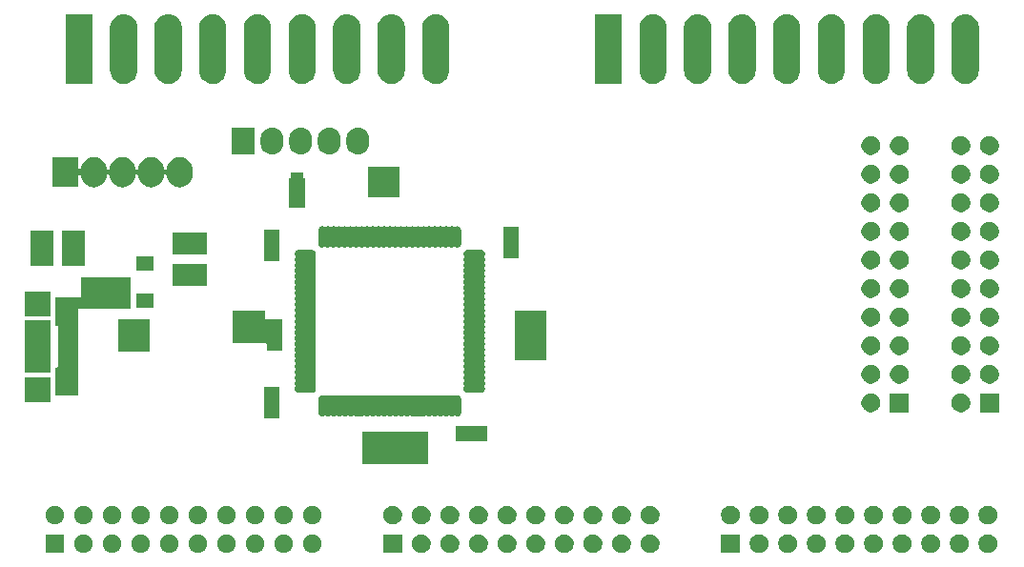
<source format=gts>
G04 #@! TF.GenerationSoftware,KiCad,Pcbnew,(5.0.2)-1*
G04 #@! TF.CreationDate,2019-04-13T07:43:48-04:00*
G04 #@! TF.ProjectId,Console,436f6e73-6f6c-4652-9e6b-696361645f70,rev?*
G04 #@! TF.SameCoordinates,Original*
G04 #@! TF.FileFunction,Soldermask,Top*
G04 #@! TF.FilePolarity,Negative*
%FSLAX46Y46*%
G04 Gerber Fmt 4.6, Leading zero omitted, Abs format (unit mm)*
G04 Created by KiCad (PCBNEW (5.0.2)-1) date 4/13/2019 7:43:48 AM*
%MOMM*%
%LPD*%
G01*
G04 APERTURE LIST*
%ADD10C,0.100000*%
G04 APERTURE END LIST*
D10*
G36*
X186103558Y-147197088D02*
X186255522Y-147260033D01*
X186392284Y-147351415D01*
X186508585Y-147467716D01*
X186599967Y-147604478D01*
X186662912Y-147756442D01*
X186695000Y-147917758D01*
X186695000Y-148082242D01*
X186662912Y-148243558D01*
X186599967Y-148395522D01*
X186508585Y-148532284D01*
X186392284Y-148648585D01*
X186255522Y-148739967D01*
X186103558Y-148802912D01*
X185942242Y-148835000D01*
X185777758Y-148835000D01*
X185616442Y-148802912D01*
X185464478Y-148739967D01*
X185327716Y-148648585D01*
X185211415Y-148532284D01*
X185120033Y-148395522D01*
X185057088Y-148243558D01*
X185025000Y-148082242D01*
X185025000Y-147917758D01*
X185057088Y-147756442D01*
X185120033Y-147604478D01*
X185211415Y-147467716D01*
X185327716Y-147351415D01*
X185464478Y-147260033D01*
X185616442Y-147197088D01*
X185777758Y-147165000D01*
X185942242Y-147165000D01*
X186103558Y-147197088D01*
X186103558Y-147197088D01*
G37*
G36*
X113403558Y-147197088D02*
X113555522Y-147260033D01*
X113692284Y-147351415D01*
X113808585Y-147467716D01*
X113899967Y-147604478D01*
X113962912Y-147756442D01*
X113995000Y-147917758D01*
X113995000Y-148082242D01*
X113962912Y-148243558D01*
X113899967Y-148395522D01*
X113808585Y-148532284D01*
X113692284Y-148648585D01*
X113555522Y-148739967D01*
X113403558Y-148802912D01*
X113242242Y-148835000D01*
X113077758Y-148835000D01*
X112916442Y-148802912D01*
X112764478Y-148739967D01*
X112627716Y-148648585D01*
X112511415Y-148532284D01*
X112420033Y-148395522D01*
X112357088Y-148243558D01*
X112325000Y-148082242D01*
X112325000Y-147917758D01*
X112357088Y-147756442D01*
X112420033Y-147604478D01*
X112511415Y-147467716D01*
X112627716Y-147351415D01*
X112764478Y-147260033D01*
X112916442Y-147197088D01*
X113077758Y-147165000D01*
X113242242Y-147165000D01*
X113403558Y-147197088D01*
X113403558Y-147197088D01*
G37*
G36*
X133835000Y-148835000D02*
X132165000Y-148835000D01*
X132165000Y-147165000D01*
X133835000Y-147165000D01*
X133835000Y-148835000D01*
X133835000Y-148835000D01*
G37*
G36*
X135783558Y-147197088D02*
X135935522Y-147260033D01*
X136072284Y-147351415D01*
X136188585Y-147467716D01*
X136279967Y-147604478D01*
X136342912Y-147756442D01*
X136375000Y-147917758D01*
X136375000Y-148082242D01*
X136342912Y-148243558D01*
X136279967Y-148395522D01*
X136188585Y-148532284D01*
X136072284Y-148648585D01*
X135935522Y-148739967D01*
X135783558Y-148802912D01*
X135622242Y-148835000D01*
X135457758Y-148835000D01*
X135296442Y-148802912D01*
X135144478Y-148739967D01*
X135007716Y-148648585D01*
X134891415Y-148532284D01*
X134800033Y-148395522D01*
X134737088Y-148243558D01*
X134705000Y-148082242D01*
X134705000Y-147917758D01*
X134737088Y-147756442D01*
X134800033Y-147604478D01*
X134891415Y-147467716D01*
X135007716Y-147351415D01*
X135144478Y-147260033D01*
X135296442Y-147197088D01*
X135457758Y-147165000D01*
X135622242Y-147165000D01*
X135783558Y-147197088D01*
X135783558Y-147197088D01*
G37*
G36*
X138323558Y-147197088D02*
X138475522Y-147260033D01*
X138612284Y-147351415D01*
X138728585Y-147467716D01*
X138819967Y-147604478D01*
X138882912Y-147756442D01*
X138915000Y-147917758D01*
X138915000Y-148082242D01*
X138882912Y-148243558D01*
X138819967Y-148395522D01*
X138728585Y-148532284D01*
X138612284Y-148648585D01*
X138475522Y-148739967D01*
X138323558Y-148802912D01*
X138162242Y-148835000D01*
X137997758Y-148835000D01*
X137836442Y-148802912D01*
X137684478Y-148739967D01*
X137547716Y-148648585D01*
X137431415Y-148532284D01*
X137340033Y-148395522D01*
X137277088Y-148243558D01*
X137245000Y-148082242D01*
X137245000Y-147917758D01*
X137277088Y-147756442D01*
X137340033Y-147604478D01*
X137431415Y-147467716D01*
X137547716Y-147351415D01*
X137684478Y-147260033D01*
X137836442Y-147197088D01*
X137997758Y-147165000D01*
X138162242Y-147165000D01*
X138323558Y-147197088D01*
X138323558Y-147197088D01*
G37*
G36*
X140863558Y-147197088D02*
X141015522Y-147260033D01*
X141152284Y-147351415D01*
X141268585Y-147467716D01*
X141359967Y-147604478D01*
X141422912Y-147756442D01*
X141455000Y-147917758D01*
X141455000Y-148082242D01*
X141422912Y-148243558D01*
X141359967Y-148395522D01*
X141268585Y-148532284D01*
X141152284Y-148648585D01*
X141015522Y-148739967D01*
X140863558Y-148802912D01*
X140702242Y-148835000D01*
X140537758Y-148835000D01*
X140376442Y-148802912D01*
X140224478Y-148739967D01*
X140087716Y-148648585D01*
X139971415Y-148532284D01*
X139880033Y-148395522D01*
X139817088Y-148243558D01*
X139785000Y-148082242D01*
X139785000Y-147917758D01*
X139817088Y-147756442D01*
X139880033Y-147604478D01*
X139971415Y-147467716D01*
X140087716Y-147351415D01*
X140224478Y-147260033D01*
X140376442Y-147197088D01*
X140537758Y-147165000D01*
X140702242Y-147165000D01*
X140863558Y-147197088D01*
X140863558Y-147197088D01*
G37*
G36*
X143403558Y-147197088D02*
X143555522Y-147260033D01*
X143692284Y-147351415D01*
X143808585Y-147467716D01*
X143899967Y-147604478D01*
X143962912Y-147756442D01*
X143995000Y-147917758D01*
X143995000Y-148082242D01*
X143962912Y-148243558D01*
X143899967Y-148395522D01*
X143808585Y-148532284D01*
X143692284Y-148648585D01*
X143555522Y-148739967D01*
X143403558Y-148802912D01*
X143242242Y-148835000D01*
X143077758Y-148835000D01*
X142916442Y-148802912D01*
X142764478Y-148739967D01*
X142627716Y-148648585D01*
X142511415Y-148532284D01*
X142420033Y-148395522D01*
X142357088Y-148243558D01*
X142325000Y-148082242D01*
X142325000Y-147917758D01*
X142357088Y-147756442D01*
X142420033Y-147604478D01*
X142511415Y-147467716D01*
X142627716Y-147351415D01*
X142764478Y-147260033D01*
X142916442Y-147197088D01*
X143077758Y-147165000D01*
X143242242Y-147165000D01*
X143403558Y-147197088D01*
X143403558Y-147197088D01*
G37*
G36*
X145943558Y-147197088D02*
X146095522Y-147260033D01*
X146232284Y-147351415D01*
X146348585Y-147467716D01*
X146439967Y-147604478D01*
X146502912Y-147756442D01*
X146535000Y-147917758D01*
X146535000Y-148082242D01*
X146502912Y-148243558D01*
X146439967Y-148395522D01*
X146348585Y-148532284D01*
X146232284Y-148648585D01*
X146095522Y-148739967D01*
X145943558Y-148802912D01*
X145782242Y-148835000D01*
X145617758Y-148835000D01*
X145456442Y-148802912D01*
X145304478Y-148739967D01*
X145167716Y-148648585D01*
X145051415Y-148532284D01*
X144960033Y-148395522D01*
X144897088Y-148243558D01*
X144865000Y-148082242D01*
X144865000Y-147917758D01*
X144897088Y-147756442D01*
X144960033Y-147604478D01*
X145051415Y-147467716D01*
X145167716Y-147351415D01*
X145304478Y-147260033D01*
X145456442Y-147197088D01*
X145617758Y-147165000D01*
X145782242Y-147165000D01*
X145943558Y-147197088D01*
X145943558Y-147197088D01*
G37*
G36*
X148483558Y-147197088D02*
X148635522Y-147260033D01*
X148772284Y-147351415D01*
X148888585Y-147467716D01*
X148979967Y-147604478D01*
X149042912Y-147756442D01*
X149075000Y-147917758D01*
X149075000Y-148082242D01*
X149042912Y-148243558D01*
X148979967Y-148395522D01*
X148888585Y-148532284D01*
X148772284Y-148648585D01*
X148635522Y-148739967D01*
X148483558Y-148802912D01*
X148322242Y-148835000D01*
X148157758Y-148835000D01*
X147996442Y-148802912D01*
X147844478Y-148739967D01*
X147707716Y-148648585D01*
X147591415Y-148532284D01*
X147500033Y-148395522D01*
X147437088Y-148243558D01*
X147405000Y-148082242D01*
X147405000Y-147917758D01*
X147437088Y-147756442D01*
X147500033Y-147604478D01*
X147591415Y-147467716D01*
X147707716Y-147351415D01*
X147844478Y-147260033D01*
X147996442Y-147197088D01*
X148157758Y-147165000D01*
X148322242Y-147165000D01*
X148483558Y-147197088D01*
X148483558Y-147197088D01*
G37*
G36*
X151023558Y-147197088D02*
X151175522Y-147260033D01*
X151312284Y-147351415D01*
X151428585Y-147467716D01*
X151519967Y-147604478D01*
X151582912Y-147756442D01*
X151615000Y-147917758D01*
X151615000Y-148082242D01*
X151582912Y-148243558D01*
X151519967Y-148395522D01*
X151428585Y-148532284D01*
X151312284Y-148648585D01*
X151175522Y-148739967D01*
X151023558Y-148802912D01*
X150862242Y-148835000D01*
X150697758Y-148835000D01*
X150536442Y-148802912D01*
X150384478Y-148739967D01*
X150247716Y-148648585D01*
X150131415Y-148532284D01*
X150040033Y-148395522D01*
X149977088Y-148243558D01*
X149945000Y-148082242D01*
X149945000Y-147917758D01*
X149977088Y-147756442D01*
X150040033Y-147604478D01*
X150131415Y-147467716D01*
X150247716Y-147351415D01*
X150384478Y-147260033D01*
X150536442Y-147197088D01*
X150697758Y-147165000D01*
X150862242Y-147165000D01*
X151023558Y-147197088D01*
X151023558Y-147197088D01*
G37*
G36*
X153563558Y-147197088D02*
X153715522Y-147260033D01*
X153852284Y-147351415D01*
X153968585Y-147467716D01*
X154059967Y-147604478D01*
X154122912Y-147756442D01*
X154155000Y-147917758D01*
X154155000Y-148082242D01*
X154122912Y-148243558D01*
X154059967Y-148395522D01*
X153968585Y-148532284D01*
X153852284Y-148648585D01*
X153715522Y-148739967D01*
X153563558Y-148802912D01*
X153402242Y-148835000D01*
X153237758Y-148835000D01*
X153076442Y-148802912D01*
X152924478Y-148739967D01*
X152787716Y-148648585D01*
X152671415Y-148532284D01*
X152580033Y-148395522D01*
X152517088Y-148243558D01*
X152485000Y-148082242D01*
X152485000Y-147917758D01*
X152517088Y-147756442D01*
X152580033Y-147604478D01*
X152671415Y-147467716D01*
X152787716Y-147351415D01*
X152924478Y-147260033D01*
X153076442Y-147197088D01*
X153237758Y-147165000D01*
X153402242Y-147165000D01*
X153563558Y-147197088D01*
X153563558Y-147197088D01*
G37*
G36*
X156103558Y-147197088D02*
X156255522Y-147260033D01*
X156392284Y-147351415D01*
X156508585Y-147467716D01*
X156599967Y-147604478D01*
X156662912Y-147756442D01*
X156695000Y-147917758D01*
X156695000Y-148082242D01*
X156662912Y-148243558D01*
X156599967Y-148395522D01*
X156508585Y-148532284D01*
X156392284Y-148648585D01*
X156255522Y-148739967D01*
X156103558Y-148802912D01*
X155942242Y-148835000D01*
X155777758Y-148835000D01*
X155616442Y-148802912D01*
X155464478Y-148739967D01*
X155327716Y-148648585D01*
X155211415Y-148532284D01*
X155120033Y-148395522D01*
X155057088Y-148243558D01*
X155025000Y-148082242D01*
X155025000Y-147917758D01*
X155057088Y-147756442D01*
X155120033Y-147604478D01*
X155211415Y-147467716D01*
X155327716Y-147351415D01*
X155464478Y-147260033D01*
X155616442Y-147197088D01*
X155777758Y-147165000D01*
X155942242Y-147165000D01*
X156103558Y-147197088D01*
X156103558Y-147197088D01*
G37*
G36*
X103835000Y-148835000D02*
X102165000Y-148835000D01*
X102165000Y-147165000D01*
X103835000Y-147165000D01*
X103835000Y-148835000D01*
X103835000Y-148835000D01*
G37*
G36*
X105783558Y-147197088D02*
X105935522Y-147260033D01*
X106072284Y-147351415D01*
X106188585Y-147467716D01*
X106279967Y-147604478D01*
X106342912Y-147756442D01*
X106375000Y-147917758D01*
X106375000Y-148082242D01*
X106342912Y-148243558D01*
X106279967Y-148395522D01*
X106188585Y-148532284D01*
X106072284Y-148648585D01*
X105935522Y-148739967D01*
X105783558Y-148802912D01*
X105622242Y-148835000D01*
X105457758Y-148835000D01*
X105296442Y-148802912D01*
X105144478Y-148739967D01*
X105007716Y-148648585D01*
X104891415Y-148532284D01*
X104800033Y-148395522D01*
X104737088Y-148243558D01*
X104705000Y-148082242D01*
X104705000Y-147917758D01*
X104737088Y-147756442D01*
X104800033Y-147604478D01*
X104891415Y-147467716D01*
X105007716Y-147351415D01*
X105144478Y-147260033D01*
X105296442Y-147197088D01*
X105457758Y-147165000D01*
X105622242Y-147165000D01*
X105783558Y-147197088D01*
X105783558Y-147197088D01*
G37*
G36*
X108323558Y-147197088D02*
X108475522Y-147260033D01*
X108612284Y-147351415D01*
X108728585Y-147467716D01*
X108819967Y-147604478D01*
X108882912Y-147756442D01*
X108915000Y-147917758D01*
X108915000Y-148082242D01*
X108882912Y-148243558D01*
X108819967Y-148395522D01*
X108728585Y-148532284D01*
X108612284Y-148648585D01*
X108475522Y-148739967D01*
X108323558Y-148802912D01*
X108162242Y-148835000D01*
X107997758Y-148835000D01*
X107836442Y-148802912D01*
X107684478Y-148739967D01*
X107547716Y-148648585D01*
X107431415Y-148532284D01*
X107340033Y-148395522D01*
X107277088Y-148243558D01*
X107245000Y-148082242D01*
X107245000Y-147917758D01*
X107277088Y-147756442D01*
X107340033Y-147604478D01*
X107431415Y-147467716D01*
X107547716Y-147351415D01*
X107684478Y-147260033D01*
X107836442Y-147197088D01*
X107997758Y-147165000D01*
X108162242Y-147165000D01*
X108323558Y-147197088D01*
X108323558Y-147197088D01*
G37*
G36*
X110863558Y-147197088D02*
X111015522Y-147260033D01*
X111152284Y-147351415D01*
X111268585Y-147467716D01*
X111359967Y-147604478D01*
X111422912Y-147756442D01*
X111455000Y-147917758D01*
X111455000Y-148082242D01*
X111422912Y-148243558D01*
X111359967Y-148395522D01*
X111268585Y-148532284D01*
X111152284Y-148648585D01*
X111015522Y-148739967D01*
X110863558Y-148802912D01*
X110702242Y-148835000D01*
X110537758Y-148835000D01*
X110376442Y-148802912D01*
X110224478Y-148739967D01*
X110087716Y-148648585D01*
X109971415Y-148532284D01*
X109880033Y-148395522D01*
X109817088Y-148243558D01*
X109785000Y-148082242D01*
X109785000Y-147917758D01*
X109817088Y-147756442D01*
X109880033Y-147604478D01*
X109971415Y-147467716D01*
X110087716Y-147351415D01*
X110224478Y-147260033D01*
X110376442Y-147197088D01*
X110537758Y-147165000D01*
X110702242Y-147165000D01*
X110863558Y-147197088D01*
X110863558Y-147197088D01*
G37*
G36*
X118483558Y-147197088D02*
X118635522Y-147260033D01*
X118772284Y-147351415D01*
X118888585Y-147467716D01*
X118979967Y-147604478D01*
X119042912Y-147756442D01*
X119075000Y-147917758D01*
X119075000Y-148082242D01*
X119042912Y-148243558D01*
X118979967Y-148395522D01*
X118888585Y-148532284D01*
X118772284Y-148648585D01*
X118635522Y-148739967D01*
X118483558Y-148802912D01*
X118322242Y-148835000D01*
X118157758Y-148835000D01*
X117996442Y-148802912D01*
X117844478Y-148739967D01*
X117707716Y-148648585D01*
X117591415Y-148532284D01*
X117500033Y-148395522D01*
X117437088Y-148243558D01*
X117405000Y-148082242D01*
X117405000Y-147917758D01*
X117437088Y-147756442D01*
X117500033Y-147604478D01*
X117591415Y-147467716D01*
X117707716Y-147351415D01*
X117844478Y-147260033D01*
X117996442Y-147197088D01*
X118157758Y-147165000D01*
X118322242Y-147165000D01*
X118483558Y-147197088D01*
X118483558Y-147197088D01*
G37*
G36*
X115943558Y-147197088D02*
X116095522Y-147260033D01*
X116232284Y-147351415D01*
X116348585Y-147467716D01*
X116439967Y-147604478D01*
X116502912Y-147756442D01*
X116535000Y-147917758D01*
X116535000Y-148082242D01*
X116502912Y-148243558D01*
X116439967Y-148395522D01*
X116348585Y-148532284D01*
X116232284Y-148648585D01*
X116095522Y-148739967D01*
X115943558Y-148802912D01*
X115782242Y-148835000D01*
X115617758Y-148835000D01*
X115456442Y-148802912D01*
X115304478Y-148739967D01*
X115167716Y-148648585D01*
X115051415Y-148532284D01*
X114960033Y-148395522D01*
X114897088Y-148243558D01*
X114865000Y-148082242D01*
X114865000Y-147917758D01*
X114897088Y-147756442D01*
X114960033Y-147604478D01*
X115051415Y-147467716D01*
X115167716Y-147351415D01*
X115304478Y-147260033D01*
X115456442Y-147197088D01*
X115617758Y-147165000D01*
X115782242Y-147165000D01*
X115943558Y-147197088D01*
X115943558Y-147197088D01*
G37*
G36*
X183563558Y-147197088D02*
X183715522Y-147260033D01*
X183852284Y-147351415D01*
X183968585Y-147467716D01*
X184059967Y-147604478D01*
X184122912Y-147756442D01*
X184155000Y-147917758D01*
X184155000Y-148082242D01*
X184122912Y-148243558D01*
X184059967Y-148395522D01*
X183968585Y-148532284D01*
X183852284Y-148648585D01*
X183715522Y-148739967D01*
X183563558Y-148802912D01*
X183402242Y-148835000D01*
X183237758Y-148835000D01*
X183076442Y-148802912D01*
X182924478Y-148739967D01*
X182787716Y-148648585D01*
X182671415Y-148532284D01*
X182580033Y-148395522D01*
X182517088Y-148243558D01*
X182485000Y-148082242D01*
X182485000Y-147917758D01*
X182517088Y-147756442D01*
X182580033Y-147604478D01*
X182671415Y-147467716D01*
X182787716Y-147351415D01*
X182924478Y-147260033D01*
X183076442Y-147197088D01*
X183237758Y-147165000D01*
X183402242Y-147165000D01*
X183563558Y-147197088D01*
X183563558Y-147197088D01*
G37*
G36*
X181023558Y-147197088D02*
X181175522Y-147260033D01*
X181312284Y-147351415D01*
X181428585Y-147467716D01*
X181519967Y-147604478D01*
X181582912Y-147756442D01*
X181615000Y-147917758D01*
X181615000Y-148082242D01*
X181582912Y-148243558D01*
X181519967Y-148395522D01*
X181428585Y-148532284D01*
X181312284Y-148648585D01*
X181175522Y-148739967D01*
X181023558Y-148802912D01*
X180862242Y-148835000D01*
X180697758Y-148835000D01*
X180536442Y-148802912D01*
X180384478Y-148739967D01*
X180247716Y-148648585D01*
X180131415Y-148532284D01*
X180040033Y-148395522D01*
X179977088Y-148243558D01*
X179945000Y-148082242D01*
X179945000Y-147917758D01*
X179977088Y-147756442D01*
X180040033Y-147604478D01*
X180131415Y-147467716D01*
X180247716Y-147351415D01*
X180384478Y-147260033D01*
X180536442Y-147197088D01*
X180697758Y-147165000D01*
X180862242Y-147165000D01*
X181023558Y-147197088D01*
X181023558Y-147197088D01*
G37*
G36*
X178483558Y-147197088D02*
X178635522Y-147260033D01*
X178772284Y-147351415D01*
X178888585Y-147467716D01*
X178979967Y-147604478D01*
X179042912Y-147756442D01*
X179075000Y-147917758D01*
X179075000Y-148082242D01*
X179042912Y-148243558D01*
X178979967Y-148395522D01*
X178888585Y-148532284D01*
X178772284Y-148648585D01*
X178635522Y-148739967D01*
X178483558Y-148802912D01*
X178322242Y-148835000D01*
X178157758Y-148835000D01*
X177996442Y-148802912D01*
X177844478Y-148739967D01*
X177707716Y-148648585D01*
X177591415Y-148532284D01*
X177500033Y-148395522D01*
X177437088Y-148243558D01*
X177405000Y-148082242D01*
X177405000Y-147917758D01*
X177437088Y-147756442D01*
X177500033Y-147604478D01*
X177591415Y-147467716D01*
X177707716Y-147351415D01*
X177844478Y-147260033D01*
X177996442Y-147197088D01*
X178157758Y-147165000D01*
X178322242Y-147165000D01*
X178483558Y-147197088D01*
X178483558Y-147197088D01*
G37*
G36*
X175943558Y-147197088D02*
X176095522Y-147260033D01*
X176232284Y-147351415D01*
X176348585Y-147467716D01*
X176439967Y-147604478D01*
X176502912Y-147756442D01*
X176535000Y-147917758D01*
X176535000Y-148082242D01*
X176502912Y-148243558D01*
X176439967Y-148395522D01*
X176348585Y-148532284D01*
X176232284Y-148648585D01*
X176095522Y-148739967D01*
X175943558Y-148802912D01*
X175782242Y-148835000D01*
X175617758Y-148835000D01*
X175456442Y-148802912D01*
X175304478Y-148739967D01*
X175167716Y-148648585D01*
X175051415Y-148532284D01*
X174960033Y-148395522D01*
X174897088Y-148243558D01*
X174865000Y-148082242D01*
X174865000Y-147917758D01*
X174897088Y-147756442D01*
X174960033Y-147604478D01*
X175051415Y-147467716D01*
X175167716Y-147351415D01*
X175304478Y-147260033D01*
X175456442Y-147197088D01*
X175617758Y-147165000D01*
X175782242Y-147165000D01*
X175943558Y-147197088D01*
X175943558Y-147197088D01*
G37*
G36*
X173403558Y-147197088D02*
X173555522Y-147260033D01*
X173692284Y-147351415D01*
X173808585Y-147467716D01*
X173899967Y-147604478D01*
X173962912Y-147756442D01*
X173995000Y-147917758D01*
X173995000Y-148082242D01*
X173962912Y-148243558D01*
X173899967Y-148395522D01*
X173808585Y-148532284D01*
X173692284Y-148648585D01*
X173555522Y-148739967D01*
X173403558Y-148802912D01*
X173242242Y-148835000D01*
X173077758Y-148835000D01*
X172916442Y-148802912D01*
X172764478Y-148739967D01*
X172627716Y-148648585D01*
X172511415Y-148532284D01*
X172420033Y-148395522D01*
X172357088Y-148243558D01*
X172325000Y-148082242D01*
X172325000Y-147917758D01*
X172357088Y-147756442D01*
X172420033Y-147604478D01*
X172511415Y-147467716D01*
X172627716Y-147351415D01*
X172764478Y-147260033D01*
X172916442Y-147197088D01*
X173077758Y-147165000D01*
X173242242Y-147165000D01*
X173403558Y-147197088D01*
X173403558Y-147197088D01*
G37*
G36*
X170863558Y-147197088D02*
X171015522Y-147260033D01*
X171152284Y-147351415D01*
X171268585Y-147467716D01*
X171359967Y-147604478D01*
X171422912Y-147756442D01*
X171455000Y-147917758D01*
X171455000Y-148082242D01*
X171422912Y-148243558D01*
X171359967Y-148395522D01*
X171268585Y-148532284D01*
X171152284Y-148648585D01*
X171015522Y-148739967D01*
X170863558Y-148802912D01*
X170702242Y-148835000D01*
X170537758Y-148835000D01*
X170376442Y-148802912D01*
X170224478Y-148739967D01*
X170087716Y-148648585D01*
X169971415Y-148532284D01*
X169880033Y-148395522D01*
X169817088Y-148243558D01*
X169785000Y-148082242D01*
X169785000Y-147917758D01*
X169817088Y-147756442D01*
X169880033Y-147604478D01*
X169971415Y-147467716D01*
X170087716Y-147351415D01*
X170224478Y-147260033D01*
X170376442Y-147197088D01*
X170537758Y-147165000D01*
X170702242Y-147165000D01*
X170863558Y-147197088D01*
X170863558Y-147197088D01*
G37*
G36*
X168323558Y-147197088D02*
X168475522Y-147260033D01*
X168612284Y-147351415D01*
X168728585Y-147467716D01*
X168819967Y-147604478D01*
X168882912Y-147756442D01*
X168915000Y-147917758D01*
X168915000Y-148082242D01*
X168882912Y-148243558D01*
X168819967Y-148395522D01*
X168728585Y-148532284D01*
X168612284Y-148648585D01*
X168475522Y-148739967D01*
X168323558Y-148802912D01*
X168162242Y-148835000D01*
X167997758Y-148835000D01*
X167836442Y-148802912D01*
X167684478Y-148739967D01*
X167547716Y-148648585D01*
X167431415Y-148532284D01*
X167340033Y-148395522D01*
X167277088Y-148243558D01*
X167245000Y-148082242D01*
X167245000Y-147917758D01*
X167277088Y-147756442D01*
X167340033Y-147604478D01*
X167431415Y-147467716D01*
X167547716Y-147351415D01*
X167684478Y-147260033D01*
X167836442Y-147197088D01*
X167997758Y-147165000D01*
X168162242Y-147165000D01*
X168323558Y-147197088D01*
X168323558Y-147197088D01*
G37*
G36*
X165783558Y-147197088D02*
X165935522Y-147260033D01*
X166072284Y-147351415D01*
X166188585Y-147467716D01*
X166279967Y-147604478D01*
X166342912Y-147756442D01*
X166375000Y-147917758D01*
X166375000Y-148082242D01*
X166342912Y-148243558D01*
X166279967Y-148395522D01*
X166188585Y-148532284D01*
X166072284Y-148648585D01*
X165935522Y-148739967D01*
X165783558Y-148802912D01*
X165622242Y-148835000D01*
X165457758Y-148835000D01*
X165296442Y-148802912D01*
X165144478Y-148739967D01*
X165007716Y-148648585D01*
X164891415Y-148532284D01*
X164800033Y-148395522D01*
X164737088Y-148243558D01*
X164705000Y-148082242D01*
X164705000Y-147917758D01*
X164737088Y-147756442D01*
X164800033Y-147604478D01*
X164891415Y-147467716D01*
X165007716Y-147351415D01*
X165144478Y-147260033D01*
X165296442Y-147197088D01*
X165457758Y-147165000D01*
X165622242Y-147165000D01*
X165783558Y-147197088D01*
X165783558Y-147197088D01*
G37*
G36*
X163835000Y-148835000D02*
X162165000Y-148835000D01*
X162165000Y-147165000D01*
X163835000Y-147165000D01*
X163835000Y-148835000D01*
X163835000Y-148835000D01*
G37*
G36*
X126103558Y-147197088D02*
X126255522Y-147260033D01*
X126392284Y-147351415D01*
X126508585Y-147467716D01*
X126599967Y-147604478D01*
X126662912Y-147756442D01*
X126695000Y-147917758D01*
X126695000Y-148082242D01*
X126662912Y-148243558D01*
X126599967Y-148395522D01*
X126508585Y-148532284D01*
X126392284Y-148648585D01*
X126255522Y-148739967D01*
X126103558Y-148802912D01*
X125942242Y-148835000D01*
X125777758Y-148835000D01*
X125616442Y-148802912D01*
X125464478Y-148739967D01*
X125327716Y-148648585D01*
X125211415Y-148532284D01*
X125120033Y-148395522D01*
X125057088Y-148243558D01*
X125025000Y-148082242D01*
X125025000Y-147917758D01*
X125057088Y-147756442D01*
X125120033Y-147604478D01*
X125211415Y-147467716D01*
X125327716Y-147351415D01*
X125464478Y-147260033D01*
X125616442Y-147197088D01*
X125777758Y-147165000D01*
X125942242Y-147165000D01*
X126103558Y-147197088D01*
X126103558Y-147197088D01*
G37*
G36*
X123563558Y-147197088D02*
X123715522Y-147260033D01*
X123852284Y-147351415D01*
X123968585Y-147467716D01*
X124059967Y-147604478D01*
X124122912Y-147756442D01*
X124155000Y-147917758D01*
X124155000Y-148082242D01*
X124122912Y-148243558D01*
X124059967Y-148395522D01*
X123968585Y-148532284D01*
X123852284Y-148648585D01*
X123715522Y-148739967D01*
X123563558Y-148802912D01*
X123402242Y-148835000D01*
X123237758Y-148835000D01*
X123076442Y-148802912D01*
X122924478Y-148739967D01*
X122787716Y-148648585D01*
X122671415Y-148532284D01*
X122580033Y-148395522D01*
X122517088Y-148243558D01*
X122485000Y-148082242D01*
X122485000Y-147917758D01*
X122517088Y-147756442D01*
X122580033Y-147604478D01*
X122671415Y-147467716D01*
X122787716Y-147351415D01*
X122924478Y-147260033D01*
X123076442Y-147197088D01*
X123237758Y-147165000D01*
X123402242Y-147165000D01*
X123563558Y-147197088D01*
X123563558Y-147197088D01*
G37*
G36*
X121023558Y-147197088D02*
X121175522Y-147260033D01*
X121312284Y-147351415D01*
X121428585Y-147467716D01*
X121519967Y-147604478D01*
X121582912Y-147756442D01*
X121615000Y-147917758D01*
X121615000Y-148082242D01*
X121582912Y-148243558D01*
X121519967Y-148395522D01*
X121428585Y-148532284D01*
X121312284Y-148648585D01*
X121175522Y-148739967D01*
X121023558Y-148802912D01*
X120862242Y-148835000D01*
X120697758Y-148835000D01*
X120536442Y-148802912D01*
X120384478Y-148739967D01*
X120247716Y-148648585D01*
X120131415Y-148532284D01*
X120040033Y-148395522D01*
X119977088Y-148243558D01*
X119945000Y-148082242D01*
X119945000Y-147917758D01*
X119977088Y-147756442D01*
X120040033Y-147604478D01*
X120131415Y-147467716D01*
X120247716Y-147351415D01*
X120384478Y-147260033D01*
X120536442Y-147197088D01*
X120697758Y-147165000D01*
X120862242Y-147165000D01*
X121023558Y-147197088D01*
X121023558Y-147197088D01*
G37*
G36*
X145943558Y-144657088D02*
X146095522Y-144720033D01*
X146232284Y-144811415D01*
X146348585Y-144927716D01*
X146439967Y-145064478D01*
X146502912Y-145216442D01*
X146535000Y-145377758D01*
X146535000Y-145542242D01*
X146502912Y-145703558D01*
X146439967Y-145855522D01*
X146348585Y-145992284D01*
X146232284Y-146108585D01*
X146095522Y-146199967D01*
X145943558Y-146262912D01*
X145782242Y-146295000D01*
X145617758Y-146295000D01*
X145456442Y-146262912D01*
X145304478Y-146199967D01*
X145167716Y-146108585D01*
X145051415Y-145992284D01*
X144960033Y-145855522D01*
X144897088Y-145703558D01*
X144865000Y-145542242D01*
X144865000Y-145377758D01*
X144897088Y-145216442D01*
X144960033Y-145064478D01*
X145051415Y-144927716D01*
X145167716Y-144811415D01*
X145304478Y-144720033D01*
X145456442Y-144657088D01*
X145617758Y-144625000D01*
X145782242Y-144625000D01*
X145943558Y-144657088D01*
X145943558Y-144657088D01*
G37*
G36*
X148483558Y-144657088D02*
X148635522Y-144720033D01*
X148772284Y-144811415D01*
X148888585Y-144927716D01*
X148979967Y-145064478D01*
X149042912Y-145216442D01*
X149075000Y-145377758D01*
X149075000Y-145542242D01*
X149042912Y-145703558D01*
X148979967Y-145855522D01*
X148888585Y-145992284D01*
X148772284Y-146108585D01*
X148635522Y-146199967D01*
X148483558Y-146262912D01*
X148322242Y-146295000D01*
X148157758Y-146295000D01*
X147996442Y-146262912D01*
X147844478Y-146199967D01*
X147707716Y-146108585D01*
X147591415Y-145992284D01*
X147500033Y-145855522D01*
X147437088Y-145703558D01*
X147405000Y-145542242D01*
X147405000Y-145377758D01*
X147437088Y-145216442D01*
X147500033Y-145064478D01*
X147591415Y-144927716D01*
X147707716Y-144811415D01*
X147844478Y-144720033D01*
X147996442Y-144657088D01*
X148157758Y-144625000D01*
X148322242Y-144625000D01*
X148483558Y-144657088D01*
X148483558Y-144657088D01*
G37*
G36*
X151023558Y-144657088D02*
X151175522Y-144720033D01*
X151312284Y-144811415D01*
X151428585Y-144927716D01*
X151519967Y-145064478D01*
X151582912Y-145216442D01*
X151615000Y-145377758D01*
X151615000Y-145542242D01*
X151582912Y-145703558D01*
X151519967Y-145855522D01*
X151428585Y-145992284D01*
X151312284Y-146108585D01*
X151175522Y-146199967D01*
X151023558Y-146262912D01*
X150862242Y-146295000D01*
X150697758Y-146295000D01*
X150536442Y-146262912D01*
X150384478Y-146199967D01*
X150247716Y-146108585D01*
X150131415Y-145992284D01*
X150040033Y-145855522D01*
X149977088Y-145703558D01*
X149945000Y-145542242D01*
X149945000Y-145377758D01*
X149977088Y-145216442D01*
X150040033Y-145064478D01*
X150131415Y-144927716D01*
X150247716Y-144811415D01*
X150384478Y-144720033D01*
X150536442Y-144657088D01*
X150697758Y-144625000D01*
X150862242Y-144625000D01*
X151023558Y-144657088D01*
X151023558Y-144657088D01*
G37*
G36*
X153563558Y-144657088D02*
X153715522Y-144720033D01*
X153852284Y-144811415D01*
X153968585Y-144927716D01*
X154059967Y-145064478D01*
X154122912Y-145216442D01*
X154155000Y-145377758D01*
X154155000Y-145542242D01*
X154122912Y-145703558D01*
X154059967Y-145855522D01*
X153968585Y-145992284D01*
X153852284Y-146108585D01*
X153715522Y-146199967D01*
X153563558Y-146262912D01*
X153402242Y-146295000D01*
X153237758Y-146295000D01*
X153076442Y-146262912D01*
X152924478Y-146199967D01*
X152787716Y-146108585D01*
X152671415Y-145992284D01*
X152580033Y-145855522D01*
X152517088Y-145703558D01*
X152485000Y-145542242D01*
X152485000Y-145377758D01*
X152517088Y-145216442D01*
X152580033Y-145064478D01*
X152671415Y-144927716D01*
X152787716Y-144811415D01*
X152924478Y-144720033D01*
X153076442Y-144657088D01*
X153237758Y-144625000D01*
X153402242Y-144625000D01*
X153563558Y-144657088D01*
X153563558Y-144657088D01*
G37*
G36*
X126103558Y-144657088D02*
X126255522Y-144720033D01*
X126392284Y-144811415D01*
X126508585Y-144927716D01*
X126599967Y-145064478D01*
X126662912Y-145216442D01*
X126695000Y-145377758D01*
X126695000Y-145542242D01*
X126662912Y-145703558D01*
X126599967Y-145855522D01*
X126508585Y-145992284D01*
X126392284Y-146108585D01*
X126255522Y-146199967D01*
X126103558Y-146262912D01*
X125942242Y-146295000D01*
X125777758Y-146295000D01*
X125616442Y-146262912D01*
X125464478Y-146199967D01*
X125327716Y-146108585D01*
X125211415Y-145992284D01*
X125120033Y-145855522D01*
X125057088Y-145703558D01*
X125025000Y-145542242D01*
X125025000Y-145377758D01*
X125057088Y-145216442D01*
X125120033Y-145064478D01*
X125211415Y-144927716D01*
X125327716Y-144811415D01*
X125464478Y-144720033D01*
X125616442Y-144657088D01*
X125777758Y-144625000D01*
X125942242Y-144625000D01*
X126103558Y-144657088D01*
X126103558Y-144657088D01*
G37*
G36*
X103243558Y-144657088D02*
X103395522Y-144720033D01*
X103532284Y-144811415D01*
X103648585Y-144927716D01*
X103739967Y-145064478D01*
X103802912Y-145216442D01*
X103835000Y-145377758D01*
X103835000Y-145542242D01*
X103802912Y-145703558D01*
X103739967Y-145855522D01*
X103648585Y-145992284D01*
X103532284Y-146108585D01*
X103395522Y-146199967D01*
X103243558Y-146262912D01*
X103082242Y-146295000D01*
X102917758Y-146295000D01*
X102756442Y-146262912D01*
X102604478Y-146199967D01*
X102467716Y-146108585D01*
X102351415Y-145992284D01*
X102260033Y-145855522D01*
X102197088Y-145703558D01*
X102165000Y-145542242D01*
X102165000Y-145377758D01*
X102197088Y-145216442D01*
X102260033Y-145064478D01*
X102351415Y-144927716D01*
X102467716Y-144811415D01*
X102604478Y-144720033D01*
X102756442Y-144657088D01*
X102917758Y-144625000D01*
X103082242Y-144625000D01*
X103243558Y-144657088D01*
X103243558Y-144657088D01*
G37*
G36*
X105783558Y-144657088D02*
X105935522Y-144720033D01*
X106072284Y-144811415D01*
X106188585Y-144927716D01*
X106279967Y-145064478D01*
X106342912Y-145216442D01*
X106375000Y-145377758D01*
X106375000Y-145542242D01*
X106342912Y-145703558D01*
X106279967Y-145855522D01*
X106188585Y-145992284D01*
X106072284Y-146108585D01*
X105935522Y-146199967D01*
X105783558Y-146262912D01*
X105622242Y-146295000D01*
X105457758Y-146295000D01*
X105296442Y-146262912D01*
X105144478Y-146199967D01*
X105007716Y-146108585D01*
X104891415Y-145992284D01*
X104800033Y-145855522D01*
X104737088Y-145703558D01*
X104705000Y-145542242D01*
X104705000Y-145377758D01*
X104737088Y-145216442D01*
X104800033Y-145064478D01*
X104891415Y-144927716D01*
X105007716Y-144811415D01*
X105144478Y-144720033D01*
X105296442Y-144657088D01*
X105457758Y-144625000D01*
X105622242Y-144625000D01*
X105783558Y-144657088D01*
X105783558Y-144657088D01*
G37*
G36*
X108323558Y-144657088D02*
X108475522Y-144720033D01*
X108612284Y-144811415D01*
X108728585Y-144927716D01*
X108819967Y-145064478D01*
X108882912Y-145216442D01*
X108915000Y-145377758D01*
X108915000Y-145542242D01*
X108882912Y-145703558D01*
X108819967Y-145855522D01*
X108728585Y-145992284D01*
X108612284Y-146108585D01*
X108475522Y-146199967D01*
X108323558Y-146262912D01*
X108162242Y-146295000D01*
X107997758Y-146295000D01*
X107836442Y-146262912D01*
X107684478Y-146199967D01*
X107547716Y-146108585D01*
X107431415Y-145992284D01*
X107340033Y-145855522D01*
X107277088Y-145703558D01*
X107245000Y-145542242D01*
X107245000Y-145377758D01*
X107277088Y-145216442D01*
X107340033Y-145064478D01*
X107431415Y-144927716D01*
X107547716Y-144811415D01*
X107684478Y-144720033D01*
X107836442Y-144657088D01*
X107997758Y-144625000D01*
X108162242Y-144625000D01*
X108323558Y-144657088D01*
X108323558Y-144657088D01*
G37*
G36*
X110863558Y-144657088D02*
X111015522Y-144720033D01*
X111152284Y-144811415D01*
X111268585Y-144927716D01*
X111359967Y-145064478D01*
X111422912Y-145216442D01*
X111455000Y-145377758D01*
X111455000Y-145542242D01*
X111422912Y-145703558D01*
X111359967Y-145855522D01*
X111268585Y-145992284D01*
X111152284Y-146108585D01*
X111015522Y-146199967D01*
X110863558Y-146262912D01*
X110702242Y-146295000D01*
X110537758Y-146295000D01*
X110376442Y-146262912D01*
X110224478Y-146199967D01*
X110087716Y-146108585D01*
X109971415Y-145992284D01*
X109880033Y-145855522D01*
X109817088Y-145703558D01*
X109785000Y-145542242D01*
X109785000Y-145377758D01*
X109817088Y-145216442D01*
X109880033Y-145064478D01*
X109971415Y-144927716D01*
X110087716Y-144811415D01*
X110224478Y-144720033D01*
X110376442Y-144657088D01*
X110537758Y-144625000D01*
X110702242Y-144625000D01*
X110863558Y-144657088D01*
X110863558Y-144657088D01*
G37*
G36*
X113403558Y-144657088D02*
X113555522Y-144720033D01*
X113692284Y-144811415D01*
X113808585Y-144927716D01*
X113899967Y-145064478D01*
X113962912Y-145216442D01*
X113995000Y-145377758D01*
X113995000Y-145542242D01*
X113962912Y-145703558D01*
X113899967Y-145855522D01*
X113808585Y-145992284D01*
X113692284Y-146108585D01*
X113555522Y-146199967D01*
X113403558Y-146262912D01*
X113242242Y-146295000D01*
X113077758Y-146295000D01*
X112916442Y-146262912D01*
X112764478Y-146199967D01*
X112627716Y-146108585D01*
X112511415Y-145992284D01*
X112420033Y-145855522D01*
X112357088Y-145703558D01*
X112325000Y-145542242D01*
X112325000Y-145377758D01*
X112357088Y-145216442D01*
X112420033Y-145064478D01*
X112511415Y-144927716D01*
X112627716Y-144811415D01*
X112764478Y-144720033D01*
X112916442Y-144657088D01*
X113077758Y-144625000D01*
X113242242Y-144625000D01*
X113403558Y-144657088D01*
X113403558Y-144657088D01*
G37*
G36*
X115943558Y-144657088D02*
X116095522Y-144720033D01*
X116232284Y-144811415D01*
X116348585Y-144927716D01*
X116439967Y-145064478D01*
X116502912Y-145216442D01*
X116535000Y-145377758D01*
X116535000Y-145542242D01*
X116502912Y-145703558D01*
X116439967Y-145855522D01*
X116348585Y-145992284D01*
X116232284Y-146108585D01*
X116095522Y-146199967D01*
X115943558Y-146262912D01*
X115782242Y-146295000D01*
X115617758Y-146295000D01*
X115456442Y-146262912D01*
X115304478Y-146199967D01*
X115167716Y-146108585D01*
X115051415Y-145992284D01*
X114960033Y-145855522D01*
X114897088Y-145703558D01*
X114865000Y-145542242D01*
X114865000Y-145377758D01*
X114897088Y-145216442D01*
X114960033Y-145064478D01*
X115051415Y-144927716D01*
X115167716Y-144811415D01*
X115304478Y-144720033D01*
X115456442Y-144657088D01*
X115617758Y-144625000D01*
X115782242Y-144625000D01*
X115943558Y-144657088D01*
X115943558Y-144657088D01*
G37*
G36*
X118483558Y-144657088D02*
X118635522Y-144720033D01*
X118772284Y-144811415D01*
X118888585Y-144927716D01*
X118979967Y-145064478D01*
X119042912Y-145216442D01*
X119075000Y-145377758D01*
X119075000Y-145542242D01*
X119042912Y-145703558D01*
X118979967Y-145855522D01*
X118888585Y-145992284D01*
X118772284Y-146108585D01*
X118635522Y-146199967D01*
X118483558Y-146262912D01*
X118322242Y-146295000D01*
X118157758Y-146295000D01*
X117996442Y-146262912D01*
X117844478Y-146199967D01*
X117707716Y-146108585D01*
X117591415Y-145992284D01*
X117500033Y-145855522D01*
X117437088Y-145703558D01*
X117405000Y-145542242D01*
X117405000Y-145377758D01*
X117437088Y-145216442D01*
X117500033Y-145064478D01*
X117591415Y-144927716D01*
X117707716Y-144811415D01*
X117844478Y-144720033D01*
X117996442Y-144657088D01*
X118157758Y-144625000D01*
X118322242Y-144625000D01*
X118483558Y-144657088D01*
X118483558Y-144657088D01*
G37*
G36*
X121023558Y-144657088D02*
X121175522Y-144720033D01*
X121312284Y-144811415D01*
X121428585Y-144927716D01*
X121519967Y-145064478D01*
X121582912Y-145216442D01*
X121615000Y-145377758D01*
X121615000Y-145542242D01*
X121582912Y-145703558D01*
X121519967Y-145855522D01*
X121428585Y-145992284D01*
X121312284Y-146108585D01*
X121175522Y-146199967D01*
X121023558Y-146262912D01*
X120862242Y-146295000D01*
X120697758Y-146295000D01*
X120536442Y-146262912D01*
X120384478Y-146199967D01*
X120247716Y-146108585D01*
X120131415Y-145992284D01*
X120040033Y-145855522D01*
X119977088Y-145703558D01*
X119945000Y-145542242D01*
X119945000Y-145377758D01*
X119977088Y-145216442D01*
X120040033Y-145064478D01*
X120131415Y-144927716D01*
X120247716Y-144811415D01*
X120384478Y-144720033D01*
X120536442Y-144657088D01*
X120697758Y-144625000D01*
X120862242Y-144625000D01*
X121023558Y-144657088D01*
X121023558Y-144657088D01*
G37*
G36*
X123563558Y-144657088D02*
X123715522Y-144720033D01*
X123852284Y-144811415D01*
X123968585Y-144927716D01*
X124059967Y-145064478D01*
X124122912Y-145216442D01*
X124155000Y-145377758D01*
X124155000Y-145542242D01*
X124122912Y-145703558D01*
X124059967Y-145855522D01*
X123968585Y-145992284D01*
X123852284Y-146108585D01*
X123715522Y-146199967D01*
X123563558Y-146262912D01*
X123402242Y-146295000D01*
X123237758Y-146295000D01*
X123076442Y-146262912D01*
X122924478Y-146199967D01*
X122787716Y-146108585D01*
X122671415Y-145992284D01*
X122580033Y-145855522D01*
X122517088Y-145703558D01*
X122485000Y-145542242D01*
X122485000Y-145377758D01*
X122517088Y-145216442D01*
X122580033Y-145064478D01*
X122671415Y-144927716D01*
X122787716Y-144811415D01*
X122924478Y-144720033D01*
X123076442Y-144657088D01*
X123237758Y-144625000D01*
X123402242Y-144625000D01*
X123563558Y-144657088D01*
X123563558Y-144657088D01*
G37*
G36*
X163243558Y-144657088D02*
X163395522Y-144720033D01*
X163532284Y-144811415D01*
X163648585Y-144927716D01*
X163739967Y-145064478D01*
X163802912Y-145216442D01*
X163835000Y-145377758D01*
X163835000Y-145542242D01*
X163802912Y-145703558D01*
X163739967Y-145855522D01*
X163648585Y-145992284D01*
X163532284Y-146108585D01*
X163395522Y-146199967D01*
X163243558Y-146262912D01*
X163082242Y-146295000D01*
X162917758Y-146295000D01*
X162756442Y-146262912D01*
X162604478Y-146199967D01*
X162467716Y-146108585D01*
X162351415Y-145992284D01*
X162260033Y-145855522D01*
X162197088Y-145703558D01*
X162165000Y-145542242D01*
X162165000Y-145377758D01*
X162197088Y-145216442D01*
X162260033Y-145064478D01*
X162351415Y-144927716D01*
X162467716Y-144811415D01*
X162604478Y-144720033D01*
X162756442Y-144657088D01*
X162917758Y-144625000D01*
X163082242Y-144625000D01*
X163243558Y-144657088D01*
X163243558Y-144657088D01*
G37*
G36*
X140863558Y-144657088D02*
X141015522Y-144720033D01*
X141152284Y-144811415D01*
X141268585Y-144927716D01*
X141359967Y-145064478D01*
X141422912Y-145216442D01*
X141455000Y-145377758D01*
X141455000Y-145542242D01*
X141422912Y-145703558D01*
X141359967Y-145855522D01*
X141268585Y-145992284D01*
X141152284Y-146108585D01*
X141015522Y-146199967D01*
X140863558Y-146262912D01*
X140702242Y-146295000D01*
X140537758Y-146295000D01*
X140376442Y-146262912D01*
X140224478Y-146199967D01*
X140087716Y-146108585D01*
X139971415Y-145992284D01*
X139880033Y-145855522D01*
X139817088Y-145703558D01*
X139785000Y-145542242D01*
X139785000Y-145377758D01*
X139817088Y-145216442D01*
X139880033Y-145064478D01*
X139971415Y-144927716D01*
X140087716Y-144811415D01*
X140224478Y-144720033D01*
X140376442Y-144657088D01*
X140537758Y-144625000D01*
X140702242Y-144625000D01*
X140863558Y-144657088D01*
X140863558Y-144657088D01*
G37*
G36*
X138323558Y-144657088D02*
X138475522Y-144720033D01*
X138612284Y-144811415D01*
X138728585Y-144927716D01*
X138819967Y-145064478D01*
X138882912Y-145216442D01*
X138915000Y-145377758D01*
X138915000Y-145542242D01*
X138882912Y-145703558D01*
X138819967Y-145855522D01*
X138728585Y-145992284D01*
X138612284Y-146108585D01*
X138475522Y-146199967D01*
X138323558Y-146262912D01*
X138162242Y-146295000D01*
X137997758Y-146295000D01*
X137836442Y-146262912D01*
X137684478Y-146199967D01*
X137547716Y-146108585D01*
X137431415Y-145992284D01*
X137340033Y-145855522D01*
X137277088Y-145703558D01*
X137245000Y-145542242D01*
X137245000Y-145377758D01*
X137277088Y-145216442D01*
X137340033Y-145064478D01*
X137431415Y-144927716D01*
X137547716Y-144811415D01*
X137684478Y-144720033D01*
X137836442Y-144657088D01*
X137997758Y-144625000D01*
X138162242Y-144625000D01*
X138323558Y-144657088D01*
X138323558Y-144657088D01*
G37*
G36*
X135783558Y-144657088D02*
X135935522Y-144720033D01*
X136072284Y-144811415D01*
X136188585Y-144927716D01*
X136279967Y-145064478D01*
X136342912Y-145216442D01*
X136375000Y-145377758D01*
X136375000Y-145542242D01*
X136342912Y-145703558D01*
X136279967Y-145855522D01*
X136188585Y-145992284D01*
X136072284Y-146108585D01*
X135935522Y-146199967D01*
X135783558Y-146262912D01*
X135622242Y-146295000D01*
X135457758Y-146295000D01*
X135296442Y-146262912D01*
X135144478Y-146199967D01*
X135007716Y-146108585D01*
X134891415Y-145992284D01*
X134800033Y-145855522D01*
X134737088Y-145703558D01*
X134705000Y-145542242D01*
X134705000Y-145377758D01*
X134737088Y-145216442D01*
X134800033Y-145064478D01*
X134891415Y-144927716D01*
X135007716Y-144811415D01*
X135144478Y-144720033D01*
X135296442Y-144657088D01*
X135457758Y-144625000D01*
X135622242Y-144625000D01*
X135783558Y-144657088D01*
X135783558Y-144657088D01*
G37*
G36*
X133243558Y-144657088D02*
X133395522Y-144720033D01*
X133532284Y-144811415D01*
X133648585Y-144927716D01*
X133739967Y-145064478D01*
X133802912Y-145216442D01*
X133835000Y-145377758D01*
X133835000Y-145542242D01*
X133802912Y-145703558D01*
X133739967Y-145855522D01*
X133648585Y-145992284D01*
X133532284Y-146108585D01*
X133395522Y-146199967D01*
X133243558Y-146262912D01*
X133082242Y-146295000D01*
X132917758Y-146295000D01*
X132756442Y-146262912D01*
X132604478Y-146199967D01*
X132467716Y-146108585D01*
X132351415Y-145992284D01*
X132260033Y-145855522D01*
X132197088Y-145703558D01*
X132165000Y-145542242D01*
X132165000Y-145377758D01*
X132197088Y-145216442D01*
X132260033Y-145064478D01*
X132351415Y-144927716D01*
X132467716Y-144811415D01*
X132604478Y-144720033D01*
X132756442Y-144657088D01*
X132917758Y-144625000D01*
X133082242Y-144625000D01*
X133243558Y-144657088D01*
X133243558Y-144657088D01*
G37*
G36*
X156103558Y-144657088D02*
X156255522Y-144720033D01*
X156392284Y-144811415D01*
X156508585Y-144927716D01*
X156599967Y-145064478D01*
X156662912Y-145216442D01*
X156695000Y-145377758D01*
X156695000Y-145542242D01*
X156662912Y-145703558D01*
X156599967Y-145855522D01*
X156508585Y-145992284D01*
X156392284Y-146108585D01*
X156255522Y-146199967D01*
X156103558Y-146262912D01*
X155942242Y-146295000D01*
X155777758Y-146295000D01*
X155616442Y-146262912D01*
X155464478Y-146199967D01*
X155327716Y-146108585D01*
X155211415Y-145992284D01*
X155120033Y-145855522D01*
X155057088Y-145703558D01*
X155025000Y-145542242D01*
X155025000Y-145377758D01*
X155057088Y-145216442D01*
X155120033Y-145064478D01*
X155211415Y-144927716D01*
X155327716Y-144811415D01*
X155464478Y-144720033D01*
X155616442Y-144657088D01*
X155777758Y-144625000D01*
X155942242Y-144625000D01*
X156103558Y-144657088D01*
X156103558Y-144657088D01*
G37*
G36*
X175943558Y-144657088D02*
X176095522Y-144720033D01*
X176232284Y-144811415D01*
X176348585Y-144927716D01*
X176439967Y-145064478D01*
X176502912Y-145216442D01*
X176535000Y-145377758D01*
X176535000Y-145542242D01*
X176502912Y-145703558D01*
X176439967Y-145855522D01*
X176348585Y-145992284D01*
X176232284Y-146108585D01*
X176095522Y-146199967D01*
X175943558Y-146262912D01*
X175782242Y-146295000D01*
X175617758Y-146295000D01*
X175456442Y-146262912D01*
X175304478Y-146199967D01*
X175167716Y-146108585D01*
X175051415Y-145992284D01*
X174960033Y-145855522D01*
X174897088Y-145703558D01*
X174865000Y-145542242D01*
X174865000Y-145377758D01*
X174897088Y-145216442D01*
X174960033Y-145064478D01*
X175051415Y-144927716D01*
X175167716Y-144811415D01*
X175304478Y-144720033D01*
X175456442Y-144657088D01*
X175617758Y-144625000D01*
X175782242Y-144625000D01*
X175943558Y-144657088D01*
X175943558Y-144657088D01*
G37*
G36*
X170863558Y-144657088D02*
X171015522Y-144720033D01*
X171152284Y-144811415D01*
X171268585Y-144927716D01*
X171359967Y-145064478D01*
X171422912Y-145216442D01*
X171455000Y-145377758D01*
X171455000Y-145542242D01*
X171422912Y-145703558D01*
X171359967Y-145855522D01*
X171268585Y-145992284D01*
X171152284Y-146108585D01*
X171015522Y-146199967D01*
X170863558Y-146262912D01*
X170702242Y-146295000D01*
X170537758Y-146295000D01*
X170376442Y-146262912D01*
X170224478Y-146199967D01*
X170087716Y-146108585D01*
X169971415Y-145992284D01*
X169880033Y-145855522D01*
X169817088Y-145703558D01*
X169785000Y-145542242D01*
X169785000Y-145377758D01*
X169817088Y-145216442D01*
X169880033Y-145064478D01*
X169971415Y-144927716D01*
X170087716Y-144811415D01*
X170224478Y-144720033D01*
X170376442Y-144657088D01*
X170537758Y-144625000D01*
X170702242Y-144625000D01*
X170863558Y-144657088D01*
X170863558Y-144657088D01*
G37*
G36*
X165783558Y-144657088D02*
X165935522Y-144720033D01*
X166072284Y-144811415D01*
X166188585Y-144927716D01*
X166279967Y-145064478D01*
X166342912Y-145216442D01*
X166375000Y-145377758D01*
X166375000Y-145542242D01*
X166342912Y-145703558D01*
X166279967Y-145855522D01*
X166188585Y-145992284D01*
X166072284Y-146108585D01*
X165935522Y-146199967D01*
X165783558Y-146262912D01*
X165622242Y-146295000D01*
X165457758Y-146295000D01*
X165296442Y-146262912D01*
X165144478Y-146199967D01*
X165007716Y-146108585D01*
X164891415Y-145992284D01*
X164800033Y-145855522D01*
X164737088Y-145703558D01*
X164705000Y-145542242D01*
X164705000Y-145377758D01*
X164737088Y-145216442D01*
X164800033Y-145064478D01*
X164891415Y-144927716D01*
X165007716Y-144811415D01*
X165144478Y-144720033D01*
X165296442Y-144657088D01*
X165457758Y-144625000D01*
X165622242Y-144625000D01*
X165783558Y-144657088D01*
X165783558Y-144657088D01*
G37*
G36*
X183563558Y-144657088D02*
X183715522Y-144720033D01*
X183852284Y-144811415D01*
X183968585Y-144927716D01*
X184059967Y-145064478D01*
X184122912Y-145216442D01*
X184155000Y-145377758D01*
X184155000Y-145542242D01*
X184122912Y-145703558D01*
X184059967Y-145855522D01*
X183968585Y-145992284D01*
X183852284Y-146108585D01*
X183715522Y-146199967D01*
X183563558Y-146262912D01*
X183402242Y-146295000D01*
X183237758Y-146295000D01*
X183076442Y-146262912D01*
X182924478Y-146199967D01*
X182787716Y-146108585D01*
X182671415Y-145992284D01*
X182580033Y-145855522D01*
X182517088Y-145703558D01*
X182485000Y-145542242D01*
X182485000Y-145377758D01*
X182517088Y-145216442D01*
X182580033Y-145064478D01*
X182671415Y-144927716D01*
X182787716Y-144811415D01*
X182924478Y-144720033D01*
X183076442Y-144657088D01*
X183237758Y-144625000D01*
X183402242Y-144625000D01*
X183563558Y-144657088D01*
X183563558Y-144657088D01*
G37*
G36*
X186103558Y-144657088D02*
X186255522Y-144720033D01*
X186392284Y-144811415D01*
X186508585Y-144927716D01*
X186599967Y-145064478D01*
X186662912Y-145216442D01*
X186695000Y-145377758D01*
X186695000Y-145542242D01*
X186662912Y-145703558D01*
X186599967Y-145855522D01*
X186508585Y-145992284D01*
X186392284Y-146108585D01*
X186255522Y-146199967D01*
X186103558Y-146262912D01*
X185942242Y-146295000D01*
X185777758Y-146295000D01*
X185616442Y-146262912D01*
X185464478Y-146199967D01*
X185327716Y-146108585D01*
X185211415Y-145992284D01*
X185120033Y-145855522D01*
X185057088Y-145703558D01*
X185025000Y-145542242D01*
X185025000Y-145377758D01*
X185057088Y-145216442D01*
X185120033Y-145064478D01*
X185211415Y-144927716D01*
X185327716Y-144811415D01*
X185464478Y-144720033D01*
X185616442Y-144657088D01*
X185777758Y-144625000D01*
X185942242Y-144625000D01*
X186103558Y-144657088D01*
X186103558Y-144657088D01*
G37*
G36*
X168323558Y-144657088D02*
X168475522Y-144720033D01*
X168612284Y-144811415D01*
X168728585Y-144927716D01*
X168819967Y-145064478D01*
X168882912Y-145216442D01*
X168915000Y-145377758D01*
X168915000Y-145542242D01*
X168882912Y-145703558D01*
X168819967Y-145855522D01*
X168728585Y-145992284D01*
X168612284Y-146108585D01*
X168475522Y-146199967D01*
X168323558Y-146262912D01*
X168162242Y-146295000D01*
X167997758Y-146295000D01*
X167836442Y-146262912D01*
X167684478Y-146199967D01*
X167547716Y-146108585D01*
X167431415Y-145992284D01*
X167340033Y-145855522D01*
X167277088Y-145703558D01*
X167245000Y-145542242D01*
X167245000Y-145377758D01*
X167277088Y-145216442D01*
X167340033Y-145064478D01*
X167431415Y-144927716D01*
X167547716Y-144811415D01*
X167684478Y-144720033D01*
X167836442Y-144657088D01*
X167997758Y-144625000D01*
X168162242Y-144625000D01*
X168323558Y-144657088D01*
X168323558Y-144657088D01*
G37*
G36*
X173403558Y-144657088D02*
X173555522Y-144720033D01*
X173692284Y-144811415D01*
X173808585Y-144927716D01*
X173899967Y-145064478D01*
X173962912Y-145216442D01*
X173995000Y-145377758D01*
X173995000Y-145542242D01*
X173962912Y-145703558D01*
X173899967Y-145855522D01*
X173808585Y-145992284D01*
X173692284Y-146108585D01*
X173555522Y-146199967D01*
X173403558Y-146262912D01*
X173242242Y-146295000D01*
X173077758Y-146295000D01*
X172916442Y-146262912D01*
X172764478Y-146199967D01*
X172627716Y-146108585D01*
X172511415Y-145992284D01*
X172420033Y-145855522D01*
X172357088Y-145703558D01*
X172325000Y-145542242D01*
X172325000Y-145377758D01*
X172357088Y-145216442D01*
X172420033Y-145064478D01*
X172511415Y-144927716D01*
X172627716Y-144811415D01*
X172764478Y-144720033D01*
X172916442Y-144657088D01*
X173077758Y-144625000D01*
X173242242Y-144625000D01*
X173403558Y-144657088D01*
X173403558Y-144657088D01*
G37*
G36*
X181023558Y-144657088D02*
X181175522Y-144720033D01*
X181312284Y-144811415D01*
X181428585Y-144927716D01*
X181519967Y-145064478D01*
X181582912Y-145216442D01*
X181615000Y-145377758D01*
X181615000Y-145542242D01*
X181582912Y-145703558D01*
X181519967Y-145855522D01*
X181428585Y-145992284D01*
X181312284Y-146108585D01*
X181175522Y-146199967D01*
X181023558Y-146262912D01*
X180862242Y-146295000D01*
X180697758Y-146295000D01*
X180536442Y-146262912D01*
X180384478Y-146199967D01*
X180247716Y-146108585D01*
X180131415Y-145992284D01*
X180040033Y-145855522D01*
X179977088Y-145703558D01*
X179945000Y-145542242D01*
X179945000Y-145377758D01*
X179977088Y-145216442D01*
X180040033Y-145064478D01*
X180131415Y-144927716D01*
X180247716Y-144811415D01*
X180384478Y-144720033D01*
X180536442Y-144657088D01*
X180697758Y-144625000D01*
X180862242Y-144625000D01*
X181023558Y-144657088D01*
X181023558Y-144657088D01*
G37*
G36*
X178483558Y-144657088D02*
X178635522Y-144720033D01*
X178772284Y-144811415D01*
X178888585Y-144927716D01*
X178979967Y-145064478D01*
X179042912Y-145216442D01*
X179075000Y-145377758D01*
X179075000Y-145542242D01*
X179042912Y-145703558D01*
X178979967Y-145855522D01*
X178888585Y-145992284D01*
X178772284Y-146108585D01*
X178635522Y-146199967D01*
X178483558Y-146262912D01*
X178322242Y-146295000D01*
X178157758Y-146295000D01*
X177996442Y-146262912D01*
X177844478Y-146199967D01*
X177707716Y-146108585D01*
X177591415Y-145992284D01*
X177500033Y-145855522D01*
X177437088Y-145703558D01*
X177405000Y-145542242D01*
X177405000Y-145377758D01*
X177437088Y-145216442D01*
X177500033Y-145064478D01*
X177591415Y-144927716D01*
X177707716Y-144811415D01*
X177844478Y-144720033D01*
X177996442Y-144657088D01*
X178157758Y-144625000D01*
X178322242Y-144625000D01*
X178483558Y-144657088D01*
X178483558Y-144657088D01*
G37*
G36*
X143403558Y-144657088D02*
X143555522Y-144720033D01*
X143692284Y-144811415D01*
X143808585Y-144927716D01*
X143899967Y-145064478D01*
X143962912Y-145216442D01*
X143995000Y-145377758D01*
X143995000Y-145542242D01*
X143962912Y-145703558D01*
X143899967Y-145855522D01*
X143808585Y-145992284D01*
X143692284Y-146108585D01*
X143555522Y-146199967D01*
X143403558Y-146262912D01*
X143242242Y-146295000D01*
X143077758Y-146295000D01*
X142916442Y-146262912D01*
X142764478Y-146199967D01*
X142627716Y-146108585D01*
X142511415Y-145992284D01*
X142420033Y-145855522D01*
X142357088Y-145703558D01*
X142325000Y-145542242D01*
X142325000Y-145377758D01*
X142357088Y-145216442D01*
X142420033Y-145064478D01*
X142511415Y-144927716D01*
X142627716Y-144811415D01*
X142764478Y-144720033D01*
X142916442Y-144657088D01*
X143077758Y-144625000D01*
X143242242Y-144625000D01*
X143403558Y-144657088D01*
X143403558Y-144657088D01*
G37*
G36*
X136151400Y-140950400D02*
X130348600Y-140950400D01*
X130348600Y-138049600D01*
X136151400Y-138049600D01*
X136151400Y-140950400D01*
X136151400Y-140950400D01*
G37*
G36*
X141401400Y-138950400D02*
X138598600Y-138950400D01*
X138598600Y-137549600D01*
X141401400Y-137549600D01*
X141401400Y-138950400D01*
X141401400Y-138950400D01*
G37*
G36*
X122950400Y-136901400D02*
X121549600Y-136901400D01*
X121549600Y-134098600D01*
X122950400Y-134098600D01*
X122950400Y-136901400D01*
X122950400Y-136901400D01*
G37*
G36*
X138813711Y-134804702D02*
X138874971Y-134823285D01*
X138901253Y-134837334D01*
X138931433Y-134853465D01*
X138980921Y-134894079D01*
X138980922Y-134894081D01*
X138980924Y-134894082D01*
X139011382Y-134931194D01*
X139021535Y-134943566D01*
X139031594Y-134962386D01*
X139051715Y-135000028D01*
X139070298Y-135061288D01*
X139075000Y-135109035D01*
X139075000Y-136390965D01*
X139070298Y-136438712D01*
X139051715Y-136499972D01*
X139031594Y-136537614D01*
X139021535Y-136556434D01*
X138980921Y-136605921D01*
X138931434Y-136646535D01*
X138912614Y-136656594D01*
X138874972Y-136676715D01*
X138813712Y-136695298D01*
X138750000Y-136701572D01*
X138686289Y-136695298D01*
X138625029Y-136676715D01*
X138590731Y-136658381D01*
X138568567Y-136646535D01*
X138568565Y-136646533D01*
X138558926Y-136641381D01*
X138536287Y-136632004D01*
X138512254Y-136627223D01*
X138487750Y-136627223D01*
X138463716Y-136632003D01*
X138441076Y-136641381D01*
X138431435Y-136646534D01*
X138431434Y-136646535D01*
X138374974Y-136676713D01*
X138374972Y-136676714D01*
X138313712Y-136695298D01*
X138250000Y-136701572D01*
X138186289Y-136695298D01*
X138125029Y-136676715D01*
X138090731Y-136658381D01*
X138068567Y-136646535D01*
X138068565Y-136646533D01*
X138058926Y-136641381D01*
X138036287Y-136632004D01*
X138012254Y-136627223D01*
X137987750Y-136627223D01*
X137963716Y-136632003D01*
X137941076Y-136641381D01*
X137931435Y-136646534D01*
X137931434Y-136646535D01*
X137874974Y-136676713D01*
X137874972Y-136676714D01*
X137813712Y-136695298D01*
X137750000Y-136701572D01*
X137686289Y-136695298D01*
X137625029Y-136676715D01*
X137590731Y-136658381D01*
X137568567Y-136646535D01*
X137568565Y-136646533D01*
X137558926Y-136641381D01*
X137536287Y-136632004D01*
X137512254Y-136627223D01*
X137487750Y-136627223D01*
X137463716Y-136632003D01*
X137441076Y-136641381D01*
X137431435Y-136646534D01*
X137431434Y-136646535D01*
X137374974Y-136676713D01*
X137374972Y-136676714D01*
X137313712Y-136695298D01*
X137250000Y-136701572D01*
X137186289Y-136695298D01*
X137125029Y-136676715D01*
X137090731Y-136658381D01*
X137068567Y-136646535D01*
X137068565Y-136646533D01*
X137058926Y-136641381D01*
X137036287Y-136632004D01*
X137012254Y-136627223D01*
X136987750Y-136627223D01*
X136963716Y-136632003D01*
X136941076Y-136641381D01*
X136931435Y-136646534D01*
X136931434Y-136646535D01*
X136874974Y-136676713D01*
X136874972Y-136676714D01*
X136813712Y-136695298D01*
X136750000Y-136701572D01*
X136686289Y-136695298D01*
X136625029Y-136676715D01*
X136590731Y-136658381D01*
X136568567Y-136646535D01*
X136568565Y-136646533D01*
X136558926Y-136641381D01*
X136536287Y-136632004D01*
X136512254Y-136627223D01*
X136487750Y-136627223D01*
X136463716Y-136632003D01*
X136441076Y-136641381D01*
X136431435Y-136646534D01*
X136431434Y-136646535D01*
X136374974Y-136676713D01*
X136374972Y-136676714D01*
X136313712Y-136695298D01*
X136250000Y-136701572D01*
X136186289Y-136695298D01*
X136125029Y-136676715D01*
X136090731Y-136658381D01*
X136068567Y-136646535D01*
X136068565Y-136646533D01*
X136058926Y-136641381D01*
X136036287Y-136632004D01*
X136012254Y-136627223D01*
X135987750Y-136627223D01*
X135963716Y-136632003D01*
X135941076Y-136641381D01*
X135931435Y-136646534D01*
X135931434Y-136646535D01*
X135874974Y-136676713D01*
X135874972Y-136676714D01*
X135813712Y-136695298D01*
X135750000Y-136701572D01*
X135686289Y-136695298D01*
X135625029Y-136676715D01*
X135590731Y-136658381D01*
X135568567Y-136646535D01*
X135568565Y-136646533D01*
X135558926Y-136641381D01*
X135536287Y-136632004D01*
X135512254Y-136627223D01*
X135487750Y-136627223D01*
X135463716Y-136632003D01*
X135441076Y-136641381D01*
X135431435Y-136646534D01*
X135431434Y-136646535D01*
X135374974Y-136676713D01*
X135374972Y-136676714D01*
X135313712Y-136695298D01*
X135250000Y-136701572D01*
X135186289Y-136695298D01*
X135125029Y-136676715D01*
X135090731Y-136658381D01*
X135068567Y-136646535D01*
X135068565Y-136646533D01*
X135058926Y-136641381D01*
X135036287Y-136632004D01*
X135012254Y-136627223D01*
X134987750Y-136627223D01*
X134963716Y-136632003D01*
X134941076Y-136641381D01*
X134931435Y-136646534D01*
X134931434Y-136646535D01*
X134874974Y-136676713D01*
X134874972Y-136676714D01*
X134813712Y-136695298D01*
X134750000Y-136701572D01*
X134686289Y-136695298D01*
X134625029Y-136676715D01*
X134590731Y-136658381D01*
X134568567Y-136646535D01*
X134568565Y-136646533D01*
X134558926Y-136641381D01*
X134536287Y-136632004D01*
X134512254Y-136627223D01*
X134487750Y-136627223D01*
X134463716Y-136632003D01*
X134441076Y-136641381D01*
X134431435Y-136646534D01*
X134431434Y-136646535D01*
X134374974Y-136676713D01*
X134374972Y-136676714D01*
X134313712Y-136695298D01*
X134250000Y-136701572D01*
X134186289Y-136695298D01*
X134125029Y-136676715D01*
X134090731Y-136658381D01*
X134068567Y-136646535D01*
X134068565Y-136646533D01*
X134058926Y-136641381D01*
X134036287Y-136632004D01*
X134012254Y-136627223D01*
X133987750Y-136627223D01*
X133963716Y-136632003D01*
X133941076Y-136641381D01*
X133931435Y-136646534D01*
X133931434Y-136646535D01*
X133874974Y-136676713D01*
X133874972Y-136676714D01*
X133813712Y-136695298D01*
X133750000Y-136701572D01*
X133686289Y-136695298D01*
X133625029Y-136676715D01*
X133590731Y-136658381D01*
X133568567Y-136646535D01*
X133568565Y-136646533D01*
X133558926Y-136641381D01*
X133536287Y-136632004D01*
X133512254Y-136627223D01*
X133487750Y-136627223D01*
X133463716Y-136632003D01*
X133441076Y-136641381D01*
X133431435Y-136646534D01*
X133431434Y-136646535D01*
X133374974Y-136676713D01*
X133374972Y-136676714D01*
X133313712Y-136695298D01*
X133250000Y-136701572D01*
X133186289Y-136695298D01*
X133125029Y-136676715D01*
X133090731Y-136658381D01*
X133068567Y-136646535D01*
X133068565Y-136646533D01*
X133058926Y-136641381D01*
X133036287Y-136632004D01*
X133012254Y-136627223D01*
X132987750Y-136627223D01*
X132963716Y-136632003D01*
X132941076Y-136641381D01*
X132931435Y-136646534D01*
X132931434Y-136646535D01*
X132874974Y-136676713D01*
X132874972Y-136676714D01*
X132813712Y-136695298D01*
X132750000Y-136701572D01*
X132686289Y-136695298D01*
X132625029Y-136676715D01*
X132590731Y-136658381D01*
X132568567Y-136646535D01*
X132568565Y-136646533D01*
X132558926Y-136641381D01*
X132536287Y-136632004D01*
X132512254Y-136627223D01*
X132487750Y-136627223D01*
X132463716Y-136632003D01*
X132441076Y-136641381D01*
X132431435Y-136646534D01*
X132431434Y-136646535D01*
X132374974Y-136676713D01*
X132374972Y-136676714D01*
X132313712Y-136695298D01*
X132250000Y-136701572D01*
X132186289Y-136695298D01*
X132125029Y-136676715D01*
X132090731Y-136658381D01*
X132068567Y-136646535D01*
X132068565Y-136646533D01*
X132058926Y-136641381D01*
X132036287Y-136632004D01*
X132012254Y-136627223D01*
X131987750Y-136627223D01*
X131963716Y-136632003D01*
X131941076Y-136641381D01*
X131931435Y-136646534D01*
X131931434Y-136646535D01*
X131874974Y-136676713D01*
X131874972Y-136676714D01*
X131813712Y-136695298D01*
X131750000Y-136701572D01*
X131686289Y-136695298D01*
X131625029Y-136676715D01*
X131590731Y-136658381D01*
X131568567Y-136646535D01*
X131568565Y-136646533D01*
X131558926Y-136641381D01*
X131536287Y-136632004D01*
X131512254Y-136627223D01*
X131487750Y-136627223D01*
X131463716Y-136632003D01*
X131441076Y-136641381D01*
X131431435Y-136646534D01*
X131431434Y-136646535D01*
X131374974Y-136676713D01*
X131374972Y-136676714D01*
X131313712Y-136695298D01*
X131250000Y-136701572D01*
X131186289Y-136695298D01*
X131125029Y-136676715D01*
X131090731Y-136658381D01*
X131068567Y-136646535D01*
X131068565Y-136646533D01*
X131058926Y-136641381D01*
X131036287Y-136632004D01*
X131012254Y-136627223D01*
X130987750Y-136627223D01*
X130963716Y-136632003D01*
X130941076Y-136641381D01*
X130931435Y-136646534D01*
X130931434Y-136646535D01*
X130874974Y-136676713D01*
X130874972Y-136676714D01*
X130813712Y-136695298D01*
X130750000Y-136701572D01*
X130686289Y-136695298D01*
X130625029Y-136676715D01*
X130590731Y-136658381D01*
X130568567Y-136646535D01*
X130568565Y-136646533D01*
X130558926Y-136641381D01*
X130536287Y-136632004D01*
X130512254Y-136627223D01*
X130487750Y-136627223D01*
X130463716Y-136632003D01*
X130441076Y-136641381D01*
X130431435Y-136646534D01*
X130431434Y-136646535D01*
X130374974Y-136676713D01*
X130374972Y-136676714D01*
X130313712Y-136695298D01*
X130250000Y-136701572D01*
X130186289Y-136695298D01*
X130125029Y-136676715D01*
X130090731Y-136658381D01*
X130068567Y-136646535D01*
X130068565Y-136646533D01*
X130058926Y-136641381D01*
X130036287Y-136632004D01*
X130012254Y-136627223D01*
X129987750Y-136627223D01*
X129963716Y-136632003D01*
X129941076Y-136641381D01*
X129931435Y-136646534D01*
X129931434Y-136646535D01*
X129874974Y-136676713D01*
X129874972Y-136676714D01*
X129813712Y-136695298D01*
X129750000Y-136701572D01*
X129686289Y-136695298D01*
X129625029Y-136676715D01*
X129590731Y-136658381D01*
X129568567Y-136646535D01*
X129568565Y-136646533D01*
X129558926Y-136641381D01*
X129536287Y-136632004D01*
X129512254Y-136627223D01*
X129487750Y-136627223D01*
X129463716Y-136632003D01*
X129441076Y-136641381D01*
X129431435Y-136646534D01*
X129431434Y-136646535D01*
X129374974Y-136676713D01*
X129374972Y-136676714D01*
X129313712Y-136695298D01*
X129250000Y-136701572D01*
X129186289Y-136695298D01*
X129125029Y-136676715D01*
X129090731Y-136658381D01*
X129068567Y-136646535D01*
X129068565Y-136646533D01*
X129058926Y-136641381D01*
X129036287Y-136632004D01*
X129012254Y-136627223D01*
X128987750Y-136627223D01*
X128963716Y-136632003D01*
X128941076Y-136641381D01*
X128931435Y-136646534D01*
X128931434Y-136646535D01*
X128874974Y-136676713D01*
X128874972Y-136676714D01*
X128813712Y-136695298D01*
X128750000Y-136701572D01*
X128686289Y-136695298D01*
X128625029Y-136676715D01*
X128590731Y-136658381D01*
X128568567Y-136646535D01*
X128568565Y-136646533D01*
X128558926Y-136641381D01*
X128536287Y-136632004D01*
X128512254Y-136627223D01*
X128487750Y-136627223D01*
X128463716Y-136632003D01*
X128441076Y-136641381D01*
X128431435Y-136646534D01*
X128431434Y-136646535D01*
X128374974Y-136676713D01*
X128374972Y-136676714D01*
X128313712Y-136695298D01*
X128250000Y-136701572D01*
X128186289Y-136695298D01*
X128125029Y-136676715D01*
X128090731Y-136658381D01*
X128068567Y-136646535D01*
X128068565Y-136646533D01*
X128058926Y-136641381D01*
X128036287Y-136632004D01*
X128012254Y-136627223D01*
X127987750Y-136627223D01*
X127963716Y-136632003D01*
X127941076Y-136641381D01*
X127931435Y-136646534D01*
X127931434Y-136646535D01*
X127874974Y-136676713D01*
X127874972Y-136676714D01*
X127813712Y-136695298D01*
X127750000Y-136701572D01*
X127686289Y-136695298D01*
X127625029Y-136676715D01*
X127590731Y-136658381D01*
X127568567Y-136646535D01*
X127568565Y-136646533D01*
X127558926Y-136641381D01*
X127536287Y-136632004D01*
X127512254Y-136627223D01*
X127487750Y-136627223D01*
X127463716Y-136632003D01*
X127441076Y-136641381D01*
X127431435Y-136646534D01*
X127431434Y-136646535D01*
X127374974Y-136676713D01*
X127374972Y-136676714D01*
X127313712Y-136695298D01*
X127250000Y-136701572D01*
X127186289Y-136695298D01*
X127125029Y-136676715D01*
X127090731Y-136658381D01*
X127068567Y-136646535D01*
X127068565Y-136646533D01*
X127058926Y-136641381D01*
X127036287Y-136632004D01*
X127012254Y-136627223D01*
X126987750Y-136627223D01*
X126963716Y-136632003D01*
X126941076Y-136641381D01*
X126931435Y-136646534D01*
X126931434Y-136646535D01*
X126874974Y-136676713D01*
X126874972Y-136676714D01*
X126813712Y-136695298D01*
X126750000Y-136701572D01*
X126686289Y-136695298D01*
X126625029Y-136676715D01*
X126587387Y-136656594D01*
X126568567Y-136646535D01*
X126519080Y-136605921D01*
X126478466Y-136556434D01*
X126468407Y-136537614D01*
X126448286Y-136499972D01*
X126429703Y-136438712D01*
X126425001Y-136390965D01*
X126425000Y-135109035D01*
X126429702Y-135061289D01*
X126448285Y-135000029D01*
X126465556Y-134967719D01*
X126478465Y-134943567D01*
X126519079Y-134894079D01*
X126519081Y-134894078D01*
X126519082Y-134894076D01*
X126568565Y-134853466D01*
X126568564Y-134853466D01*
X126568566Y-134853465D01*
X126587386Y-134843406D01*
X126625028Y-134823285D01*
X126686288Y-134804702D01*
X126750000Y-134798428D01*
X126813711Y-134804702D01*
X126874971Y-134823286D01*
X126874973Y-134823287D01*
X126931433Y-134853465D01*
X126931434Y-134853466D01*
X126941075Y-134858619D01*
X126963714Y-134867997D01*
X126987748Y-134872777D01*
X127012252Y-134872777D01*
X127036286Y-134867997D01*
X127058925Y-134858619D01*
X127068565Y-134853466D01*
X127068566Y-134853465D01*
X127090730Y-134841619D01*
X127125028Y-134823285D01*
X127186288Y-134804702D01*
X127250000Y-134798428D01*
X127313711Y-134804702D01*
X127374971Y-134823286D01*
X127374973Y-134823287D01*
X127431433Y-134853465D01*
X127431434Y-134853466D01*
X127441075Y-134858619D01*
X127463714Y-134867997D01*
X127487748Y-134872777D01*
X127512252Y-134872777D01*
X127536286Y-134867997D01*
X127558925Y-134858619D01*
X127568565Y-134853466D01*
X127568566Y-134853465D01*
X127590730Y-134841619D01*
X127625028Y-134823285D01*
X127686288Y-134804702D01*
X127750000Y-134798428D01*
X127813711Y-134804702D01*
X127874971Y-134823286D01*
X127874973Y-134823287D01*
X127931433Y-134853465D01*
X127931434Y-134853466D01*
X127941075Y-134858619D01*
X127963714Y-134867997D01*
X127987748Y-134872777D01*
X128012252Y-134872777D01*
X128036286Y-134867997D01*
X128058925Y-134858619D01*
X128068565Y-134853466D01*
X128068566Y-134853465D01*
X128090730Y-134841619D01*
X128125028Y-134823285D01*
X128186288Y-134804702D01*
X128250000Y-134798428D01*
X128313711Y-134804702D01*
X128374971Y-134823286D01*
X128374973Y-134823287D01*
X128431433Y-134853465D01*
X128431434Y-134853466D01*
X128441075Y-134858619D01*
X128463714Y-134867997D01*
X128487748Y-134872777D01*
X128512252Y-134872777D01*
X128536286Y-134867997D01*
X128558925Y-134858619D01*
X128568565Y-134853466D01*
X128568566Y-134853465D01*
X128590730Y-134841619D01*
X128625028Y-134823285D01*
X128686288Y-134804702D01*
X128750000Y-134798428D01*
X128813711Y-134804702D01*
X128874971Y-134823286D01*
X128874973Y-134823287D01*
X128931433Y-134853465D01*
X128931434Y-134853466D01*
X128941075Y-134858619D01*
X128963714Y-134867997D01*
X128987748Y-134872777D01*
X129012252Y-134872777D01*
X129036286Y-134867997D01*
X129058925Y-134858619D01*
X129068565Y-134853466D01*
X129068566Y-134853465D01*
X129090730Y-134841619D01*
X129125028Y-134823285D01*
X129186288Y-134804702D01*
X129250000Y-134798428D01*
X129313711Y-134804702D01*
X129374971Y-134823286D01*
X129374973Y-134823287D01*
X129431433Y-134853465D01*
X129431434Y-134853466D01*
X129441075Y-134858619D01*
X129463714Y-134867997D01*
X129487748Y-134872777D01*
X129512252Y-134872777D01*
X129536286Y-134867997D01*
X129558925Y-134858619D01*
X129568565Y-134853466D01*
X129568566Y-134853465D01*
X129590730Y-134841619D01*
X129625028Y-134823285D01*
X129686288Y-134804702D01*
X129750000Y-134798428D01*
X129813711Y-134804702D01*
X129874971Y-134823286D01*
X129874973Y-134823287D01*
X129931433Y-134853465D01*
X129931434Y-134853466D01*
X129941075Y-134858619D01*
X129963714Y-134867997D01*
X129987748Y-134872777D01*
X130012252Y-134872777D01*
X130036286Y-134867997D01*
X130058925Y-134858619D01*
X130068565Y-134853466D01*
X130068566Y-134853465D01*
X130090730Y-134841619D01*
X130125028Y-134823285D01*
X130186288Y-134804702D01*
X130250000Y-134798428D01*
X130313711Y-134804702D01*
X130374971Y-134823286D01*
X130374973Y-134823287D01*
X130431433Y-134853465D01*
X130431434Y-134853466D01*
X130441075Y-134858619D01*
X130463714Y-134867997D01*
X130487748Y-134872777D01*
X130512252Y-134872777D01*
X130536286Y-134867997D01*
X130558925Y-134858619D01*
X130568565Y-134853466D01*
X130568566Y-134853465D01*
X130590730Y-134841619D01*
X130625028Y-134823285D01*
X130686288Y-134804702D01*
X130750000Y-134798428D01*
X130813711Y-134804702D01*
X130874971Y-134823286D01*
X130874973Y-134823287D01*
X130931433Y-134853465D01*
X130931434Y-134853466D01*
X130941075Y-134858619D01*
X130963714Y-134867997D01*
X130987748Y-134872777D01*
X131012252Y-134872777D01*
X131036286Y-134867997D01*
X131058925Y-134858619D01*
X131068565Y-134853466D01*
X131068566Y-134853465D01*
X131090730Y-134841619D01*
X131125028Y-134823285D01*
X131186288Y-134804702D01*
X131250000Y-134798428D01*
X131313711Y-134804702D01*
X131374971Y-134823286D01*
X131374973Y-134823287D01*
X131431433Y-134853465D01*
X131431434Y-134853466D01*
X131441075Y-134858619D01*
X131463714Y-134867997D01*
X131487748Y-134872777D01*
X131512252Y-134872777D01*
X131536286Y-134867997D01*
X131558925Y-134858619D01*
X131568565Y-134853466D01*
X131568566Y-134853465D01*
X131590730Y-134841619D01*
X131625028Y-134823285D01*
X131686288Y-134804702D01*
X131750000Y-134798428D01*
X131813711Y-134804702D01*
X131874971Y-134823286D01*
X131874973Y-134823287D01*
X131931433Y-134853465D01*
X131931434Y-134853466D01*
X131941075Y-134858619D01*
X131963714Y-134867997D01*
X131987748Y-134872777D01*
X132012252Y-134872777D01*
X132036286Y-134867997D01*
X132058925Y-134858619D01*
X132068565Y-134853466D01*
X132068566Y-134853465D01*
X132090730Y-134841619D01*
X132125028Y-134823285D01*
X132186288Y-134804702D01*
X132250000Y-134798428D01*
X132313711Y-134804702D01*
X132374971Y-134823286D01*
X132374973Y-134823287D01*
X132431433Y-134853465D01*
X132431434Y-134853466D01*
X132441075Y-134858619D01*
X132463714Y-134867997D01*
X132487748Y-134872777D01*
X132512252Y-134872777D01*
X132536286Y-134867997D01*
X132558925Y-134858619D01*
X132568565Y-134853466D01*
X132568566Y-134853465D01*
X132590730Y-134841619D01*
X132625028Y-134823285D01*
X132686288Y-134804702D01*
X132750000Y-134798428D01*
X132813711Y-134804702D01*
X132874971Y-134823286D01*
X132874973Y-134823287D01*
X132931433Y-134853465D01*
X132931434Y-134853466D01*
X132941075Y-134858619D01*
X132963714Y-134867997D01*
X132987748Y-134872777D01*
X133012252Y-134872777D01*
X133036286Y-134867997D01*
X133058925Y-134858619D01*
X133068565Y-134853466D01*
X133068566Y-134853465D01*
X133090730Y-134841619D01*
X133125028Y-134823285D01*
X133186288Y-134804702D01*
X133250000Y-134798428D01*
X133313711Y-134804702D01*
X133374971Y-134823286D01*
X133374973Y-134823287D01*
X133431433Y-134853465D01*
X133431434Y-134853466D01*
X133441075Y-134858619D01*
X133463714Y-134867997D01*
X133487748Y-134872777D01*
X133512252Y-134872777D01*
X133536286Y-134867997D01*
X133558925Y-134858619D01*
X133568565Y-134853466D01*
X133568566Y-134853465D01*
X133590730Y-134841619D01*
X133625028Y-134823285D01*
X133686288Y-134804702D01*
X133750000Y-134798428D01*
X133813711Y-134804702D01*
X133874971Y-134823286D01*
X133874973Y-134823287D01*
X133931433Y-134853465D01*
X133931434Y-134853466D01*
X133941075Y-134858619D01*
X133963714Y-134867997D01*
X133987748Y-134872777D01*
X134012252Y-134872777D01*
X134036286Y-134867997D01*
X134058925Y-134858619D01*
X134068565Y-134853466D01*
X134068566Y-134853465D01*
X134090730Y-134841619D01*
X134125028Y-134823285D01*
X134186288Y-134804702D01*
X134250000Y-134798428D01*
X134313711Y-134804702D01*
X134374971Y-134823286D01*
X134374973Y-134823287D01*
X134431433Y-134853465D01*
X134431434Y-134853466D01*
X134441075Y-134858619D01*
X134463714Y-134867997D01*
X134487748Y-134872777D01*
X134512252Y-134872777D01*
X134536286Y-134867997D01*
X134558925Y-134858619D01*
X134568565Y-134853466D01*
X134568566Y-134853465D01*
X134590730Y-134841619D01*
X134625028Y-134823285D01*
X134686288Y-134804702D01*
X134750000Y-134798428D01*
X134813711Y-134804702D01*
X134874971Y-134823286D01*
X134874973Y-134823287D01*
X134931433Y-134853465D01*
X134931434Y-134853466D01*
X134941075Y-134858619D01*
X134963714Y-134867997D01*
X134987748Y-134872777D01*
X135012252Y-134872777D01*
X135036286Y-134867997D01*
X135058925Y-134858619D01*
X135068565Y-134853466D01*
X135068566Y-134853465D01*
X135090730Y-134841619D01*
X135125028Y-134823285D01*
X135186288Y-134804702D01*
X135250000Y-134798428D01*
X135313711Y-134804702D01*
X135374971Y-134823286D01*
X135374973Y-134823287D01*
X135431433Y-134853465D01*
X135431434Y-134853466D01*
X135441075Y-134858619D01*
X135463714Y-134867997D01*
X135487748Y-134872777D01*
X135512252Y-134872777D01*
X135536286Y-134867997D01*
X135558925Y-134858619D01*
X135568565Y-134853466D01*
X135568566Y-134853465D01*
X135590730Y-134841619D01*
X135625028Y-134823285D01*
X135686288Y-134804702D01*
X135750000Y-134798428D01*
X135813711Y-134804702D01*
X135874971Y-134823286D01*
X135874973Y-134823287D01*
X135931433Y-134853465D01*
X135931434Y-134853466D01*
X135941075Y-134858619D01*
X135963714Y-134867997D01*
X135987748Y-134872777D01*
X136012252Y-134872777D01*
X136036286Y-134867997D01*
X136058925Y-134858619D01*
X136068565Y-134853466D01*
X136068566Y-134853465D01*
X136090730Y-134841619D01*
X136125028Y-134823285D01*
X136186288Y-134804702D01*
X136250000Y-134798428D01*
X136313711Y-134804702D01*
X136374971Y-134823286D01*
X136374973Y-134823287D01*
X136431433Y-134853465D01*
X136431434Y-134853466D01*
X136441075Y-134858619D01*
X136463714Y-134867997D01*
X136487748Y-134872777D01*
X136512252Y-134872777D01*
X136536286Y-134867997D01*
X136558925Y-134858619D01*
X136568565Y-134853466D01*
X136568566Y-134853465D01*
X136590730Y-134841619D01*
X136625028Y-134823285D01*
X136686288Y-134804702D01*
X136750000Y-134798428D01*
X136813711Y-134804702D01*
X136874971Y-134823286D01*
X136874973Y-134823287D01*
X136931433Y-134853465D01*
X136931434Y-134853466D01*
X136941075Y-134858619D01*
X136963714Y-134867997D01*
X136987748Y-134872777D01*
X137012252Y-134872777D01*
X137036286Y-134867997D01*
X137058925Y-134858619D01*
X137068565Y-134853466D01*
X137068566Y-134853465D01*
X137090730Y-134841619D01*
X137125028Y-134823285D01*
X137186288Y-134804702D01*
X137250000Y-134798428D01*
X137313711Y-134804702D01*
X137374971Y-134823286D01*
X137374973Y-134823287D01*
X137431433Y-134853465D01*
X137431434Y-134853466D01*
X137441075Y-134858619D01*
X137463714Y-134867997D01*
X137487748Y-134872777D01*
X137512252Y-134872777D01*
X137536286Y-134867997D01*
X137558925Y-134858619D01*
X137568565Y-134853466D01*
X137568566Y-134853465D01*
X137590730Y-134841619D01*
X137625028Y-134823285D01*
X137686288Y-134804702D01*
X137750000Y-134798428D01*
X137813711Y-134804702D01*
X137874971Y-134823286D01*
X137874973Y-134823287D01*
X137931433Y-134853465D01*
X137931434Y-134853466D01*
X137941075Y-134858619D01*
X137963714Y-134867997D01*
X137987748Y-134872777D01*
X138012252Y-134872777D01*
X138036286Y-134867997D01*
X138058925Y-134858619D01*
X138068565Y-134853466D01*
X138068566Y-134853465D01*
X138090730Y-134841619D01*
X138125028Y-134823285D01*
X138186288Y-134804702D01*
X138250000Y-134798428D01*
X138313711Y-134804702D01*
X138374971Y-134823286D01*
X138374973Y-134823287D01*
X138431433Y-134853465D01*
X138431434Y-134853466D01*
X138441075Y-134858619D01*
X138463714Y-134867997D01*
X138487748Y-134872777D01*
X138512252Y-134872777D01*
X138536286Y-134867997D01*
X138558925Y-134858619D01*
X138568565Y-134853466D01*
X138568566Y-134853465D01*
X138590730Y-134841619D01*
X138625028Y-134823285D01*
X138686288Y-134804702D01*
X138750000Y-134798428D01*
X138813711Y-134804702D01*
X138813711Y-134804702D01*
G37*
G36*
X175703558Y-134697088D02*
X175855522Y-134760033D01*
X175992284Y-134851415D01*
X176108585Y-134967716D01*
X176199967Y-135104478D01*
X176262912Y-135256442D01*
X176295000Y-135417758D01*
X176295000Y-135582242D01*
X176262912Y-135743558D01*
X176199967Y-135895522D01*
X176108585Y-136032284D01*
X175992284Y-136148585D01*
X175855522Y-136239967D01*
X175703558Y-136302912D01*
X175542242Y-136335000D01*
X175377758Y-136335000D01*
X175216442Y-136302912D01*
X175064478Y-136239967D01*
X174927716Y-136148585D01*
X174811415Y-136032284D01*
X174720033Y-135895522D01*
X174657088Y-135743558D01*
X174625000Y-135582242D01*
X174625000Y-135417758D01*
X174657088Y-135256442D01*
X174720033Y-135104478D01*
X174811415Y-134967716D01*
X174927716Y-134851415D01*
X175064478Y-134760033D01*
X175216442Y-134697088D01*
X175377758Y-134665000D01*
X175542242Y-134665000D01*
X175703558Y-134697088D01*
X175703558Y-134697088D01*
G37*
G36*
X186835000Y-136335000D02*
X185165000Y-136335000D01*
X185165000Y-134665000D01*
X186835000Y-134665000D01*
X186835000Y-136335000D01*
X186835000Y-136335000D01*
G37*
G36*
X183703558Y-134697088D02*
X183855522Y-134760033D01*
X183992284Y-134851415D01*
X184108585Y-134967716D01*
X184199967Y-135104478D01*
X184262912Y-135256442D01*
X184295000Y-135417758D01*
X184295000Y-135582242D01*
X184262912Y-135743558D01*
X184199967Y-135895522D01*
X184108585Y-136032284D01*
X183992284Y-136148585D01*
X183855522Y-136239967D01*
X183703558Y-136302912D01*
X183542242Y-136335000D01*
X183377758Y-136335000D01*
X183216442Y-136302912D01*
X183064478Y-136239967D01*
X182927716Y-136148585D01*
X182811415Y-136032284D01*
X182720033Y-135895522D01*
X182657088Y-135743558D01*
X182625000Y-135582242D01*
X182625000Y-135417758D01*
X182657088Y-135256442D01*
X182720033Y-135104478D01*
X182811415Y-134967716D01*
X182927716Y-134851415D01*
X183064478Y-134760033D01*
X183216442Y-134697088D01*
X183377758Y-134665000D01*
X183542242Y-134665000D01*
X183703558Y-134697088D01*
X183703558Y-134697088D01*
G37*
G36*
X178835000Y-136335000D02*
X177165000Y-136335000D01*
X177165000Y-134665000D01*
X178835000Y-134665000D01*
X178835000Y-136335000D01*
X178835000Y-136335000D01*
G37*
G36*
X102650000Y-135400000D02*
X100350000Y-135400000D01*
X100350000Y-133200000D01*
X102650000Y-133200000D01*
X102650000Y-135400000D01*
X102650000Y-135400000D01*
G37*
G36*
X109700400Y-127151400D02*
X105175000Y-127151400D01*
X105150614Y-127153802D01*
X105127165Y-127160915D01*
X105105554Y-127172466D01*
X105086612Y-127188012D01*
X105071066Y-127206954D01*
X105059515Y-127228565D01*
X105052402Y-127252014D01*
X105050000Y-127276400D01*
X105050000Y-134850000D01*
X103050000Y-134850000D01*
X103050000Y-132350000D01*
X103175000Y-132350000D01*
X103199386Y-132347598D01*
X103222835Y-132340485D01*
X103244446Y-132328934D01*
X103263388Y-132313388D01*
X103278934Y-132294446D01*
X103290485Y-132272835D01*
X103297598Y-132249386D01*
X103300000Y-132225000D01*
X103300000Y-128775000D01*
X103297598Y-128750614D01*
X103290485Y-128727165D01*
X103278934Y-128705554D01*
X103263388Y-128686612D01*
X103244446Y-128671066D01*
X103222835Y-128659515D01*
X103199386Y-128652402D01*
X103175000Y-128650000D01*
X103050000Y-128650000D01*
X103050000Y-126150000D01*
X105174600Y-126150000D01*
X105198986Y-126147598D01*
X105222435Y-126140485D01*
X105244046Y-126128934D01*
X105262988Y-126113388D01*
X105278534Y-126094446D01*
X105290085Y-126072835D01*
X105297198Y-126049386D01*
X105299600Y-126025000D01*
X105299600Y-124348600D01*
X109700400Y-124348600D01*
X109700400Y-127151400D01*
X109700400Y-127151400D01*
G37*
G36*
X125938712Y-121929702D02*
X125999972Y-121948285D01*
X126037614Y-121968406D01*
X126056434Y-121978465D01*
X126079127Y-121997089D01*
X126105921Y-122019079D01*
X126146534Y-122068565D01*
X126176715Y-122125028D01*
X126195298Y-122186288D01*
X126201572Y-122250000D01*
X126195298Y-122313712D01*
X126176715Y-122374972D01*
X126160943Y-122404478D01*
X126146535Y-122431434D01*
X126146533Y-122431436D01*
X126141381Y-122441075D01*
X126132004Y-122463714D01*
X126127223Y-122487747D01*
X126127223Y-122512251D01*
X126132003Y-122536285D01*
X126141381Y-122558925D01*
X126146533Y-122568564D01*
X126146535Y-122568566D01*
X126147460Y-122570297D01*
X126176715Y-122625028D01*
X126195298Y-122686288D01*
X126201572Y-122750000D01*
X126195298Y-122813712D01*
X126176715Y-122874972D01*
X126162588Y-122901400D01*
X126146535Y-122931434D01*
X126146533Y-122931436D01*
X126141381Y-122941075D01*
X126132004Y-122963714D01*
X126127223Y-122987747D01*
X126127223Y-123012251D01*
X126132003Y-123036285D01*
X126141381Y-123058925D01*
X126146533Y-123068564D01*
X126146535Y-123068566D01*
X126147460Y-123070297D01*
X126176715Y-123125028D01*
X126195298Y-123186288D01*
X126201572Y-123250000D01*
X126195298Y-123313712D01*
X126176715Y-123374972D01*
X126158381Y-123409270D01*
X126146535Y-123431434D01*
X126146533Y-123431436D01*
X126141381Y-123441075D01*
X126132004Y-123463714D01*
X126127223Y-123487747D01*
X126127223Y-123512251D01*
X126132003Y-123536285D01*
X126141381Y-123558925D01*
X126146533Y-123568564D01*
X126146535Y-123568566D01*
X126147460Y-123570297D01*
X126176715Y-123625028D01*
X126195298Y-123686288D01*
X126201572Y-123750000D01*
X126195298Y-123813712D01*
X126176715Y-123874972D01*
X126158381Y-123909270D01*
X126146535Y-123931434D01*
X126146533Y-123931436D01*
X126141381Y-123941075D01*
X126132004Y-123963714D01*
X126127223Y-123987747D01*
X126127223Y-124012251D01*
X126132003Y-124036285D01*
X126141381Y-124058925D01*
X126146533Y-124068564D01*
X126146535Y-124068566D01*
X126147460Y-124070297D01*
X126176715Y-124125028D01*
X126195298Y-124186288D01*
X126201572Y-124250000D01*
X126195298Y-124313712D01*
X126176715Y-124374972D01*
X126158381Y-124409270D01*
X126146535Y-124431434D01*
X126146533Y-124431436D01*
X126141381Y-124441075D01*
X126132004Y-124463714D01*
X126127223Y-124487747D01*
X126127223Y-124512251D01*
X126132003Y-124536285D01*
X126141381Y-124558925D01*
X126146533Y-124568564D01*
X126146535Y-124568566D01*
X126147460Y-124570297D01*
X126176715Y-124625028D01*
X126195298Y-124686288D01*
X126201572Y-124750000D01*
X126195298Y-124813712D01*
X126176715Y-124874972D01*
X126158381Y-124909270D01*
X126146535Y-124931434D01*
X126146533Y-124931436D01*
X126141381Y-124941075D01*
X126132004Y-124963714D01*
X126127223Y-124987747D01*
X126127223Y-125012251D01*
X126132003Y-125036285D01*
X126141381Y-125058925D01*
X126146533Y-125068564D01*
X126146535Y-125068566D01*
X126147460Y-125070297D01*
X126176715Y-125125028D01*
X126195298Y-125186288D01*
X126201572Y-125250000D01*
X126195298Y-125313712D01*
X126176715Y-125374972D01*
X126158381Y-125409270D01*
X126146535Y-125431434D01*
X126146533Y-125431436D01*
X126141381Y-125441075D01*
X126132004Y-125463714D01*
X126127223Y-125487747D01*
X126127223Y-125512251D01*
X126132003Y-125536285D01*
X126141381Y-125558925D01*
X126146533Y-125568564D01*
X126146535Y-125568566D01*
X126147460Y-125570297D01*
X126176715Y-125625028D01*
X126195298Y-125686288D01*
X126201572Y-125750000D01*
X126195298Y-125813712D01*
X126176715Y-125874972D01*
X126158381Y-125909270D01*
X126146535Y-125931434D01*
X126146533Y-125931436D01*
X126141381Y-125941075D01*
X126132004Y-125963714D01*
X126127223Y-125987747D01*
X126127223Y-126012251D01*
X126132003Y-126036285D01*
X126141381Y-126058925D01*
X126146533Y-126068564D01*
X126146535Y-126068566D01*
X126149974Y-126075000D01*
X126176715Y-126125028D01*
X126195298Y-126186288D01*
X126201572Y-126250000D01*
X126195298Y-126313712D01*
X126176715Y-126374972D01*
X126158381Y-126409270D01*
X126146535Y-126431434D01*
X126146533Y-126431436D01*
X126141381Y-126441075D01*
X126132004Y-126463714D01*
X126127223Y-126487747D01*
X126127223Y-126512251D01*
X126132003Y-126536285D01*
X126141381Y-126558925D01*
X126146533Y-126568564D01*
X126146535Y-126568566D01*
X126147460Y-126570297D01*
X126176715Y-126625028D01*
X126195298Y-126686288D01*
X126201572Y-126750000D01*
X126195298Y-126813712D01*
X126176715Y-126874972D01*
X126158381Y-126909270D01*
X126146535Y-126931434D01*
X126146533Y-126931436D01*
X126141381Y-126941075D01*
X126132004Y-126963714D01*
X126127223Y-126987747D01*
X126127223Y-127012251D01*
X126132003Y-127036285D01*
X126141381Y-127058925D01*
X126146533Y-127068564D01*
X126146535Y-127068566D01*
X126158381Y-127090730D01*
X126176715Y-127125028D01*
X126195298Y-127186288D01*
X126201572Y-127250000D01*
X126195298Y-127313712D01*
X126176715Y-127374972D01*
X126158381Y-127409270D01*
X126146535Y-127431434D01*
X126146533Y-127431436D01*
X126141381Y-127441075D01*
X126132004Y-127463714D01*
X126127223Y-127487747D01*
X126127223Y-127512251D01*
X126132003Y-127536285D01*
X126141381Y-127558925D01*
X126146533Y-127568564D01*
X126146535Y-127568566D01*
X126147460Y-127570297D01*
X126176715Y-127625028D01*
X126195298Y-127686288D01*
X126201572Y-127750000D01*
X126195298Y-127813712D01*
X126176715Y-127874972D01*
X126158381Y-127909270D01*
X126146535Y-127931434D01*
X126146533Y-127931436D01*
X126141381Y-127941075D01*
X126132004Y-127963714D01*
X126127223Y-127987747D01*
X126127223Y-128012251D01*
X126132003Y-128036285D01*
X126141381Y-128058925D01*
X126146533Y-128068564D01*
X126146535Y-128068566D01*
X126147460Y-128070297D01*
X126176715Y-128125028D01*
X126195298Y-128186288D01*
X126201572Y-128250000D01*
X126195298Y-128313712D01*
X126176715Y-128374972D01*
X126158381Y-128409270D01*
X126146535Y-128431434D01*
X126146533Y-128431436D01*
X126141381Y-128441075D01*
X126132004Y-128463714D01*
X126127223Y-128487747D01*
X126127223Y-128512251D01*
X126132003Y-128536285D01*
X126141381Y-128558925D01*
X126146533Y-128568564D01*
X126146535Y-128568566D01*
X126147460Y-128570297D01*
X126176715Y-128625028D01*
X126195298Y-128686288D01*
X126201572Y-128750000D01*
X126195298Y-128813712D01*
X126176715Y-128874972D01*
X126158381Y-128909270D01*
X126146535Y-128931434D01*
X126146533Y-128931436D01*
X126141381Y-128941075D01*
X126132004Y-128963714D01*
X126127223Y-128987747D01*
X126127223Y-129012251D01*
X126132003Y-129036285D01*
X126141381Y-129058925D01*
X126146533Y-129068564D01*
X126146535Y-129068566D01*
X126147460Y-129070297D01*
X126176715Y-129125028D01*
X126195298Y-129186288D01*
X126201572Y-129250000D01*
X126195298Y-129313712D01*
X126176715Y-129374972D01*
X126158381Y-129409270D01*
X126146535Y-129431434D01*
X126146533Y-129431436D01*
X126141381Y-129441075D01*
X126132004Y-129463714D01*
X126127223Y-129487747D01*
X126127223Y-129512251D01*
X126132003Y-129536285D01*
X126141381Y-129558925D01*
X126146533Y-129568564D01*
X126146535Y-129568566D01*
X126147460Y-129570297D01*
X126176715Y-129625028D01*
X126195298Y-129686288D01*
X126201572Y-129750000D01*
X126195298Y-129813712D01*
X126176715Y-129874972D01*
X126169901Y-129887719D01*
X126146535Y-129931434D01*
X126146533Y-129931436D01*
X126141381Y-129941075D01*
X126132004Y-129963714D01*
X126127223Y-129987747D01*
X126127223Y-130012251D01*
X126132003Y-130036285D01*
X126141381Y-130058925D01*
X126146533Y-130068564D01*
X126146535Y-130068566D01*
X126147460Y-130070297D01*
X126176715Y-130125028D01*
X126195298Y-130186288D01*
X126201572Y-130250000D01*
X126195298Y-130313712D01*
X126176715Y-130374972D01*
X126158381Y-130409270D01*
X126146535Y-130431434D01*
X126146533Y-130431436D01*
X126141381Y-130441075D01*
X126132004Y-130463714D01*
X126127223Y-130487747D01*
X126127223Y-130512251D01*
X126132003Y-130536285D01*
X126141381Y-130558925D01*
X126146533Y-130568564D01*
X126146535Y-130568566D01*
X126147460Y-130570297D01*
X126176715Y-130625028D01*
X126195298Y-130686288D01*
X126201572Y-130750000D01*
X126195298Y-130813712D01*
X126176715Y-130874972D01*
X126163337Y-130900000D01*
X126146535Y-130931434D01*
X126146533Y-130931436D01*
X126141381Y-130941075D01*
X126132004Y-130963714D01*
X126127223Y-130987747D01*
X126127223Y-131012251D01*
X126132003Y-131036285D01*
X126141381Y-131058925D01*
X126146533Y-131068564D01*
X126146535Y-131068566D01*
X126146545Y-131068585D01*
X126176715Y-131125028D01*
X126195298Y-131186288D01*
X126201572Y-131250000D01*
X126195298Y-131313712D01*
X126176715Y-131374972D01*
X126163337Y-131400000D01*
X126146535Y-131431434D01*
X126146533Y-131431436D01*
X126141381Y-131441075D01*
X126132004Y-131463714D01*
X126127223Y-131487747D01*
X126127223Y-131512251D01*
X126132003Y-131536285D01*
X126141381Y-131558925D01*
X126146533Y-131568564D01*
X126146535Y-131568566D01*
X126147460Y-131570297D01*
X126176715Y-131625028D01*
X126195298Y-131686288D01*
X126201572Y-131750000D01*
X126195298Y-131813712D01*
X126176715Y-131874972D01*
X126158381Y-131909270D01*
X126146535Y-131931434D01*
X126146533Y-131931436D01*
X126141381Y-131941075D01*
X126132004Y-131963714D01*
X126127223Y-131987747D01*
X126127223Y-132012251D01*
X126132003Y-132036285D01*
X126141381Y-132058925D01*
X126146533Y-132068564D01*
X126146535Y-132068566D01*
X126147460Y-132070297D01*
X126176715Y-132125028D01*
X126195298Y-132186288D01*
X126201572Y-132250000D01*
X126195298Y-132313712D01*
X126176715Y-132374972D01*
X126158381Y-132409270D01*
X126146535Y-132431434D01*
X126146533Y-132431436D01*
X126141381Y-132441075D01*
X126132004Y-132463714D01*
X126127223Y-132487747D01*
X126127223Y-132512251D01*
X126132003Y-132536285D01*
X126141381Y-132558925D01*
X126146533Y-132568564D01*
X126146535Y-132568566D01*
X126147460Y-132570297D01*
X126176715Y-132625028D01*
X126195298Y-132686288D01*
X126201572Y-132750000D01*
X126195298Y-132813712D01*
X126176715Y-132874972D01*
X126158381Y-132909270D01*
X126146535Y-132931434D01*
X126146533Y-132931436D01*
X126141381Y-132941075D01*
X126132004Y-132963714D01*
X126127223Y-132987747D01*
X126127223Y-133012251D01*
X126132003Y-133036285D01*
X126141381Y-133058925D01*
X126146533Y-133068564D01*
X126146535Y-133068566D01*
X126147460Y-133070297D01*
X126176715Y-133125028D01*
X126195298Y-133186288D01*
X126201572Y-133250000D01*
X126195298Y-133313712D01*
X126176715Y-133374972D01*
X126158381Y-133409270D01*
X126146535Y-133431434D01*
X126146533Y-133431436D01*
X126141381Y-133441075D01*
X126132004Y-133463714D01*
X126127223Y-133487747D01*
X126127223Y-133512251D01*
X126132003Y-133536285D01*
X126141381Y-133558925D01*
X126146533Y-133568564D01*
X126146535Y-133568566D01*
X126147460Y-133570297D01*
X126176715Y-133625028D01*
X126195298Y-133686288D01*
X126201572Y-133750000D01*
X126195298Y-133813712D01*
X126176715Y-133874972D01*
X126158381Y-133909270D01*
X126146535Y-133931434D01*
X126146533Y-133931436D01*
X126141381Y-133941075D01*
X126132004Y-133963714D01*
X126127223Y-133987747D01*
X126127223Y-134012251D01*
X126132003Y-134036285D01*
X126141381Y-134058925D01*
X126146533Y-134068564D01*
X126146535Y-134068566D01*
X126147460Y-134070297D01*
X126176715Y-134125028D01*
X126195298Y-134186288D01*
X126201572Y-134250000D01*
X126195298Y-134313712D01*
X126176715Y-134374972D01*
X126156594Y-134412614D01*
X126146535Y-134431434D01*
X126105921Y-134480921D01*
X126056434Y-134521535D01*
X126037614Y-134531594D01*
X125999972Y-134551715D01*
X125938712Y-134570298D01*
X125890965Y-134575000D01*
X124609035Y-134575000D01*
X124561288Y-134570298D01*
X124500028Y-134551715D01*
X124462386Y-134531594D01*
X124443566Y-134521535D01*
X124394079Y-134480921D01*
X124353465Y-134431434D01*
X124343406Y-134412614D01*
X124323285Y-134374972D01*
X124304702Y-134313712D01*
X124298428Y-134250000D01*
X124304702Y-134186288D01*
X124323285Y-134125028D01*
X124352540Y-134070297D01*
X124353465Y-134068566D01*
X124353467Y-134068564D01*
X124358619Y-134058925D01*
X124367996Y-134036286D01*
X124372777Y-134012253D01*
X124372777Y-133987749D01*
X124367997Y-133963715D01*
X124358619Y-133941075D01*
X124353467Y-133931436D01*
X124353465Y-133931434D01*
X124341619Y-133909270D01*
X124323285Y-133874972D01*
X124304702Y-133813712D01*
X124298428Y-133750000D01*
X124304702Y-133686288D01*
X124323285Y-133625028D01*
X124352540Y-133570297D01*
X124353465Y-133568566D01*
X124353467Y-133568564D01*
X124358619Y-133558925D01*
X124367996Y-133536286D01*
X124372777Y-133512253D01*
X124372777Y-133487749D01*
X124367997Y-133463715D01*
X124358619Y-133441075D01*
X124353467Y-133431436D01*
X124353465Y-133431434D01*
X124341619Y-133409270D01*
X124323285Y-133374972D01*
X124304702Y-133313712D01*
X124298428Y-133250000D01*
X124304702Y-133186288D01*
X124323285Y-133125028D01*
X124352540Y-133070297D01*
X124353465Y-133068566D01*
X124353467Y-133068564D01*
X124358619Y-133058925D01*
X124367996Y-133036286D01*
X124372777Y-133012253D01*
X124372777Y-132987749D01*
X124367997Y-132963715D01*
X124358619Y-132941075D01*
X124353467Y-132931436D01*
X124353465Y-132931434D01*
X124341619Y-132909270D01*
X124323285Y-132874972D01*
X124304702Y-132813712D01*
X124298428Y-132750000D01*
X124304702Y-132686288D01*
X124323285Y-132625028D01*
X124352540Y-132570297D01*
X124353465Y-132568566D01*
X124353467Y-132568564D01*
X124358619Y-132558925D01*
X124367996Y-132536286D01*
X124372777Y-132512253D01*
X124372777Y-132487749D01*
X124367997Y-132463715D01*
X124358619Y-132441075D01*
X124353467Y-132431436D01*
X124353465Y-132431434D01*
X124341619Y-132409270D01*
X124323285Y-132374972D01*
X124304702Y-132313712D01*
X124298428Y-132250000D01*
X124304702Y-132186288D01*
X124323285Y-132125028D01*
X124352540Y-132070297D01*
X124353465Y-132068566D01*
X124353467Y-132068564D01*
X124358619Y-132058925D01*
X124367996Y-132036286D01*
X124372777Y-132012253D01*
X124372777Y-131987749D01*
X124367997Y-131963715D01*
X124358619Y-131941075D01*
X124353467Y-131931436D01*
X124353465Y-131931434D01*
X124341619Y-131909270D01*
X124323285Y-131874972D01*
X124304702Y-131813712D01*
X124298428Y-131750000D01*
X124304702Y-131686288D01*
X124323285Y-131625028D01*
X124352540Y-131570297D01*
X124353465Y-131568566D01*
X124353467Y-131568564D01*
X124358619Y-131558925D01*
X124367996Y-131536286D01*
X124372777Y-131512253D01*
X124372777Y-131487749D01*
X124367997Y-131463715D01*
X124358619Y-131441075D01*
X124353467Y-131431436D01*
X124353465Y-131431434D01*
X124336663Y-131400000D01*
X124323285Y-131374972D01*
X124304702Y-131313712D01*
X124298428Y-131250000D01*
X124304702Y-131186288D01*
X124323285Y-131125028D01*
X124353455Y-131068585D01*
X124353465Y-131068566D01*
X124353467Y-131068564D01*
X124358619Y-131058925D01*
X124367996Y-131036286D01*
X124372777Y-131012253D01*
X124372777Y-130987749D01*
X124367997Y-130963715D01*
X124358619Y-130941075D01*
X124353467Y-130931436D01*
X124353465Y-130931434D01*
X124336663Y-130900000D01*
X124323285Y-130874972D01*
X124304702Y-130813712D01*
X124298428Y-130750000D01*
X124304702Y-130686288D01*
X124323285Y-130625028D01*
X124352540Y-130570297D01*
X124353465Y-130568566D01*
X124353467Y-130568564D01*
X124358619Y-130558925D01*
X124367996Y-130536286D01*
X124372777Y-130512253D01*
X124372777Y-130487749D01*
X124367997Y-130463715D01*
X124358619Y-130441075D01*
X124353467Y-130431436D01*
X124353465Y-130431434D01*
X124341619Y-130409270D01*
X124323285Y-130374972D01*
X124304702Y-130313712D01*
X124298428Y-130250000D01*
X124304702Y-130186288D01*
X124323285Y-130125028D01*
X124352540Y-130070297D01*
X124353465Y-130068566D01*
X124353467Y-130068564D01*
X124358619Y-130058925D01*
X124367996Y-130036286D01*
X124372777Y-130012253D01*
X124372777Y-129987749D01*
X124367997Y-129963715D01*
X124358619Y-129941075D01*
X124353467Y-129931436D01*
X124353465Y-129931434D01*
X124330099Y-129887719D01*
X124323285Y-129874972D01*
X124304702Y-129813712D01*
X124298428Y-129750000D01*
X124304702Y-129686288D01*
X124323285Y-129625028D01*
X124352540Y-129570297D01*
X124353465Y-129568566D01*
X124353467Y-129568564D01*
X124358619Y-129558925D01*
X124367996Y-129536286D01*
X124372777Y-129512253D01*
X124372777Y-129487749D01*
X124367997Y-129463715D01*
X124358619Y-129441075D01*
X124353467Y-129431436D01*
X124353465Y-129431434D01*
X124341619Y-129409270D01*
X124323285Y-129374972D01*
X124304702Y-129313712D01*
X124298428Y-129250000D01*
X124304702Y-129186288D01*
X124323285Y-129125028D01*
X124352540Y-129070297D01*
X124353465Y-129068566D01*
X124353467Y-129068564D01*
X124358619Y-129058925D01*
X124367996Y-129036286D01*
X124372777Y-129012253D01*
X124372777Y-128987749D01*
X124367997Y-128963715D01*
X124358619Y-128941075D01*
X124353467Y-128931436D01*
X124353465Y-128931434D01*
X124341619Y-128909270D01*
X124323285Y-128874972D01*
X124304702Y-128813712D01*
X124298428Y-128750000D01*
X124304702Y-128686288D01*
X124323285Y-128625028D01*
X124352540Y-128570297D01*
X124353465Y-128568566D01*
X124353467Y-128568564D01*
X124358619Y-128558925D01*
X124367996Y-128536286D01*
X124372777Y-128512253D01*
X124372777Y-128487749D01*
X124367997Y-128463715D01*
X124358619Y-128441075D01*
X124353467Y-128431436D01*
X124353465Y-128431434D01*
X124341619Y-128409270D01*
X124323285Y-128374972D01*
X124304702Y-128313712D01*
X124298428Y-128250000D01*
X124304702Y-128186288D01*
X124323285Y-128125028D01*
X124352540Y-128070297D01*
X124353465Y-128068566D01*
X124353467Y-128068564D01*
X124358619Y-128058925D01*
X124367996Y-128036286D01*
X124372777Y-128012253D01*
X124372777Y-127987749D01*
X124367997Y-127963715D01*
X124358619Y-127941075D01*
X124353467Y-127931436D01*
X124353465Y-127931434D01*
X124341619Y-127909270D01*
X124323285Y-127874972D01*
X124304702Y-127813712D01*
X124298428Y-127750000D01*
X124304702Y-127686288D01*
X124323285Y-127625028D01*
X124352540Y-127570297D01*
X124353465Y-127568566D01*
X124353467Y-127568564D01*
X124358619Y-127558925D01*
X124367996Y-127536286D01*
X124372777Y-127512253D01*
X124372777Y-127487749D01*
X124367997Y-127463715D01*
X124358619Y-127441075D01*
X124353467Y-127431436D01*
X124353465Y-127431434D01*
X124341619Y-127409270D01*
X124323285Y-127374972D01*
X124304702Y-127313712D01*
X124298428Y-127250000D01*
X124304702Y-127186288D01*
X124323285Y-127125028D01*
X124341619Y-127090730D01*
X124353465Y-127068566D01*
X124353467Y-127068564D01*
X124358619Y-127058925D01*
X124367996Y-127036286D01*
X124372777Y-127012253D01*
X124372777Y-126987749D01*
X124367997Y-126963715D01*
X124358619Y-126941075D01*
X124353467Y-126931436D01*
X124353465Y-126931434D01*
X124341619Y-126909270D01*
X124323285Y-126874972D01*
X124304702Y-126813712D01*
X124298428Y-126750000D01*
X124304702Y-126686288D01*
X124323285Y-126625028D01*
X124352540Y-126570297D01*
X124353465Y-126568566D01*
X124353467Y-126568564D01*
X124358619Y-126558925D01*
X124367996Y-126536286D01*
X124372777Y-126512253D01*
X124372777Y-126487749D01*
X124367997Y-126463715D01*
X124358619Y-126441075D01*
X124353467Y-126431436D01*
X124353465Y-126431434D01*
X124341619Y-126409270D01*
X124323285Y-126374972D01*
X124304702Y-126313712D01*
X124298428Y-126250000D01*
X124304702Y-126186288D01*
X124323285Y-126125028D01*
X124350026Y-126075000D01*
X124353465Y-126068566D01*
X124353467Y-126068564D01*
X124358619Y-126058925D01*
X124367996Y-126036286D01*
X124372777Y-126012253D01*
X124372777Y-125987749D01*
X124367997Y-125963715D01*
X124358619Y-125941075D01*
X124353467Y-125931436D01*
X124353465Y-125931434D01*
X124341619Y-125909270D01*
X124323285Y-125874972D01*
X124304702Y-125813712D01*
X124298428Y-125750000D01*
X124304702Y-125686288D01*
X124323285Y-125625028D01*
X124352540Y-125570297D01*
X124353465Y-125568566D01*
X124353467Y-125568564D01*
X124358619Y-125558925D01*
X124367996Y-125536286D01*
X124372777Y-125512253D01*
X124372777Y-125487749D01*
X124367997Y-125463715D01*
X124358619Y-125441075D01*
X124353467Y-125431436D01*
X124353465Y-125431434D01*
X124341619Y-125409270D01*
X124323285Y-125374972D01*
X124304702Y-125313712D01*
X124298428Y-125250000D01*
X124304702Y-125186288D01*
X124323285Y-125125028D01*
X124352540Y-125070297D01*
X124353465Y-125068566D01*
X124353467Y-125068564D01*
X124358619Y-125058925D01*
X124367996Y-125036286D01*
X124372777Y-125012253D01*
X124372777Y-124987749D01*
X124367997Y-124963715D01*
X124358619Y-124941075D01*
X124353467Y-124931436D01*
X124353465Y-124931434D01*
X124341619Y-124909270D01*
X124323285Y-124874972D01*
X124304702Y-124813712D01*
X124298428Y-124750000D01*
X124304702Y-124686288D01*
X124323285Y-124625028D01*
X124352540Y-124570297D01*
X124353465Y-124568566D01*
X124353467Y-124568564D01*
X124358619Y-124558925D01*
X124367996Y-124536286D01*
X124372777Y-124512253D01*
X124372777Y-124487749D01*
X124367997Y-124463715D01*
X124358619Y-124441075D01*
X124353467Y-124431436D01*
X124353465Y-124431434D01*
X124341619Y-124409270D01*
X124323285Y-124374972D01*
X124304702Y-124313712D01*
X124298428Y-124250000D01*
X124304702Y-124186288D01*
X124323285Y-124125028D01*
X124352540Y-124070297D01*
X124353465Y-124068566D01*
X124353467Y-124068564D01*
X124358619Y-124058925D01*
X124367996Y-124036286D01*
X124372777Y-124012253D01*
X124372777Y-123987749D01*
X124367997Y-123963715D01*
X124358619Y-123941075D01*
X124353467Y-123931436D01*
X124353465Y-123931434D01*
X124341619Y-123909270D01*
X124323285Y-123874972D01*
X124304702Y-123813712D01*
X124298428Y-123750000D01*
X124304702Y-123686288D01*
X124323285Y-123625028D01*
X124352540Y-123570297D01*
X124353465Y-123568566D01*
X124353467Y-123568564D01*
X124358619Y-123558925D01*
X124367996Y-123536286D01*
X124372777Y-123512253D01*
X124372777Y-123487749D01*
X124367997Y-123463715D01*
X124358619Y-123441075D01*
X124353467Y-123431436D01*
X124353465Y-123431434D01*
X124341619Y-123409270D01*
X124323285Y-123374972D01*
X124304702Y-123313712D01*
X124298428Y-123250000D01*
X124304702Y-123186288D01*
X124323285Y-123125028D01*
X124352540Y-123070297D01*
X124353465Y-123068566D01*
X124353467Y-123068564D01*
X124358619Y-123058925D01*
X124367996Y-123036286D01*
X124372777Y-123012253D01*
X124372777Y-122987749D01*
X124367997Y-122963715D01*
X124358619Y-122941075D01*
X124353467Y-122931436D01*
X124353465Y-122931434D01*
X124337412Y-122901400D01*
X124323285Y-122874972D01*
X124304702Y-122813712D01*
X124298428Y-122750000D01*
X124304702Y-122686288D01*
X124323285Y-122625028D01*
X124352540Y-122570297D01*
X124353465Y-122568566D01*
X124353467Y-122568564D01*
X124358619Y-122558925D01*
X124367996Y-122536286D01*
X124372777Y-122512253D01*
X124372777Y-122487749D01*
X124367997Y-122463715D01*
X124358619Y-122441075D01*
X124353467Y-122431436D01*
X124353465Y-122431434D01*
X124339057Y-122404478D01*
X124323285Y-122374972D01*
X124304702Y-122313712D01*
X124298428Y-122250000D01*
X124304702Y-122186288D01*
X124323285Y-122125028D01*
X124353466Y-122068565D01*
X124394079Y-122019079D01*
X124420873Y-121997089D01*
X124443566Y-121978465D01*
X124462386Y-121968406D01*
X124500028Y-121948285D01*
X124561288Y-121929702D01*
X124609035Y-121925000D01*
X125890965Y-121925000D01*
X125938712Y-121929702D01*
X125938712Y-121929702D01*
G37*
G36*
X140938712Y-121929702D02*
X140999972Y-121948285D01*
X141037614Y-121968406D01*
X141056434Y-121978465D01*
X141079127Y-121997089D01*
X141105921Y-122019079D01*
X141146534Y-122068565D01*
X141176715Y-122125028D01*
X141195298Y-122186288D01*
X141201572Y-122250000D01*
X141195298Y-122313712D01*
X141176715Y-122374972D01*
X141160943Y-122404478D01*
X141146535Y-122431434D01*
X141146533Y-122431436D01*
X141141381Y-122441075D01*
X141132004Y-122463714D01*
X141127223Y-122487747D01*
X141127223Y-122512251D01*
X141132003Y-122536285D01*
X141141381Y-122558925D01*
X141146533Y-122568564D01*
X141146535Y-122568566D01*
X141147460Y-122570297D01*
X141176715Y-122625028D01*
X141195298Y-122686288D01*
X141201572Y-122750000D01*
X141195298Y-122813712D01*
X141176715Y-122874972D01*
X141162588Y-122901400D01*
X141146535Y-122931434D01*
X141146533Y-122931436D01*
X141141381Y-122941075D01*
X141132004Y-122963714D01*
X141127223Y-122987747D01*
X141127223Y-123012251D01*
X141132003Y-123036285D01*
X141141381Y-123058925D01*
X141146533Y-123068564D01*
X141146535Y-123068566D01*
X141147460Y-123070297D01*
X141176715Y-123125028D01*
X141195298Y-123186288D01*
X141201572Y-123250000D01*
X141195298Y-123313712D01*
X141176715Y-123374972D01*
X141158381Y-123409270D01*
X141146535Y-123431434D01*
X141146533Y-123431436D01*
X141141381Y-123441075D01*
X141132004Y-123463714D01*
X141127223Y-123487747D01*
X141127223Y-123512251D01*
X141132003Y-123536285D01*
X141141381Y-123558925D01*
X141146533Y-123568564D01*
X141146535Y-123568566D01*
X141147460Y-123570297D01*
X141176715Y-123625028D01*
X141195298Y-123686288D01*
X141201572Y-123750000D01*
X141195298Y-123813712D01*
X141176715Y-123874972D01*
X141158381Y-123909270D01*
X141146535Y-123931434D01*
X141146533Y-123931436D01*
X141141381Y-123941075D01*
X141132004Y-123963714D01*
X141127223Y-123987747D01*
X141127223Y-124012251D01*
X141132003Y-124036285D01*
X141141381Y-124058925D01*
X141146533Y-124068564D01*
X141146535Y-124068566D01*
X141147460Y-124070297D01*
X141176715Y-124125028D01*
X141195298Y-124186288D01*
X141201572Y-124250000D01*
X141195298Y-124313712D01*
X141176715Y-124374972D01*
X141158381Y-124409270D01*
X141146535Y-124431434D01*
X141146533Y-124431436D01*
X141141381Y-124441075D01*
X141132004Y-124463714D01*
X141127223Y-124487747D01*
X141127223Y-124512251D01*
X141132003Y-124536285D01*
X141141381Y-124558925D01*
X141146533Y-124568564D01*
X141146535Y-124568566D01*
X141147460Y-124570297D01*
X141176715Y-124625028D01*
X141195298Y-124686288D01*
X141201572Y-124750000D01*
X141195298Y-124813712D01*
X141176715Y-124874972D01*
X141158381Y-124909270D01*
X141146535Y-124931434D01*
X141146533Y-124931436D01*
X141141381Y-124941075D01*
X141132004Y-124963714D01*
X141127223Y-124987747D01*
X141127223Y-125012251D01*
X141132003Y-125036285D01*
X141141381Y-125058925D01*
X141146533Y-125068564D01*
X141146535Y-125068566D01*
X141147460Y-125070297D01*
X141176715Y-125125028D01*
X141195298Y-125186288D01*
X141201572Y-125250000D01*
X141195298Y-125313712D01*
X141176715Y-125374972D01*
X141158381Y-125409270D01*
X141146535Y-125431434D01*
X141146533Y-125431436D01*
X141141381Y-125441075D01*
X141132004Y-125463714D01*
X141127223Y-125487747D01*
X141127223Y-125512251D01*
X141132003Y-125536285D01*
X141141381Y-125558925D01*
X141146533Y-125568564D01*
X141146535Y-125568566D01*
X141147460Y-125570297D01*
X141176715Y-125625028D01*
X141195298Y-125686288D01*
X141201572Y-125750000D01*
X141195298Y-125813712D01*
X141176715Y-125874972D01*
X141158381Y-125909270D01*
X141146535Y-125931434D01*
X141146533Y-125931436D01*
X141141381Y-125941075D01*
X141132004Y-125963714D01*
X141127223Y-125987747D01*
X141127223Y-126012251D01*
X141132003Y-126036285D01*
X141141381Y-126058925D01*
X141146533Y-126068564D01*
X141146535Y-126068566D01*
X141149974Y-126075000D01*
X141176715Y-126125028D01*
X141195298Y-126186288D01*
X141201572Y-126250000D01*
X141195298Y-126313712D01*
X141176715Y-126374972D01*
X141158381Y-126409270D01*
X141146535Y-126431434D01*
X141146533Y-126431436D01*
X141141381Y-126441075D01*
X141132004Y-126463714D01*
X141127223Y-126487747D01*
X141127223Y-126512251D01*
X141132003Y-126536285D01*
X141141381Y-126558925D01*
X141146533Y-126568564D01*
X141146535Y-126568566D01*
X141147460Y-126570297D01*
X141176715Y-126625028D01*
X141195298Y-126686288D01*
X141201572Y-126750000D01*
X141195298Y-126813712D01*
X141176715Y-126874972D01*
X141158381Y-126909270D01*
X141146535Y-126931434D01*
X141146533Y-126931436D01*
X141141381Y-126941075D01*
X141132004Y-126963714D01*
X141127223Y-126987747D01*
X141127223Y-127012251D01*
X141132003Y-127036285D01*
X141141381Y-127058925D01*
X141146533Y-127068564D01*
X141146535Y-127068566D01*
X141158381Y-127090730D01*
X141176715Y-127125028D01*
X141195298Y-127186288D01*
X141201572Y-127250000D01*
X141195298Y-127313712D01*
X141176715Y-127374972D01*
X141158381Y-127409270D01*
X141146535Y-127431434D01*
X141146533Y-127431436D01*
X141141381Y-127441075D01*
X141132004Y-127463714D01*
X141127223Y-127487747D01*
X141127223Y-127512251D01*
X141132003Y-127536285D01*
X141141381Y-127558925D01*
X141146533Y-127568564D01*
X141146535Y-127568566D01*
X141147460Y-127570297D01*
X141176715Y-127625028D01*
X141195298Y-127686288D01*
X141201572Y-127750000D01*
X141195298Y-127813712D01*
X141176715Y-127874972D01*
X141158381Y-127909270D01*
X141146535Y-127931434D01*
X141146533Y-127931436D01*
X141141381Y-127941075D01*
X141132004Y-127963714D01*
X141127223Y-127987747D01*
X141127223Y-128012251D01*
X141132003Y-128036285D01*
X141141381Y-128058925D01*
X141146533Y-128068564D01*
X141146535Y-128068566D01*
X141147460Y-128070297D01*
X141176715Y-128125028D01*
X141195298Y-128186288D01*
X141201572Y-128250000D01*
X141195298Y-128313712D01*
X141176715Y-128374972D01*
X141158381Y-128409270D01*
X141146535Y-128431434D01*
X141146533Y-128431436D01*
X141141381Y-128441075D01*
X141132004Y-128463714D01*
X141127223Y-128487747D01*
X141127223Y-128512251D01*
X141132003Y-128536285D01*
X141141381Y-128558925D01*
X141146533Y-128568564D01*
X141146535Y-128568566D01*
X141147460Y-128570297D01*
X141176715Y-128625028D01*
X141195298Y-128686288D01*
X141201572Y-128750000D01*
X141195298Y-128813712D01*
X141176715Y-128874972D01*
X141158381Y-128909270D01*
X141146535Y-128931434D01*
X141146533Y-128931436D01*
X141141381Y-128941075D01*
X141132004Y-128963714D01*
X141127223Y-128987747D01*
X141127223Y-129012251D01*
X141132003Y-129036285D01*
X141141381Y-129058925D01*
X141146533Y-129068564D01*
X141146535Y-129068566D01*
X141147460Y-129070297D01*
X141176715Y-129125028D01*
X141195298Y-129186288D01*
X141201572Y-129250000D01*
X141195298Y-129313712D01*
X141176715Y-129374972D01*
X141158381Y-129409270D01*
X141146535Y-129431434D01*
X141146533Y-129431436D01*
X141141381Y-129441075D01*
X141132004Y-129463714D01*
X141127223Y-129487747D01*
X141127223Y-129512251D01*
X141132003Y-129536285D01*
X141141381Y-129558925D01*
X141146533Y-129568564D01*
X141146535Y-129568566D01*
X141147460Y-129570297D01*
X141176715Y-129625028D01*
X141195298Y-129686288D01*
X141201572Y-129750000D01*
X141195298Y-129813712D01*
X141176715Y-129874972D01*
X141169901Y-129887719D01*
X141146535Y-129931434D01*
X141146533Y-129931436D01*
X141141381Y-129941075D01*
X141132004Y-129963714D01*
X141127223Y-129987747D01*
X141127223Y-130012251D01*
X141132003Y-130036285D01*
X141141381Y-130058925D01*
X141146533Y-130068564D01*
X141146535Y-130068566D01*
X141147460Y-130070297D01*
X141176715Y-130125028D01*
X141195298Y-130186288D01*
X141201572Y-130250000D01*
X141195298Y-130313712D01*
X141176715Y-130374972D01*
X141158381Y-130409270D01*
X141146535Y-130431434D01*
X141146533Y-130431436D01*
X141141381Y-130441075D01*
X141132004Y-130463714D01*
X141127223Y-130487747D01*
X141127223Y-130512251D01*
X141132003Y-130536285D01*
X141141381Y-130558925D01*
X141146533Y-130568564D01*
X141146535Y-130568566D01*
X141147460Y-130570297D01*
X141176715Y-130625028D01*
X141195298Y-130686288D01*
X141201572Y-130750000D01*
X141195298Y-130813712D01*
X141176715Y-130874972D01*
X141163337Y-130900000D01*
X141146535Y-130931434D01*
X141146533Y-130931436D01*
X141141381Y-130941075D01*
X141132004Y-130963714D01*
X141127223Y-130987747D01*
X141127223Y-131012251D01*
X141132003Y-131036285D01*
X141141381Y-131058925D01*
X141146533Y-131068564D01*
X141146535Y-131068566D01*
X141146545Y-131068585D01*
X141176715Y-131125028D01*
X141195298Y-131186288D01*
X141201572Y-131250000D01*
X141195298Y-131313712D01*
X141176715Y-131374972D01*
X141163337Y-131400000D01*
X141146535Y-131431434D01*
X141146533Y-131431436D01*
X141141381Y-131441075D01*
X141132004Y-131463714D01*
X141127223Y-131487747D01*
X141127223Y-131512251D01*
X141132003Y-131536285D01*
X141141381Y-131558925D01*
X141146533Y-131568564D01*
X141146535Y-131568566D01*
X141147460Y-131570297D01*
X141176715Y-131625028D01*
X141195298Y-131686288D01*
X141201572Y-131750000D01*
X141195298Y-131813712D01*
X141176715Y-131874972D01*
X141158381Y-131909270D01*
X141146535Y-131931434D01*
X141146533Y-131931436D01*
X141141381Y-131941075D01*
X141132004Y-131963714D01*
X141127223Y-131987747D01*
X141127223Y-132012251D01*
X141132003Y-132036285D01*
X141141381Y-132058925D01*
X141146533Y-132068564D01*
X141146535Y-132068566D01*
X141147460Y-132070297D01*
X141176715Y-132125028D01*
X141195298Y-132186288D01*
X141201572Y-132250000D01*
X141195298Y-132313712D01*
X141176715Y-132374972D01*
X141158381Y-132409270D01*
X141146535Y-132431434D01*
X141146533Y-132431436D01*
X141141381Y-132441075D01*
X141132004Y-132463714D01*
X141127223Y-132487747D01*
X141127223Y-132512251D01*
X141132003Y-132536285D01*
X141141381Y-132558925D01*
X141146533Y-132568564D01*
X141146535Y-132568566D01*
X141147460Y-132570297D01*
X141176715Y-132625028D01*
X141195298Y-132686288D01*
X141201572Y-132750000D01*
X141195298Y-132813712D01*
X141176715Y-132874972D01*
X141158381Y-132909270D01*
X141146535Y-132931434D01*
X141146533Y-132931436D01*
X141141381Y-132941075D01*
X141132004Y-132963714D01*
X141127223Y-132987747D01*
X141127223Y-133012251D01*
X141132003Y-133036285D01*
X141141381Y-133058925D01*
X141146533Y-133068564D01*
X141146535Y-133068566D01*
X141147460Y-133070297D01*
X141176715Y-133125028D01*
X141195298Y-133186288D01*
X141201572Y-133250000D01*
X141195298Y-133313712D01*
X141176715Y-133374972D01*
X141158381Y-133409270D01*
X141146535Y-133431434D01*
X141146533Y-133431436D01*
X141141381Y-133441075D01*
X141132004Y-133463714D01*
X141127223Y-133487747D01*
X141127223Y-133512251D01*
X141132003Y-133536285D01*
X141141381Y-133558925D01*
X141146533Y-133568564D01*
X141146535Y-133568566D01*
X141147460Y-133570297D01*
X141176715Y-133625028D01*
X141195298Y-133686288D01*
X141201572Y-133750000D01*
X141195298Y-133813712D01*
X141176715Y-133874972D01*
X141158381Y-133909270D01*
X141146535Y-133931434D01*
X141146533Y-133931436D01*
X141141381Y-133941075D01*
X141132004Y-133963714D01*
X141127223Y-133987747D01*
X141127223Y-134012251D01*
X141132003Y-134036285D01*
X141141381Y-134058925D01*
X141146533Y-134068564D01*
X141146535Y-134068566D01*
X141147460Y-134070297D01*
X141176715Y-134125028D01*
X141195298Y-134186288D01*
X141201572Y-134250000D01*
X141195298Y-134313712D01*
X141176715Y-134374972D01*
X141156594Y-134412614D01*
X141146535Y-134431434D01*
X141105921Y-134480921D01*
X141056434Y-134521535D01*
X141037614Y-134531594D01*
X140999972Y-134551715D01*
X140938712Y-134570298D01*
X140890965Y-134575000D01*
X139609035Y-134575000D01*
X139561288Y-134570298D01*
X139500028Y-134551715D01*
X139462386Y-134531594D01*
X139443566Y-134521535D01*
X139394079Y-134480921D01*
X139353465Y-134431434D01*
X139343406Y-134412614D01*
X139323285Y-134374972D01*
X139304702Y-134313712D01*
X139298428Y-134250000D01*
X139304702Y-134186288D01*
X139323285Y-134125028D01*
X139352540Y-134070297D01*
X139353465Y-134068566D01*
X139353467Y-134068564D01*
X139358619Y-134058925D01*
X139367996Y-134036286D01*
X139372777Y-134012253D01*
X139372777Y-133987749D01*
X139367997Y-133963715D01*
X139358619Y-133941075D01*
X139353467Y-133931436D01*
X139353465Y-133931434D01*
X139341619Y-133909270D01*
X139323285Y-133874972D01*
X139304702Y-133813712D01*
X139298428Y-133750000D01*
X139304702Y-133686288D01*
X139323285Y-133625028D01*
X139352540Y-133570297D01*
X139353465Y-133568566D01*
X139353467Y-133568564D01*
X139358619Y-133558925D01*
X139367996Y-133536286D01*
X139372777Y-133512253D01*
X139372777Y-133487749D01*
X139367997Y-133463715D01*
X139358619Y-133441075D01*
X139353467Y-133431436D01*
X139353465Y-133431434D01*
X139341619Y-133409270D01*
X139323285Y-133374972D01*
X139304702Y-133313712D01*
X139298428Y-133250000D01*
X139304702Y-133186288D01*
X139323285Y-133125028D01*
X139352540Y-133070297D01*
X139353465Y-133068566D01*
X139353467Y-133068564D01*
X139358619Y-133058925D01*
X139367996Y-133036286D01*
X139372777Y-133012253D01*
X139372777Y-132987749D01*
X139367997Y-132963715D01*
X139358619Y-132941075D01*
X139353467Y-132931436D01*
X139353465Y-132931434D01*
X139341619Y-132909270D01*
X139323285Y-132874972D01*
X139304702Y-132813712D01*
X139298428Y-132750000D01*
X139304702Y-132686288D01*
X139323285Y-132625028D01*
X139352540Y-132570297D01*
X139353465Y-132568566D01*
X139353467Y-132568564D01*
X139358619Y-132558925D01*
X139367996Y-132536286D01*
X139372777Y-132512253D01*
X139372777Y-132487749D01*
X139367997Y-132463715D01*
X139358619Y-132441075D01*
X139353467Y-132431436D01*
X139353465Y-132431434D01*
X139341619Y-132409270D01*
X139323285Y-132374972D01*
X139304702Y-132313712D01*
X139298428Y-132250000D01*
X139304702Y-132186288D01*
X139323285Y-132125028D01*
X139352540Y-132070297D01*
X139353465Y-132068566D01*
X139353467Y-132068564D01*
X139358619Y-132058925D01*
X139367996Y-132036286D01*
X139372777Y-132012253D01*
X139372777Y-131987749D01*
X139367997Y-131963715D01*
X139358619Y-131941075D01*
X139353467Y-131931436D01*
X139353465Y-131931434D01*
X139341619Y-131909270D01*
X139323285Y-131874972D01*
X139304702Y-131813712D01*
X139298428Y-131750000D01*
X139304702Y-131686288D01*
X139323285Y-131625028D01*
X139352540Y-131570297D01*
X139353465Y-131568566D01*
X139353467Y-131568564D01*
X139358619Y-131558925D01*
X139367996Y-131536286D01*
X139372777Y-131512253D01*
X139372777Y-131487749D01*
X139367997Y-131463715D01*
X139358619Y-131441075D01*
X139353467Y-131431436D01*
X139353465Y-131431434D01*
X139336663Y-131400000D01*
X139323285Y-131374972D01*
X139304702Y-131313712D01*
X139298428Y-131250000D01*
X139304702Y-131186288D01*
X139323285Y-131125028D01*
X139353455Y-131068585D01*
X139353465Y-131068566D01*
X139353467Y-131068564D01*
X139358619Y-131058925D01*
X139367996Y-131036286D01*
X139372777Y-131012253D01*
X139372777Y-130987749D01*
X139367997Y-130963715D01*
X139358619Y-130941075D01*
X139353467Y-130931436D01*
X139353465Y-130931434D01*
X139336663Y-130900000D01*
X139323285Y-130874972D01*
X139304702Y-130813712D01*
X139298428Y-130750000D01*
X139304702Y-130686288D01*
X139323285Y-130625028D01*
X139352540Y-130570297D01*
X139353465Y-130568566D01*
X139353467Y-130568564D01*
X139358619Y-130558925D01*
X139367996Y-130536286D01*
X139372777Y-130512253D01*
X139372777Y-130487749D01*
X139367997Y-130463715D01*
X139358619Y-130441075D01*
X139353467Y-130431436D01*
X139353465Y-130431434D01*
X139341619Y-130409270D01*
X139323285Y-130374972D01*
X139304702Y-130313712D01*
X139298428Y-130250000D01*
X139304702Y-130186288D01*
X139323285Y-130125028D01*
X139352540Y-130070297D01*
X139353465Y-130068566D01*
X139353467Y-130068564D01*
X139358619Y-130058925D01*
X139367996Y-130036286D01*
X139372777Y-130012253D01*
X139372777Y-129987749D01*
X139367997Y-129963715D01*
X139358619Y-129941075D01*
X139353467Y-129931436D01*
X139353465Y-129931434D01*
X139330099Y-129887719D01*
X139323285Y-129874972D01*
X139304702Y-129813712D01*
X139298428Y-129750000D01*
X139304702Y-129686288D01*
X139323285Y-129625028D01*
X139352540Y-129570297D01*
X139353465Y-129568566D01*
X139353467Y-129568564D01*
X139358619Y-129558925D01*
X139367996Y-129536286D01*
X139372777Y-129512253D01*
X139372777Y-129487749D01*
X139367997Y-129463715D01*
X139358619Y-129441075D01*
X139353467Y-129431436D01*
X139353465Y-129431434D01*
X139341619Y-129409270D01*
X139323285Y-129374972D01*
X139304702Y-129313712D01*
X139298428Y-129250000D01*
X139304702Y-129186288D01*
X139323285Y-129125028D01*
X139352540Y-129070297D01*
X139353465Y-129068566D01*
X139353467Y-129068564D01*
X139358619Y-129058925D01*
X139367996Y-129036286D01*
X139372777Y-129012253D01*
X139372777Y-128987749D01*
X139367997Y-128963715D01*
X139358619Y-128941075D01*
X139353467Y-128931436D01*
X139353465Y-128931434D01*
X139341619Y-128909270D01*
X139323285Y-128874972D01*
X139304702Y-128813712D01*
X139298428Y-128750000D01*
X139304702Y-128686288D01*
X139323285Y-128625028D01*
X139352540Y-128570297D01*
X139353465Y-128568566D01*
X139353467Y-128568564D01*
X139358619Y-128558925D01*
X139367996Y-128536286D01*
X139372777Y-128512253D01*
X139372777Y-128487749D01*
X139367997Y-128463715D01*
X139358619Y-128441075D01*
X139353467Y-128431436D01*
X139353465Y-128431434D01*
X139341619Y-128409270D01*
X139323285Y-128374972D01*
X139304702Y-128313712D01*
X139298428Y-128250000D01*
X139304702Y-128186288D01*
X139323285Y-128125028D01*
X139352540Y-128070297D01*
X139353465Y-128068566D01*
X139353467Y-128068564D01*
X139358619Y-128058925D01*
X139367996Y-128036286D01*
X139372777Y-128012253D01*
X139372777Y-127987749D01*
X139367997Y-127963715D01*
X139358619Y-127941075D01*
X139353467Y-127931436D01*
X139353465Y-127931434D01*
X139341619Y-127909270D01*
X139323285Y-127874972D01*
X139304702Y-127813712D01*
X139298428Y-127750000D01*
X139304702Y-127686288D01*
X139323285Y-127625028D01*
X139352540Y-127570297D01*
X139353465Y-127568566D01*
X139353467Y-127568564D01*
X139358619Y-127558925D01*
X139367996Y-127536286D01*
X139372777Y-127512253D01*
X139372777Y-127487749D01*
X139367997Y-127463715D01*
X139358619Y-127441075D01*
X139353467Y-127431436D01*
X139353465Y-127431434D01*
X139341619Y-127409270D01*
X139323285Y-127374972D01*
X139304702Y-127313712D01*
X139298428Y-127250000D01*
X139304702Y-127186288D01*
X139323285Y-127125028D01*
X139341619Y-127090730D01*
X139353465Y-127068566D01*
X139353467Y-127068564D01*
X139358619Y-127058925D01*
X139367996Y-127036286D01*
X139372777Y-127012253D01*
X139372777Y-126987749D01*
X139367997Y-126963715D01*
X139358619Y-126941075D01*
X139353467Y-126931436D01*
X139353465Y-126931434D01*
X139341619Y-126909270D01*
X139323285Y-126874972D01*
X139304702Y-126813712D01*
X139298428Y-126750000D01*
X139304702Y-126686288D01*
X139323285Y-126625028D01*
X139352540Y-126570297D01*
X139353465Y-126568566D01*
X139353467Y-126568564D01*
X139358619Y-126558925D01*
X139367996Y-126536286D01*
X139372777Y-126512253D01*
X139372777Y-126487749D01*
X139367997Y-126463715D01*
X139358619Y-126441075D01*
X139353467Y-126431436D01*
X139353465Y-126431434D01*
X139341619Y-126409270D01*
X139323285Y-126374972D01*
X139304702Y-126313712D01*
X139298428Y-126250000D01*
X139304702Y-126186288D01*
X139323285Y-126125028D01*
X139350026Y-126075000D01*
X139353465Y-126068566D01*
X139353467Y-126068564D01*
X139358619Y-126058925D01*
X139367996Y-126036286D01*
X139372777Y-126012253D01*
X139372777Y-125987749D01*
X139367997Y-125963715D01*
X139358619Y-125941075D01*
X139353467Y-125931436D01*
X139353465Y-125931434D01*
X139341619Y-125909270D01*
X139323285Y-125874972D01*
X139304702Y-125813712D01*
X139298428Y-125750000D01*
X139304702Y-125686288D01*
X139323285Y-125625028D01*
X139352540Y-125570297D01*
X139353465Y-125568566D01*
X139353467Y-125568564D01*
X139358619Y-125558925D01*
X139367996Y-125536286D01*
X139372777Y-125512253D01*
X139372777Y-125487749D01*
X139367997Y-125463715D01*
X139358619Y-125441075D01*
X139353467Y-125431436D01*
X139353465Y-125431434D01*
X139341619Y-125409270D01*
X139323285Y-125374972D01*
X139304702Y-125313712D01*
X139298428Y-125250000D01*
X139304702Y-125186288D01*
X139323285Y-125125028D01*
X139352540Y-125070297D01*
X139353465Y-125068566D01*
X139353467Y-125068564D01*
X139358619Y-125058925D01*
X139367996Y-125036286D01*
X139372777Y-125012253D01*
X139372777Y-124987749D01*
X139367997Y-124963715D01*
X139358619Y-124941075D01*
X139353467Y-124931436D01*
X139353465Y-124931434D01*
X139341619Y-124909270D01*
X139323285Y-124874972D01*
X139304702Y-124813712D01*
X139298428Y-124750000D01*
X139304702Y-124686288D01*
X139323285Y-124625028D01*
X139352540Y-124570297D01*
X139353465Y-124568566D01*
X139353467Y-124568564D01*
X139358619Y-124558925D01*
X139367996Y-124536286D01*
X139372777Y-124512253D01*
X139372777Y-124487749D01*
X139367997Y-124463715D01*
X139358619Y-124441075D01*
X139353467Y-124431436D01*
X139353465Y-124431434D01*
X139341619Y-124409270D01*
X139323285Y-124374972D01*
X139304702Y-124313712D01*
X139298428Y-124250000D01*
X139304702Y-124186288D01*
X139323285Y-124125028D01*
X139352540Y-124070297D01*
X139353465Y-124068566D01*
X139353467Y-124068564D01*
X139358619Y-124058925D01*
X139367996Y-124036286D01*
X139372777Y-124012253D01*
X139372777Y-123987749D01*
X139367997Y-123963715D01*
X139358619Y-123941075D01*
X139353467Y-123931436D01*
X139353465Y-123931434D01*
X139341619Y-123909270D01*
X139323285Y-123874972D01*
X139304702Y-123813712D01*
X139298428Y-123750000D01*
X139304702Y-123686288D01*
X139323285Y-123625028D01*
X139352540Y-123570297D01*
X139353465Y-123568566D01*
X139353467Y-123568564D01*
X139358619Y-123558925D01*
X139367996Y-123536286D01*
X139372777Y-123512253D01*
X139372777Y-123487749D01*
X139367997Y-123463715D01*
X139358619Y-123441075D01*
X139353467Y-123431436D01*
X139353465Y-123431434D01*
X139341619Y-123409270D01*
X139323285Y-123374972D01*
X139304702Y-123313712D01*
X139298428Y-123250000D01*
X139304702Y-123186288D01*
X139323285Y-123125028D01*
X139352540Y-123070297D01*
X139353465Y-123068566D01*
X139353467Y-123068564D01*
X139358619Y-123058925D01*
X139367996Y-123036286D01*
X139372777Y-123012253D01*
X139372777Y-122987749D01*
X139367997Y-122963715D01*
X139358619Y-122941075D01*
X139353467Y-122931436D01*
X139353465Y-122931434D01*
X139337412Y-122901400D01*
X139323285Y-122874972D01*
X139304702Y-122813712D01*
X139298428Y-122750000D01*
X139304702Y-122686288D01*
X139323285Y-122625028D01*
X139352540Y-122570297D01*
X139353465Y-122568566D01*
X139353467Y-122568564D01*
X139358619Y-122558925D01*
X139367996Y-122536286D01*
X139372777Y-122512253D01*
X139372777Y-122487749D01*
X139367997Y-122463715D01*
X139358619Y-122441075D01*
X139353467Y-122431436D01*
X139353465Y-122431434D01*
X139339057Y-122404478D01*
X139323285Y-122374972D01*
X139304702Y-122313712D01*
X139298428Y-122250000D01*
X139304702Y-122186288D01*
X139323285Y-122125028D01*
X139353466Y-122068565D01*
X139394079Y-122019079D01*
X139420873Y-121997089D01*
X139443566Y-121978465D01*
X139462386Y-121968406D01*
X139500028Y-121948285D01*
X139561288Y-121929702D01*
X139609035Y-121925000D01*
X140890965Y-121925000D01*
X140938712Y-121929702D01*
X140938712Y-121929702D01*
G37*
G36*
X183703558Y-132157088D02*
X183855522Y-132220033D01*
X183992284Y-132311415D01*
X184108585Y-132427716D01*
X184199967Y-132564478D01*
X184262912Y-132716442D01*
X184295000Y-132877758D01*
X184295000Y-133042242D01*
X184262912Y-133203558D01*
X184199967Y-133355522D01*
X184108585Y-133492284D01*
X183992284Y-133608585D01*
X183855522Y-133699967D01*
X183703558Y-133762912D01*
X183542242Y-133795000D01*
X183377758Y-133795000D01*
X183216442Y-133762912D01*
X183064478Y-133699967D01*
X182927716Y-133608585D01*
X182811415Y-133492284D01*
X182720033Y-133355522D01*
X182657088Y-133203558D01*
X182625000Y-133042242D01*
X182625000Y-132877758D01*
X182657088Y-132716442D01*
X182720033Y-132564478D01*
X182811415Y-132427716D01*
X182927716Y-132311415D01*
X183064478Y-132220033D01*
X183216442Y-132157088D01*
X183377758Y-132125000D01*
X183542242Y-132125000D01*
X183703558Y-132157088D01*
X183703558Y-132157088D01*
G37*
G36*
X186243558Y-132157088D02*
X186395522Y-132220033D01*
X186532284Y-132311415D01*
X186648585Y-132427716D01*
X186739967Y-132564478D01*
X186802912Y-132716442D01*
X186835000Y-132877758D01*
X186835000Y-133042242D01*
X186802912Y-133203558D01*
X186739967Y-133355522D01*
X186648585Y-133492284D01*
X186532284Y-133608585D01*
X186395522Y-133699967D01*
X186243558Y-133762912D01*
X186082242Y-133795000D01*
X185917758Y-133795000D01*
X185756442Y-133762912D01*
X185604478Y-133699967D01*
X185467716Y-133608585D01*
X185351415Y-133492284D01*
X185260033Y-133355522D01*
X185197088Y-133203558D01*
X185165000Y-133042242D01*
X185165000Y-132877758D01*
X185197088Y-132716442D01*
X185260033Y-132564478D01*
X185351415Y-132427716D01*
X185467716Y-132311415D01*
X185604478Y-132220033D01*
X185756442Y-132157088D01*
X185917758Y-132125000D01*
X186082242Y-132125000D01*
X186243558Y-132157088D01*
X186243558Y-132157088D01*
G37*
G36*
X175703558Y-132157088D02*
X175855522Y-132220033D01*
X175992284Y-132311415D01*
X176108585Y-132427716D01*
X176199967Y-132564478D01*
X176262912Y-132716442D01*
X176295000Y-132877758D01*
X176295000Y-133042242D01*
X176262912Y-133203558D01*
X176199967Y-133355522D01*
X176108585Y-133492284D01*
X175992284Y-133608585D01*
X175855522Y-133699967D01*
X175703558Y-133762912D01*
X175542242Y-133795000D01*
X175377758Y-133795000D01*
X175216442Y-133762912D01*
X175064478Y-133699967D01*
X174927716Y-133608585D01*
X174811415Y-133492284D01*
X174720033Y-133355522D01*
X174657088Y-133203558D01*
X174625000Y-133042242D01*
X174625000Y-132877758D01*
X174657088Y-132716442D01*
X174720033Y-132564478D01*
X174811415Y-132427716D01*
X174927716Y-132311415D01*
X175064478Y-132220033D01*
X175216442Y-132157088D01*
X175377758Y-132125000D01*
X175542242Y-132125000D01*
X175703558Y-132157088D01*
X175703558Y-132157088D01*
G37*
G36*
X178243558Y-132157088D02*
X178395522Y-132220033D01*
X178532284Y-132311415D01*
X178648585Y-132427716D01*
X178739967Y-132564478D01*
X178802912Y-132716442D01*
X178835000Y-132877758D01*
X178835000Y-133042242D01*
X178802912Y-133203558D01*
X178739967Y-133355522D01*
X178648585Y-133492284D01*
X178532284Y-133608585D01*
X178395522Y-133699967D01*
X178243558Y-133762912D01*
X178082242Y-133795000D01*
X177917758Y-133795000D01*
X177756442Y-133762912D01*
X177604478Y-133699967D01*
X177467716Y-133608585D01*
X177351415Y-133492284D01*
X177260033Y-133355522D01*
X177197088Y-133203558D01*
X177165000Y-133042242D01*
X177165000Y-132877758D01*
X177197088Y-132716442D01*
X177260033Y-132564478D01*
X177351415Y-132427716D01*
X177467716Y-132311415D01*
X177604478Y-132220033D01*
X177756442Y-132157088D01*
X177917758Y-132125000D01*
X178082242Y-132125000D01*
X178243558Y-132157088D01*
X178243558Y-132157088D01*
G37*
G36*
X102650000Y-132850000D02*
X100350000Y-132850000D01*
X100350000Y-128150000D01*
X102650000Y-128150000D01*
X102650000Y-132850000D01*
X102650000Y-132850000D01*
G37*
G36*
X146651400Y-131700400D02*
X143848600Y-131700400D01*
X143848600Y-127299600D01*
X146651400Y-127299600D01*
X146651400Y-131700400D01*
X146651400Y-131700400D01*
G37*
G36*
X178243558Y-129617088D02*
X178395522Y-129680033D01*
X178532284Y-129771415D01*
X178648585Y-129887716D01*
X178739967Y-130024478D01*
X178802912Y-130176442D01*
X178835000Y-130337758D01*
X178835000Y-130502242D01*
X178802912Y-130663558D01*
X178739967Y-130815522D01*
X178648585Y-130952284D01*
X178532284Y-131068585D01*
X178395522Y-131159967D01*
X178243558Y-131222912D01*
X178082242Y-131255000D01*
X177917758Y-131255000D01*
X177756442Y-131222912D01*
X177604478Y-131159967D01*
X177467716Y-131068585D01*
X177351415Y-130952284D01*
X177260033Y-130815522D01*
X177197088Y-130663558D01*
X177165000Y-130502242D01*
X177165000Y-130337758D01*
X177197088Y-130176442D01*
X177260033Y-130024478D01*
X177351415Y-129887716D01*
X177467716Y-129771415D01*
X177604478Y-129680033D01*
X177756442Y-129617088D01*
X177917758Y-129585000D01*
X178082242Y-129585000D01*
X178243558Y-129617088D01*
X178243558Y-129617088D01*
G37*
G36*
X183703558Y-129617088D02*
X183855522Y-129680033D01*
X183992284Y-129771415D01*
X184108585Y-129887716D01*
X184199967Y-130024478D01*
X184262912Y-130176442D01*
X184295000Y-130337758D01*
X184295000Y-130502242D01*
X184262912Y-130663558D01*
X184199967Y-130815522D01*
X184108585Y-130952284D01*
X183992284Y-131068585D01*
X183855522Y-131159967D01*
X183703558Y-131222912D01*
X183542242Y-131255000D01*
X183377758Y-131255000D01*
X183216442Y-131222912D01*
X183064478Y-131159967D01*
X182927716Y-131068585D01*
X182811415Y-130952284D01*
X182720033Y-130815522D01*
X182657088Y-130663558D01*
X182625000Y-130502242D01*
X182625000Y-130337758D01*
X182657088Y-130176442D01*
X182720033Y-130024478D01*
X182811415Y-129887716D01*
X182927716Y-129771415D01*
X183064478Y-129680033D01*
X183216442Y-129617088D01*
X183377758Y-129585000D01*
X183542242Y-129585000D01*
X183703558Y-129617088D01*
X183703558Y-129617088D01*
G37*
G36*
X186243558Y-129617088D02*
X186395522Y-129680033D01*
X186532284Y-129771415D01*
X186648585Y-129887716D01*
X186739967Y-130024478D01*
X186802912Y-130176442D01*
X186835000Y-130337758D01*
X186835000Y-130502242D01*
X186802912Y-130663558D01*
X186739967Y-130815522D01*
X186648585Y-130952284D01*
X186532284Y-131068585D01*
X186395522Y-131159967D01*
X186243558Y-131222912D01*
X186082242Y-131255000D01*
X185917758Y-131255000D01*
X185756442Y-131222912D01*
X185604478Y-131159967D01*
X185467716Y-131068585D01*
X185351415Y-130952284D01*
X185260033Y-130815522D01*
X185197088Y-130663558D01*
X185165000Y-130502242D01*
X185165000Y-130337758D01*
X185197088Y-130176442D01*
X185260033Y-130024478D01*
X185351415Y-129887716D01*
X185467716Y-129771415D01*
X185604478Y-129680033D01*
X185756442Y-129617088D01*
X185917758Y-129585000D01*
X186082242Y-129585000D01*
X186243558Y-129617088D01*
X186243558Y-129617088D01*
G37*
G36*
X175703558Y-129617088D02*
X175855522Y-129680033D01*
X175992284Y-129771415D01*
X176108585Y-129887716D01*
X176199967Y-130024478D01*
X176262912Y-130176442D01*
X176295000Y-130337758D01*
X176295000Y-130502242D01*
X176262912Y-130663558D01*
X176199967Y-130815522D01*
X176108585Y-130952284D01*
X175992284Y-131068585D01*
X175855522Y-131159967D01*
X175703558Y-131222912D01*
X175542242Y-131255000D01*
X175377758Y-131255000D01*
X175216442Y-131222912D01*
X175064478Y-131159967D01*
X174927716Y-131068585D01*
X174811415Y-130952284D01*
X174720033Y-130815522D01*
X174657088Y-130663558D01*
X174625000Y-130502242D01*
X174625000Y-130337758D01*
X174657088Y-130176442D01*
X174720033Y-130024478D01*
X174811415Y-129887716D01*
X174927716Y-129771415D01*
X175064478Y-129680033D01*
X175216442Y-129617088D01*
X175377758Y-129585000D01*
X175542242Y-129585000D01*
X175703558Y-129617088D01*
X175703558Y-129617088D01*
G37*
G36*
X111401400Y-130950400D02*
X108598600Y-130950400D01*
X108598600Y-128049600D01*
X111401400Y-128049600D01*
X111401400Y-130950400D01*
X111401400Y-130950400D01*
G37*
G36*
X121700400Y-127973600D02*
X121702802Y-127997986D01*
X121709915Y-128021435D01*
X121721466Y-128043046D01*
X121737012Y-128061988D01*
X121755954Y-128077534D01*
X121777565Y-128089085D01*
X121801014Y-128096198D01*
X121825400Y-128098600D01*
X123200400Y-128098600D01*
X123200400Y-130901400D01*
X121799600Y-130901400D01*
X121799600Y-130276400D01*
X121797198Y-130252014D01*
X121790085Y-130228565D01*
X121778534Y-130206954D01*
X121762988Y-130188012D01*
X121744046Y-130172466D01*
X121722435Y-130160915D01*
X121698986Y-130153802D01*
X121674600Y-130151400D01*
X118799600Y-130151400D01*
X118799600Y-127348600D01*
X121700400Y-127348600D01*
X121700400Y-127973600D01*
X121700400Y-127973600D01*
G37*
G36*
X178243558Y-127077088D02*
X178395522Y-127140033D01*
X178532284Y-127231415D01*
X178648585Y-127347716D01*
X178739967Y-127484478D01*
X178802912Y-127636442D01*
X178835000Y-127797758D01*
X178835000Y-127962242D01*
X178802912Y-128123558D01*
X178739967Y-128275522D01*
X178648585Y-128412284D01*
X178532284Y-128528585D01*
X178395522Y-128619967D01*
X178243558Y-128682912D01*
X178082242Y-128715000D01*
X177917758Y-128715000D01*
X177756442Y-128682912D01*
X177604478Y-128619967D01*
X177467716Y-128528585D01*
X177351415Y-128412284D01*
X177260033Y-128275522D01*
X177197088Y-128123558D01*
X177165000Y-127962242D01*
X177165000Y-127797758D01*
X177197088Y-127636442D01*
X177260033Y-127484478D01*
X177351415Y-127347716D01*
X177467716Y-127231415D01*
X177604478Y-127140033D01*
X177756442Y-127077088D01*
X177917758Y-127045000D01*
X178082242Y-127045000D01*
X178243558Y-127077088D01*
X178243558Y-127077088D01*
G37*
G36*
X186243558Y-127077088D02*
X186395522Y-127140033D01*
X186532284Y-127231415D01*
X186648585Y-127347716D01*
X186739967Y-127484478D01*
X186802912Y-127636442D01*
X186835000Y-127797758D01*
X186835000Y-127962242D01*
X186802912Y-128123558D01*
X186739967Y-128275522D01*
X186648585Y-128412284D01*
X186532284Y-128528585D01*
X186395522Y-128619967D01*
X186243558Y-128682912D01*
X186082242Y-128715000D01*
X185917758Y-128715000D01*
X185756442Y-128682912D01*
X185604478Y-128619967D01*
X185467716Y-128528585D01*
X185351415Y-128412284D01*
X185260033Y-128275522D01*
X185197088Y-128123558D01*
X185165000Y-127962242D01*
X185165000Y-127797758D01*
X185197088Y-127636442D01*
X185260033Y-127484478D01*
X185351415Y-127347716D01*
X185467716Y-127231415D01*
X185604478Y-127140033D01*
X185756442Y-127077088D01*
X185917758Y-127045000D01*
X186082242Y-127045000D01*
X186243558Y-127077088D01*
X186243558Y-127077088D01*
G37*
G36*
X183703558Y-127077088D02*
X183855522Y-127140033D01*
X183992284Y-127231415D01*
X184108585Y-127347716D01*
X184199967Y-127484478D01*
X184262912Y-127636442D01*
X184295000Y-127797758D01*
X184295000Y-127962242D01*
X184262912Y-128123558D01*
X184199967Y-128275522D01*
X184108585Y-128412284D01*
X183992284Y-128528585D01*
X183855522Y-128619967D01*
X183703558Y-128682912D01*
X183542242Y-128715000D01*
X183377758Y-128715000D01*
X183216442Y-128682912D01*
X183064478Y-128619967D01*
X182927716Y-128528585D01*
X182811415Y-128412284D01*
X182720033Y-128275522D01*
X182657088Y-128123558D01*
X182625000Y-127962242D01*
X182625000Y-127797758D01*
X182657088Y-127636442D01*
X182720033Y-127484478D01*
X182811415Y-127347716D01*
X182927716Y-127231415D01*
X183064478Y-127140033D01*
X183216442Y-127077088D01*
X183377758Y-127045000D01*
X183542242Y-127045000D01*
X183703558Y-127077088D01*
X183703558Y-127077088D01*
G37*
G36*
X175703558Y-127077088D02*
X175855522Y-127140033D01*
X175992284Y-127231415D01*
X176108585Y-127347716D01*
X176199967Y-127484478D01*
X176262912Y-127636442D01*
X176295000Y-127797758D01*
X176295000Y-127962242D01*
X176262912Y-128123558D01*
X176199967Y-128275522D01*
X176108585Y-128412284D01*
X175992284Y-128528585D01*
X175855522Y-128619967D01*
X175703558Y-128682912D01*
X175542242Y-128715000D01*
X175377758Y-128715000D01*
X175216442Y-128682912D01*
X175064478Y-128619967D01*
X174927716Y-128528585D01*
X174811415Y-128412284D01*
X174720033Y-128275522D01*
X174657088Y-128123558D01*
X174625000Y-127962242D01*
X174625000Y-127797758D01*
X174657088Y-127636442D01*
X174720033Y-127484478D01*
X174811415Y-127347716D01*
X174927716Y-127231415D01*
X175064478Y-127140033D01*
X175216442Y-127077088D01*
X175377758Y-127045000D01*
X175542242Y-127045000D01*
X175703558Y-127077088D01*
X175703558Y-127077088D01*
G37*
G36*
X102650000Y-127800000D02*
X100350000Y-127800000D01*
X100350000Y-125600000D01*
X102650000Y-125600000D01*
X102650000Y-127800000D01*
X102650000Y-127800000D01*
G37*
G36*
X111800000Y-127050000D02*
X110200000Y-127050000D01*
X110200000Y-125750000D01*
X111800000Y-125750000D01*
X111800000Y-127050000D01*
X111800000Y-127050000D01*
G37*
G36*
X186243558Y-124537088D02*
X186395522Y-124600033D01*
X186532284Y-124691415D01*
X186648585Y-124807716D01*
X186739967Y-124944478D01*
X186802912Y-125096442D01*
X186835000Y-125257758D01*
X186835000Y-125422242D01*
X186802912Y-125583558D01*
X186739967Y-125735522D01*
X186648585Y-125872284D01*
X186532284Y-125988585D01*
X186395522Y-126079967D01*
X186243558Y-126142912D01*
X186082242Y-126175000D01*
X185917758Y-126175000D01*
X185756442Y-126142912D01*
X185604478Y-126079967D01*
X185467716Y-125988585D01*
X185351415Y-125872284D01*
X185260033Y-125735522D01*
X185197088Y-125583558D01*
X185165000Y-125422242D01*
X185165000Y-125257758D01*
X185197088Y-125096442D01*
X185260033Y-124944478D01*
X185351415Y-124807716D01*
X185467716Y-124691415D01*
X185604478Y-124600033D01*
X185756442Y-124537088D01*
X185917758Y-124505000D01*
X186082242Y-124505000D01*
X186243558Y-124537088D01*
X186243558Y-124537088D01*
G37*
G36*
X178243558Y-124537088D02*
X178395522Y-124600033D01*
X178532284Y-124691415D01*
X178648585Y-124807716D01*
X178739967Y-124944478D01*
X178802912Y-125096442D01*
X178835000Y-125257758D01*
X178835000Y-125422242D01*
X178802912Y-125583558D01*
X178739967Y-125735522D01*
X178648585Y-125872284D01*
X178532284Y-125988585D01*
X178395522Y-126079967D01*
X178243558Y-126142912D01*
X178082242Y-126175000D01*
X177917758Y-126175000D01*
X177756442Y-126142912D01*
X177604478Y-126079967D01*
X177467716Y-125988585D01*
X177351415Y-125872284D01*
X177260033Y-125735522D01*
X177197088Y-125583558D01*
X177165000Y-125422242D01*
X177165000Y-125257758D01*
X177197088Y-125096442D01*
X177260033Y-124944478D01*
X177351415Y-124807716D01*
X177467716Y-124691415D01*
X177604478Y-124600033D01*
X177756442Y-124537088D01*
X177917758Y-124505000D01*
X178082242Y-124505000D01*
X178243558Y-124537088D01*
X178243558Y-124537088D01*
G37*
G36*
X183703558Y-124537088D02*
X183855522Y-124600033D01*
X183992284Y-124691415D01*
X184108585Y-124807716D01*
X184199967Y-124944478D01*
X184262912Y-125096442D01*
X184295000Y-125257758D01*
X184295000Y-125422242D01*
X184262912Y-125583558D01*
X184199967Y-125735522D01*
X184108585Y-125872284D01*
X183992284Y-125988585D01*
X183855522Y-126079967D01*
X183703558Y-126142912D01*
X183542242Y-126175000D01*
X183377758Y-126175000D01*
X183216442Y-126142912D01*
X183064478Y-126079967D01*
X182927716Y-125988585D01*
X182811415Y-125872284D01*
X182720033Y-125735522D01*
X182657088Y-125583558D01*
X182625000Y-125422242D01*
X182625000Y-125257758D01*
X182657088Y-125096442D01*
X182720033Y-124944478D01*
X182811415Y-124807716D01*
X182927716Y-124691415D01*
X183064478Y-124600033D01*
X183216442Y-124537088D01*
X183377758Y-124505000D01*
X183542242Y-124505000D01*
X183703558Y-124537088D01*
X183703558Y-124537088D01*
G37*
G36*
X175703558Y-124537088D02*
X175855522Y-124600033D01*
X175992284Y-124691415D01*
X176108585Y-124807716D01*
X176199967Y-124944478D01*
X176262912Y-125096442D01*
X176295000Y-125257758D01*
X176295000Y-125422242D01*
X176262912Y-125583558D01*
X176199967Y-125735522D01*
X176108585Y-125872284D01*
X175992284Y-125988585D01*
X175855522Y-126079967D01*
X175703558Y-126142912D01*
X175542242Y-126175000D01*
X175377758Y-126175000D01*
X175216442Y-126142912D01*
X175064478Y-126079967D01*
X174927716Y-125988585D01*
X174811415Y-125872284D01*
X174720033Y-125735522D01*
X174657088Y-125583558D01*
X174625000Y-125422242D01*
X174625000Y-125257758D01*
X174657088Y-125096442D01*
X174720033Y-124944478D01*
X174811415Y-124807716D01*
X174927716Y-124691415D01*
X175064478Y-124600033D01*
X175216442Y-124537088D01*
X175377758Y-124505000D01*
X175542242Y-124505000D01*
X175703558Y-124537088D01*
X175703558Y-124537088D01*
G37*
G36*
X116546200Y-125147100D02*
X113453800Y-125147100D01*
X113453800Y-123146900D01*
X116546200Y-123146900D01*
X116546200Y-125147100D01*
X116546200Y-125147100D01*
G37*
G36*
X111800000Y-123750000D02*
X110200000Y-123750000D01*
X110200000Y-122450000D01*
X111800000Y-122450000D01*
X111800000Y-123750000D01*
X111800000Y-123750000D01*
G37*
G36*
X178243558Y-121997088D02*
X178395522Y-122060033D01*
X178532284Y-122151415D01*
X178648585Y-122267716D01*
X178739967Y-122404478D01*
X178802912Y-122556442D01*
X178835000Y-122717758D01*
X178835000Y-122882242D01*
X178802912Y-123043558D01*
X178739967Y-123195522D01*
X178648585Y-123332284D01*
X178532284Y-123448585D01*
X178395522Y-123539967D01*
X178243558Y-123602912D01*
X178082242Y-123635000D01*
X177917758Y-123635000D01*
X177756442Y-123602912D01*
X177604478Y-123539967D01*
X177467716Y-123448585D01*
X177351415Y-123332284D01*
X177260033Y-123195522D01*
X177197088Y-123043558D01*
X177165000Y-122882242D01*
X177165000Y-122717758D01*
X177197088Y-122556442D01*
X177260033Y-122404478D01*
X177351415Y-122267716D01*
X177467716Y-122151415D01*
X177604478Y-122060033D01*
X177756442Y-121997088D01*
X177917758Y-121965000D01*
X178082242Y-121965000D01*
X178243558Y-121997088D01*
X178243558Y-121997088D01*
G37*
G36*
X186243558Y-121997088D02*
X186395522Y-122060033D01*
X186532284Y-122151415D01*
X186648585Y-122267716D01*
X186739967Y-122404478D01*
X186802912Y-122556442D01*
X186835000Y-122717758D01*
X186835000Y-122882242D01*
X186802912Y-123043558D01*
X186739967Y-123195522D01*
X186648585Y-123332284D01*
X186532284Y-123448585D01*
X186395522Y-123539967D01*
X186243558Y-123602912D01*
X186082242Y-123635000D01*
X185917758Y-123635000D01*
X185756442Y-123602912D01*
X185604478Y-123539967D01*
X185467716Y-123448585D01*
X185351415Y-123332284D01*
X185260033Y-123195522D01*
X185197088Y-123043558D01*
X185165000Y-122882242D01*
X185165000Y-122717758D01*
X185197088Y-122556442D01*
X185260033Y-122404478D01*
X185351415Y-122267716D01*
X185467716Y-122151415D01*
X185604478Y-122060033D01*
X185756442Y-121997088D01*
X185917758Y-121965000D01*
X186082242Y-121965000D01*
X186243558Y-121997088D01*
X186243558Y-121997088D01*
G37*
G36*
X175703558Y-121997088D02*
X175855522Y-122060033D01*
X175992284Y-122151415D01*
X176108585Y-122267716D01*
X176199967Y-122404478D01*
X176262912Y-122556442D01*
X176295000Y-122717758D01*
X176295000Y-122882242D01*
X176262912Y-123043558D01*
X176199967Y-123195522D01*
X176108585Y-123332284D01*
X175992284Y-123448585D01*
X175855522Y-123539967D01*
X175703558Y-123602912D01*
X175542242Y-123635000D01*
X175377758Y-123635000D01*
X175216442Y-123602912D01*
X175064478Y-123539967D01*
X174927716Y-123448585D01*
X174811415Y-123332284D01*
X174720033Y-123195522D01*
X174657088Y-123043558D01*
X174625000Y-122882242D01*
X174625000Y-122717758D01*
X174657088Y-122556442D01*
X174720033Y-122404478D01*
X174811415Y-122267716D01*
X174927716Y-122151415D01*
X175064478Y-122060033D01*
X175216442Y-121997088D01*
X175377758Y-121965000D01*
X175542242Y-121965000D01*
X175703558Y-121997088D01*
X175703558Y-121997088D01*
G37*
G36*
X183703558Y-121997088D02*
X183855522Y-122060033D01*
X183992284Y-122151415D01*
X184108585Y-122267716D01*
X184199967Y-122404478D01*
X184262912Y-122556442D01*
X184295000Y-122717758D01*
X184295000Y-122882242D01*
X184262912Y-123043558D01*
X184199967Y-123195522D01*
X184108585Y-123332284D01*
X183992284Y-123448585D01*
X183855522Y-123539967D01*
X183703558Y-123602912D01*
X183542242Y-123635000D01*
X183377758Y-123635000D01*
X183216442Y-123602912D01*
X183064478Y-123539967D01*
X182927716Y-123448585D01*
X182811415Y-123332284D01*
X182720033Y-123195522D01*
X182657088Y-123043558D01*
X182625000Y-122882242D01*
X182625000Y-122717758D01*
X182657088Y-122556442D01*
X182720033Y-122404478D01*
X182811415Y-122267716D01*
X182927716Y-122151415D01*
X183064478Y-122060033D01*
X183216442Y-121997088D01*
X183377758Y-121965000D01*
X183542242Y-121965000D01*
X183703558Y-121997088D01*
X183703558Y-121997088D01*
G37*
G36*
X102853100Y-123296200D02*
X100852900Y-123296200D01*
X100852900Y-120203800D01*
X102853100Y-120203800D01*
X102853100Y-123296200D01*
X102853100Y-123296200D01*
G37*
G36*
X105647100Y-123296200D02*
X103646900Y-123296200D01*
X103646900Y-120203800D01*
X105647100Y-120203800D01*
X105647100Y-123296200D01*
X105647100Y-123296200D01*
G37*
G36*
X122950400Y-122901400D02*
X121549600Y-122901400D01*
X121549600Y-120098600D01*
X122950400Y-120098600D01*
X122950400Y-122901400D01*
X122950400Y-122901400D01*
G37*
G36*
X144200400Y-122651400D02*
X142799600Y-122651400D01*
X142799600Y-119848600D01*
X144200400Y-119848600D01*
X144200400Y-122651400D01*
X144200400Y-122651400D01*
G37*
G36*
X116546200Y-122353100D02*
X113453800Y-122353100D01*
X113453800Y-120352900D01*
X116546200Y-120352900D01*
X116546200Y-122353100D01*
X116546200Y-122353100D01*
G37*
G36*
X138813711Y-119804702D02*
X138874971Y-119823285D01*
X138901253Y-119837334D01*
X138931433Y-119853465D01*
X138980921Y-119894079D01*
X138980922Y-119894081D01*
X138980924Y-119894082D01*
X139011381Y-119931194D01*
X139021535Y-119943566D01*
X139031594Y-119962386D01*
X139051715Y-120000028D01*
X139070298Y-120061288D01*
X139075000Y-120109035D01*
X139075000Y-121390965D01*
X139070298Y-121438712D01*
X139051715Y-121499972D01*
X139031594Y-121537614D01*
X139021535Y-121556434D01*
X138980921Y-121605921D01*
X138931434Y-121646535D01*
X138912614Y-121656594D01*
X138874972Y-121676715D01*
X138813712Y-121695298D01*
X138750000Y-121701572D01*
X138686289Y-121695298D01*
X138625029Y-121676715D01*
X138590731Y-121658381D01*
X138568567Y-121646535D01*
X138568565Y-121646533D01*
X138558926Y-121641381D01*
X138536287Y-121632004D01*
X138512254Y-121627223D01*
X138487750Y-121627223D01*
X138463716Y-121632003D01*
X138441076Y-121641381D01*
X138431435Y-121646534D01*
X138431434Y-121646535D01*
X138374974Y-121676713D01*
X138374972Y-121676714D01*
X138313712Y-121695298D01*
X138250000Y-121701572D01*
X138186289Y-121695298D01*
X138125029Y-121676715D01*
X138090731Y-121658381D01*
X138068567Y-121646535D01*
X138068565Y-121646533D01*
X138058926Y-121641381D01*
X138036287Y-121632004D01*
X138012254Y-121627223D01*
X137987750Y-121627223D01*
X137963716Y-121632003D01*
X137941076Y-121641381D01*
X137931435Y-121646534D01*
X137931434Y-121646535D01*
X137874974Y-121676713D01*
X137874972Y-121676714D01*
X137813712Y-121695298D01*
X137750000Y-121701572D01*
X137686289Y-121695298D01*
X137625029Y-121676715D01*
X137590731Y-121658381D01*
X137568567Y-121646535D01*
X137568565Y-121646533D01*
X137558926Y-121641381D01*
X137536287Y-121632004D01*
X137512254Y-121627223D01*
X137487750Y-121627223D01*
X137463716Y-121632003D01*
X137441076Y-121641381D01*
X137431435Y-121646534D01*
X137431434Y-121646535D01*
X137374974Y-121676713D01*
X137374972Y-121676714D01*
X137313712Y-121695298D01*
X137250000Y-121701572D01*
X137186289Y-121695298D01*
X137125029Y-121676715D01*
X137090731Y-121658381D01*
X137068567Y-121646535D01*
X137068565Y-121646533D01*
X137058926Y-121641381D01*
X137036287Y-121632004D01*
X137012254Y-121627223D01*
X136987750Y-121627223D01*
X136963716Y-121632003D01*
X136941076Y-121641381D01*
X136931435Y-121646534D01*
X136931434Y-121646535D01*
X136874974Y-121676713D01*
X136874972Y-121676714D01*
X136813712Y-121695298D01*
X136750000Y-121701572D01*
X136686289Y-121695298D01*
X136625029Y-121676715D01*
X136590731Y-121658381D01*
X136568567Y-121646535D01*
X136568565Y-121646533D01*
X136558926Y-121641381D01*
X136536287Y-121632004D01*
X136512254Y-121627223D01*
X136487750Y-121627223D01*
X136463716Y-121632003D01*
X136441076Y-121641381D01*
X136431435Y-121646534D01*
X136431434Y-121646535D01*
X136374974Y-121676713D01*
X136374972Y-121676714D01*
X136313712Y-121695298D01*
X136250000Y-121701572D01*
X136186289Y-121695298D01*
X136125029Y-121676715D01*
X136090731Y-121658381D01*
X136068567Y-121646535D01*
X136068565Y-121646533D01*
X136058926Y-121641381D01*
X136036287Y-121632004D01*
X136012254Y-121627223D01*
X135987750Y-121627223D01*
X135963716Y-121632003D01*
X135941076Y-121641381D01*
X135931435Y-121646534D01*
X135931434Y-121646535D01*
X135874974Y-121676713D01*
X135874972Y-121676714D01*
X135813712Y-121695298D01*
X135750000Y-121701572D01*
X135686289Y-121695298D01*
X135625029Y-121676715D01*
X135590731Y-121658381D01*
X135568567Y-121646535D01*
X135568565Y-121646533D01*
X135558926Y-121641381D01*
X135536287Y-121632004D01*
X135512254Y-121627223D01*
X135487750Y-121627223D01*
X135463716Y-121632003D01*
X135441076Y-121641381D01*
X135431435Y-121646534D01*
X135431434Y-121646535D01*
X135374974Y-121676713D01*
X135374972Y-121676714D01*
X135313712Y-121695298D01*
X135250000Y-121701572D01*
X135186289Y-121695298D01*
X135125029Y-121676715D01*
X135090731Y-121658381D01*
X135068567Y-121646535D01*
X135068565Y-121646533D01*
X135058926Y-121641381D01*
X135036287Y-121632004D01*
X135012254Y-121627223D01*
X134987750Y-121627223D01*
X134963716Y-121632003D01*
X134941076Y-121641381D01*
X134931435Y-121646534D01*
X134931434Y-121646535D01*
X134874974Y-121676713D01*
X134874972Y-121676714D01*
X134813712Y-121695298D01*
X134750000Y-121701572D01*
X134686289Y-121695298D01*
X134625029Y-121676715D01*
X134590731Y-121658381D01*
X134568567Y-121646535D01*
X134568565Y-121646533D01*
X134558926Y-121641381D01*
X134536287Y-121632004D01*
X134512254Y-121627223D01*
X134487750Y-121627223D01*
X134463716Y-121632003D01*
X134441076Y-121641381D01*
X134431435Y-121646534D01*
X134431434Y-121646535D01*
X134374974Y-121676713D01*
X134374972Y-121676714D01*
X134313712Y-121695298D01*
X134250000Y-121701572D01*
X134186289Y-121695298D01*
X134125029Y-121676715D01*
X134090731Y-121658381D01*
X134068567Y-121646535D01*
X134068565Y-121646533D01*
X134058926Y-121641381D01*
X134036287Y-121632004D01*
X134012254Y-121627223D01*
X133987750Y-121627223D01*
X133963716Y-121632003D01*
X133941076Y-121641381D01*
X133931435Y-121646534D01*
X133931434Y-121646535D01*
X133874974Y-121676713D01*
X133874972Y-121676714D01*
X133813712Y-121695298D01*
X133750000Y-121701572D01*
X133686289Y-121695298D01*
X133625029Y-121676715D01*
X133590731Y-121658381D01*
X133568567Y-121646535D01*
X133568565Y-121646533D01*
X133558926Y-121641381D01*
X133536287Y-121632004D01*
X133512254Y-121627223D01*
X133487750Y-121627223D01*
X133463716Y-121632003D01*
X133441076Y-121641381D01*
X133431435Y-121646534D01*
X133431434Y-121646535D01*
X133374974Y-121676713D01*
X133374972Y-121676714D01*
X133313712Y-121695298D01*
X133250000Y-121701572D01*
X133186289Y-121695298D01*
X133125029Y-121676715D01*
X133090731Y-121658381D01*
X133068567Y-121646535D01*
X133068565Y-121646533D01*
X133058926Y-121641381D01*
X133036287Y-121632004D01*
X133012254Y-121627223D01*
X132987750Y-121627223D01*
X132963716Y-121632003D01*
X132941076Y-121641381D01*
X132931435Y-121646534D01*
X132931434Y-121646535D01*
X132874974Y-121676713D01*
X132874972Y-121676714D01*
X132813712Y-121695298D01*
X132750000Y-121701572D01*
X132686289Y-121695298D01*
X132625029Y-121676715D01*
X132590731Y-121658381D01*
X132568567Y-121646535D01*
X132568565Y-121646533D01*
X132558926Y-121641381D01*
X132536287Y-121632004D01*
X132512254Y-121627223D01*
X132487750Y-121627223D01*
X132463716Y-121632003D01*
X132441076Y-121641381D01*
X132431435Y-121646534D01*
X132431434Y-121646535D01*
X132374974Y-121676713D01*
X132374972Y-121676714D01*
X132313712Y-121695298D01*
X132250000Y-121701572D01*
X132186289Y-121695298D01*
X132125029Y-121676715D01*
X132090731Y-121658381D01*
X132068567Y-121646535D01*
X132068565Y-121646533D01*
X132058926Y-121641381D01*
X132036287Y-121632004D01*
X132012254Y-121627223D01*
X131987750Y-121627223D01*
X131963716Y-121632003D01*
X131941076Y-121641381D01*
X131931435Y-121646534D01*
X131931434Y-121646535D01*
X131874974Y-121676713D01*
X131874972Y-121676714D01*
X131813712Y-121695298D01*
X131750000Y-121701572D01*
X131686289Y-121695298D01*
X131625029Y-121676715D01*
X131590731Y-121658381D01*
X131568567Y-121646535D01*
X131568565Y-121646533D01*
X131558926Y-121641381D01*
X131536287Y-121632004D01*
X131512254Y-121627223D01*
X131487750Y-121627223D01*
X131463716Y-121632003D01*
X131441076Y-121641381D01*
X131431435Y-121646534D01*
X131431434Y-121646535D01*
X131374974Y-121676713D01*
X131374972Y-121676714D01*
X131313712Y-121695298D01*
X131250000Y-121701572D01*
X131186289Y-121695298D01*
X131125029Y-121676715D01*
X131090731Y-121658381D01*
X131068567Y-121646535D01*
X131068565Y-121646533D01*
X131058926Y-121641381D01*
X131036287Y-121632004D01*
X131012254Y-121627223D01*
X130987750Y-121627223D01*
X130963716Y-121632003D01*
X130941076Y-121641381D01*
X130931435Y-121646534D01*
X130931434Y-121646535D01*
X130874974Y-121676713D01*
X130874972Y-121676714D01*
X130813712Y-121695298D01*
X130750000Y-121701572D01*
X130686289Y-121695298D01*
X130625029Y-121676715D01*
X130590731Y-121658381D01*
X130568567Y-121646535D01*
X130568565Y-121646533D01*
X130558926Y-121641381D01*
X130536287Y-121632004D01*
X130512254Y-121627223D01*
X130487750Y-121627223D01*
X130463716Y-121632003D01*
X130441076Y-121641381D01*
X130431435Y-121646534D01*
X130431434Y-121646535D01*
X130374974Y-121676713D01*
X130374972Y-121676714D01*
X130313712Y-121695298D01*
X130250000Y-121701572D01*
X130186289Y-121695298D01*
X130125029Y-121676715D01*
X130090731Y-121658381D01*
X130068567Y-121646535D01*
X130068565Y-121646533D01*
X130058926Y-121641381D01*
X130036287Y-121632004D01*
X130012254Y-121627223D01*
X129987750Y-121627223D01*
X129963716Y-121632003D01*
X129941076Y-121641381D01*
X129931435Y-121646534D01*
X129931434Y-121646535D01*
X129874974Y-121676713D01*
X129874972Y-121676714D01*
X129813712Y-121695298D01*
X129750000Y-121701572D01*
X129686289Y-121695298D01*
X129625029Y-121676715D01*
X129590731Y-121658381D01*
X129568567Y-121646535D01*
X129568565Y-121646533D01*
X129558926Y-121641381D01*
X129536287Y-121632004D01*
X129512254Y-121627223D01*
X129487750Y-121627223D01*
X129463716Y-121632003D01*
X129441076Y-121641381D01*
X129431435Y-121646534D01*
X129431434Y-121646535D01*
X129374974Y-121676713D01*
X129374972Y-121676714D01*
X129313712Y-121695298D01*
X129250000Y-121701572D01*
X129186289Y-121695298D01*
X129125029Y-121676715D01*
X129090731Y-121658381D01*
X129068567Y-121646535D01*
X129068565Y-121646533D01*
X129058926Y-121641381D01*
X129036287Y-121632004D01*
X129012254Y-121627223D01*
X128987750Y-121627223D01*
X128963716Y-121632003D01*
X128941076Y-121641381D01*
X128931435Y-121646534D01*
X128931434Y-121646535D01*
X128874974Y-121676713D01*
X128874972Y-121676714D01*
X128813712Y-121695298D01*
X128750000Y-121701572D01*
X128686289Y-121695298D01*
X128625029Y-121676715D01*
X128590731Y-121658381D01*
X128568567Y-121646535D01*
X128568565Y-121646533D01*
X128558926Y-121641381D01*
X128536287Y-121632004D01*
X128512254Y-121627223D01*
X128487750Y-121627223D01*
X128463716Y-121632003D01*
X128441076Y-121641381D01*
X128431435Y-121646534D01*
X128431434Y-121646535D01*
X128374974Y-121676713D01*
X128374972Y-121676714D01*
X128313712Y-121695298D01*
X128250000Y-121701572D01*
X128186289Y-121695298D01*
X128125029Y-121676715D01*
X128090731Y-121658381D01*
X128068567Y-121646535D01*
X128068565Y-121646533D01*
X128058926Y-121641381D01*
X128036287Y-121632004D01*
X128012254Y-121627223D01*
X127987750Y-121627223D01*
X127963716Y-121632003D01*
X127941076Y-121641381D01*
X127931435Y-121646534D01*
X127931434Y-121646535D01*
X127874974Y-121676713D01*
X127874972Y-121676714D01*
X127813712Y-121695298D01*
X127750000Y-121701572D01*
X127686289Y-121695298D01*
X127625029Y-121676715D01*
X127590731Y-121658381D01*
X127568567Y-121646535D01*
X127568565Y-121646533D01*
X127558926Y-121641381D01*
X127536287Y-121632004D01*
X127512254Y-121627223D01*
X127487750Y-121627223D01*
X127463716Y-121632003D01*
X127441076Y-121641381D01*
X127431435Y-121646534D01*
X127431434Y-121646535D01*
X127374974Y-121676713D01*
X127374972Y-121676714D01*
X127313712Y-121695298D01*
X127250000Y-121701572D01*
X127186289Y-121695298D01*
X127125029Y-121676715D01*
X127090731Y-121658381D01*
X127068567Y-121646535D01*
X127068565Y-121646533D01*
X127058926Y-121641381D01*
X127036287Y-121632004D01*
X127012254Y-121627223D01*
X126987750Y-121627223D01*
X126963716Y-121632003D01*
X126941076Y-121641381D01*
X126931435Y-121646534D01*
X126931434Y-121646535D01*
X126874974Y-121676713D01*
X126874972Y-121676714D01*
X126813712Y-121695298D01*
X126750000Y-121701572D01*
X126686289Y-121695298D01*
X126625029Y-121676715D01*
X126587387Y-121656594D01*
X126568567Y-121646535D01*
X126519080Y-121605921D01*
X126478466Y-121556434D01*
X126468407Y-121537614D01*
X126448286Y-121499972D01*
X126429703Y-121438712D01*
X126425001Y-121390965D01*
X126425000Y-120109035D01*
X126429702Y-120061289D01*
X126448285Y-120000029D01*
X126462334Y-119973747D01*
X126478465Y-119943567D01*
X126519079Y-119894079D01*
X126519081Y-119894078D01*
X126519082Y-119894076D01*
X126568565Y-119853466D01*
X126568564Y-119853466D01*
X126568566Y-119853465D01*
X126587386Y-119843406D01*
X126625028Y-119823285D01*
X126686288Y-119804702D01*
X126750000Y-119798428D01*
X126813711Y-119804702D01*
X126874971Y-119823285D01*
X126909269Y-119841619D01*
X126931433Y-119853465D01*
X126931434Y-119853466D01*
X126941074Y-119858619D01*
X126963713Y-119867996D01*
X126987746Y-119872777D01*
X127012250Y-119872777D01*
X127036284Y-119867997D01*
X127058924Y-119858619D01*
X127068565Y-119853466D01*
X127068566Y-119853465D01*
X127125026Y-119823287D01*
X127125028Y-119823286D01*
X127186288Y-119804702D01*
X127250000Y-119798428D01*
X127313711Y-119804702D01*
X127374971Y-119823285D01*
X127409269Y-119841619D01*
X127431433Y-119853465D01*
X127431434Y-119853466D01*
X127441074Y-119858619D01*
X127463713Y-119867996D01*
X127487746Y-119872777D01*
X127512250Y-119872777D01*
X127536284Y-119867997D01*
X127558924Y-119858619D01*
X127568565Y-119853466D01*
X127568566Y-119853465D01*
X127625026Y-119823287D01*
X127625028Y-119823286D01*
X127686288Y-119804702D01*
X127750000Y-119798428D01*
X127813711Y-119804702D01*
X127874971Y-119823285D01*
X127909269Y-119841619D01*
X127931433Y-119853465D01*
X127931434Y-119853466D01*
X127941074Y-119858619D01*
X127963713Y-119867996D01*
X127987746Y-119872777D01*
X128012250Y-119872777D01*
X128036284Y-119867997D01*
X128058924Y-119858619D01*
X128068565Y-119853466D01*
X128068566Y-119853465D01*
X128125026Y-119823287D01*
X128125028Y-119823286D01*
X128186288Y-119804702D01*
X128250000Y-119798428D01*
X128313711Y-119804702D01*
X128374971Y-119823285D01*
X128409269Y-119841619D01*
X128431433Y-119853465D01*
X128431434Y-119853466D01*
X128441074Y-119858619D01*
X128463713Y-119867996D01*
X128487746Y-119872777D01*
X128512250Y-119872777D01*
X128536284Y-119867997D01*
X128558924Y-119858619D01*
X128568565Y-119853466D01*
X128568566Y-119853465D01*
X128625026Y-119823287D01*
X128625028Y-119823286D01*
X128686288Y-119804702D01*
X128750000Y-119798428D01*
X128813711Y-119804702D01*
X128874971Y-119823285D01*
X128909269Y-119841619D01*
X128931433Y-119853465D01*
X128931434Y-119853466D01*
X128941074Y-119858619D01*
X128963713Y-119867996D01*
X128987746Y-119872777D01*
X129012250Y-119872777D01*
X129036284Y-119867997D01*
X129058924Y-119858619D01*
X129068565Y-119853466D01*
X129068566Y-119853465D01*
X129125026Y-119823287D01*
X129125028Y-119823286D01*
X129186288Y-119804702D01*
X129250000Y-119798428D01*
X129313711Y-119804702D01*
X129374971Y-119823285D01*
X129409269Y-119841619D01*
X129431433Y-119853465D01*
X129431434Y-119853466D01*
X129441074Y-119858619D01*
X129463713Y-119867996D01*
X129487746Y-119872777D01*
X129512250Y-119872777D01*
X129536284Y-119867997D01*
X129558924Y-119858619D01*
X129568565Y-119853466D01*
X129568566Y-119853465D01*
X129625026Y-119823287D01*
X129625028Y-119823286D01*
X129686288Y-119804702D01*
X129750000Y-119798428D01*
X129813711Y-119804702D01*
X129874971Y-119823285D01*
X129909269Y-119841619D01*
X129931433Y-119853465D01*
X129931434Y-119853466D01*
X129941074Y-119858619D01*
X129963713Y-119867996D01*
X129987746Y-119872777D01*
X130012250Y-119872777D01*
X130036284Y-119867997D01*
X130058924Y-119858619D01*
X130068565Y-119853466D01*
X130068566Y-119853465D01*
X130125026Y-119823287D01*
X130125028Y-119823286D01*
X130186288Y-119804702D01*
X130250000Y-119798428D01*
X130313711Y-119804702D01*
X130374971Y-119823285D01*
X130409269Y-119841619D01*
X130431433Y-119853465D01*
X130431434Y-119853466D01*
X130441074Y-119858619D01*
X130463713Y-119867996D01*
X130487746Y-119872777D01*
X130512250Y-119872777D01*
X130536284Y-119867997D01*
X130558924Y-119858619D01*
X130568565Y-119853466D01*
X130568566Y-119853465D01*
X130625026Y-119823287D01*
X130625028Y-119823286D01*
X130686288Y-119804702D01*
X130750000Y-119798428D01*
X130813711Y-119804702D01*
X130874971Y-119823285D01*
X130909269Y-119841619D01*
X130931433Y-119853465D01*
X130931434Y-119853466D01*
X130941074Y-119858619D01*
X130963713Y-119867996D01*
X130987746Y-119872777D01*
X131012250Y-119872777D01*
X131036284Y-119867997D01*
X131058924Y-119858619D01*
X131068565Y-119853466D01*
X131068566Y-119853465D01*
X131125026Y-119823287D01*
X131125028Y-119823286D01*
X131186288Y-119804702D01*
X131250000Y-119798428D01*
X131313711Y-119804702D01*
X131374971Y-119823285D01*
X131409269Y-119841619D01*
X131431433Y-119853465D01*
X131431434Y-119853466D01*
X131441074Y-119858619D01*
X131463713Y-119867996D01*
X131487746Y-119872777D01*
X131512250Y-119872777D01*
X131536284Y-119867997D01*
X131558924Y-119858619D01*
X131568565Y-119853466D01*
X131568566Y-119853465D01*
X131625026Y-119823287D01*
X131625028Y-119823286D01*
X131686288Y-119804702D01*
X131750000Y-119798428D01*
X131813711Y-119804702D01*
X131874971Y-119823285D01*
X131909269Y-119841619D01*
X131931433Y-119853465D01*
X131931434Y-119853466D01*
X131941074Y-119858619D01*
X131963713Y-119867996D01*
X131987746Y-119872777D01*
X132012250Y-119872777D01*
X132036284Y-119867997D01*
X132058924Y-119858619D01*
X132068565Y-119853466D01*
X132068566Y-119853465D01*
X132125026Y-119823287D01*
X132125028Y-119823286D01*
X132186288Y-119804702D01*
X132250000Y-119798428D01*
X132313711Y-119804702D01*
X132374971Y-119823285D01*
X132409269Y-119841619D01*
X132431433Y-119853465D01*
X132431434Y-119853466D01*
X132441074Y-119858619D01*
X132463713Y-119867996D01*
X132487746Y-119872777D01*
X132512250Y-119872777D01*
X132536284Y-119867997D01*
X132558924Y-119858619D01*
X132568565Y-119853466D01*
X132568566Y-119853465D01*
X132625026Y-119823287D01*
X132625028Y-119823286D01*
X132686288Y-119804702D01*
X132750000Y-119798428D01*
X132813711Y-119804702D01*
X132874971Y-119823285D01*
X132909269Y-119841619D01*
X132931433Y-119853465D01*
X132931434Y-119853466D01*
X132941074Y-119858619D01*
X132963713Y-119867996D01*
X132987746Y-119872777D01*
X133012250Y-119872777D01*
X133036284Y-119867997D01*
X133058924Y-119858619D01*
X133068565Y-119853466D01*
X133068566Y-119853465D01*
X133125026Y-119823287D01*
X133125028Y-119823286D01*
X133186288Y-119804702D01*
X133250000Y-119798428D01*
X133313711Y-119804702D01*
X133374971Y-119823285D01*
X133409269Y-119841619D01*
X133431433Y-119853465D01*
X133431434Y-119853466D01*
X133441074Y-119858619D01*
X133463713Y-119867996D01*
X133487746Y-119872777D01*
X133512250Y-119872777D01*
X133536284Y-119867997D01*
X133558924Y-119858619D01*
X133568565Y-119853466D01*
X133568566Y-119853465D01*
X133625026Y-119823287D01*
X133625028Y-119823286D01*
X133686288Y-119804702D01*
X133750000Y-119798428D01*
X133813711Y-119804702D01*
X133874971Y-119823285D01*
X133909269Y-119841619D01*
X133931433Y-119853465D01*
X133931434Y-119853466D01*
X133941074Y-119858619D01*
X133963713Y-119867996D01*
X133987746Y-119872777D01*
X134012250Y-119872777D01*
X134036284Y-119867997D01*
X134058924Y-119858619D01*
X134068565Y-119853466D01*
X134068566Y-119853465D01*
X134125026Y-119823287D01*
X134125028Y-119823286D01*
X134186288Y-119804702D01*
X134250000Y-119798428D01*
X134313711Y-119804702D01*
X134374971Y-119823285D01*
X134409269Y-119841619D01*
X134431433Y-119853465D01*
X134431434Y-119853466D01*
X134441074Y-119858619D01*
X134463713Y-119867996D01*
X134487746Y-119872777D01*
X134512250Y-119872777D01*
X134536284Y-119867997D01*
X134558924Y-119858619D01*
X134568565Y-119853466D01*
X134568566Y-119853465D01*
X134625026Y-119823287D01*
X134625028Y-119823286D01*
X134686288Y-119804702D01*
X134750000Y-119798428D01*
X134813711Y-119804702D01*
X134874971Y-119823285D01*
X134909269Y-119841619D01*
X134931433Y-119853465D01*
X134931434Y-119853466D01*
X134941074Y-119858619D01*
X134963713Y-119867996D01*
X134987746Y-119872777D01*
X135012250Y-119872777D01*
X135036284Y-119867997D01*
X135058924Y-119858619D01*
X135068565Y-119853466D01*
X135068566Y-119853465D01*
X135125026Y-119823287D01*
X135125028Y-119823286D01*
X135186288Y-119804702D01*
X135250000Y-119798428D01*
X135313711Y-119804702D01*
X135374971Y-119823285D01*
X135409269Y-119841619D01*
X135431433Y-119853465D01*
X135431434Y-119853466D01*
X135441074Y-119858619D01*
X135463713Y-119867996D01*
X135487746Y-119872777D01*
X135512250Y-119872777D01*
X135536284Y-119867997D01*
X135558924Y-119858619D01*
X135568565Y-119853466D01*
X135568566Y-119853465D01*
X135625026Y-119823287D01*
X135625028Y-119823286D01*
X135686288Y-119804702D01*
X135750000Y-119798428D01*
X135813711Y-119804702D01*
X135874971Y-119823285D01*
X135909269Y-119841619D01*
X135931433Y-119853465D01*
X135931434Y-119853466D01*
X135941074Y-119858619D01*
X135963713Y-119867996D01*
X135987746Y-119872777D01*
X136012250Y-119872777D01*
X136036284Y-119867997D01*
X136058924Y-119858619D01*
X136068565Y-119853466D01*
X136068566Y-119853465D01*
X136125026Y-119823287D01*
X136125028Y-119823286D01*
X136186288Y-119804702D01*
X136250000Y-119798428D01*
X136313711Y-119804702D01*
X136374971Y-119823285D01*
X136409269Y-119841619D01*
X136431433Y-119853465D01*
X136431434Y-119853466D01*
X136441074Y-119858619D01*
X136463713Y-119867996D01*
X136487746Y-119872777D01*
X136512250Y-119872777D01*
X136536284Y-119867997D01*
X136558924Y-119858619D01*
X136568565Y-119853466D01*
X136568566Y-119853465D01*
X136625026Y-119823287D01*
X136625028Y-119823286D01*
X136686288Y-119804702D01*
X136750000Y-119798428D01*
X136813711Y-119804702D01*
X136874971Y-119823285D01*
X136909269Y-119841619D01*
X136931433Y-119853465D01*
X136931434Y-119853466D01*
X136941074Y-119858619D01*
X136963713Y-119867996D01*
X136987746Y-119872777D01*
X137012250Y-119872777D01*
X137036284Y-119867997D01*
X137058924Y-119858619D01*
X137068565Y-119853466D01*
X137068566Y-119853465D01*
X137125026Y-119823287D01*
X137125028Y-119823286D01*
X137186288Y-119804702D01*
X137250000Y-119798428D01*
X137313711Y-119804702D01*
X137374971Y-119823285D01*
X137409269Y-119841619D01*
X137431433Y-119853465D01*
X137431434Y-119853466D01*
X137441074Y-119858619D01*
X137463713Y-119867996D01*
X137487746Y-119872777D01*
X137512250Y-119872777D01*
X137536284Y-119867997D01*
X137558924Y-119858619D01*
X137568565Y-119853466D01*
X137568566Y-119853465D01*
X137625026Y-119823287D01*
X137625028Y-119823286D01*
X137686288Y-119804702D01*
X137750000Y-119798428D01*
X137813711Y-119804702D01*
X137874971Y-119823285D01*
X137909269Y-119841619D01*
X137931433Y-119853465D01*
X137931434Y-119853466D01*
X137941074Y-119858619D01*
X137963713Y-119867996D01*
X137987746Y-119872777D01*
X138012250Y-119872777D01*
X138036284Y-119867997D01*
X138058924Y-119858619D01*
X138068565Y-119853466D01*
X138068566Y-119853465D01*
X138125026Y-119823287D01*
X138125028Y-119823286D01*
X138186288Y-119804702D01*
X138250000Y-119798428D01*
X138313711Y-119804702D01*
X138374971Y-119823285D01*
X138409269Y-119841619D01*
X138431433Y-119853465D01*
X138431434Y-119853466D01*
X138441074Y-119858619D01*
X138463713Y-119867996D01*
X138487746Y-119872777D01*
X138512250Y-119872777D01*
X138536284Y-119867997D01*
X138558924Y-119858619D01*
X138568565Y-119853466D01*
X138568566Y-119853465D01*
X138625026Y-119823287D01*
X138625028Y-119823286D01*
X138686288Y-119804702D01*
X138750000Y-119798428D01*
X138813711Y-119804702D01*
X138813711Y-119804702D01*
G37*
G36*
X186243558Y-119457088D02*
X186395522Y-119520033D01*
X186532284Y-119611415D01*
X186648585Y-119727716D01*
X186739967Y-119864478D01*
X186802912Y-120016442D01*
X186835000Y-120177758D01*
X186835000Y-120342242D01*
X186802912Y-120503558D01*
X186739967Y-120655522D01*
X186648585Y-120792284D01*
X186532284Y-120908585D01*
X186395522Y-120999967D01*
X186243558Y-121062912D01*
X186082242Y-121095000D01*
X185917758Y-121095000D01*
X185756442Y-121062912D01*
X185604478Y-120999967D01*
X185467716Y-120908585D01*
X185351415Y-120792284D01*
X185260033Y-120655522D01*
X185197088Y-120503558D01*
X185165000Y-120342242D01*
X185165000Y-120177758D01*
X185197088Y-120016442D01*
X185260033Y-119864478D01*
X185351415Y-119727716D01*
X185467716Y-119611415D01*
X185604478Y-119520033D01*
X185756442Y-119457088D01*
X185917758Y-119425000D01*
X186082242Y-119425000D01*
X186243558Y-119457088D01*
X186243558Y-119457088D01*
G37*
G36*
X183703558Y-119457088D02*
X183855522Y-119520033D01*
X183992284Y-119611415D01*
X184108585Y-119727716D01*
X184199967Y-119864478D01*
X184262912Y-120016442D01*
X184295000Y-120177758D01*
X184295000Y-120342242D01*
X184262912Y-120503558D01*
X184199967Y-120655522D01*
X184108585Y-120792284D01*
X183992284Y-120908585D01*
X183855522Y-120999967D01*
X183703558Y-121062912D01*
X183542242Y-121095000D01*
X183377758Y-121095000D01*
X183216442Y-121062912D01*
X183064478Y-120999967D01*
X182927716Y-120908585D01*
X182811415Y-120792284D01*
X182720033Y-120655522D01*
X182657088Y-120503558D01*
X182625000Y-120342242D01*
X182625000Y-120177758D01*
X182657088Y-120016442D01*
X182720033Y-119864478D01*
X182811415Y-119727716D01*
X182927716Y-119611415D01*
X183064478Y-119520033D01*
X183216442Y-119457088D01*
X183377758Y-119425000D01*
X183542242Y-119425000D01*
X183703558Y-119457088D01*
X183703558Y-119457088D01*
G37*
G36*
X178243558Y-119457088D02*
X178395522Y-119520033D01*
X178532284Y-119611415D01*
X178648585Y-119727716D01*
X178739967Y-119864478D01*
X178802912Y-120016442D01*
X178835000Y-120177758D01*
X178835000Y-120342242D01*
X178802912Y-120503558D01*
X178739967Y-120655522D01*
X178648585Y-120792284D01*
X178532284Y-120908585D01*
X178395522Y-120999967D01*
X178243558Y-121062912D01*
X178082242Y-121095000D01*
X177917758Y-121095000D01*
X177756442Y-121062912D01*
X177604478Y-120999967D01*
X177467716Y-120908585D01*
X177351415Y-120792284D01*
X177260033Y-120655522D01*
X177197088Y-120503558D01*
X177165000Y-120342242D01*
X177165000Y-120177758D01*
X177197088Y-120016442D01*
X177260033Y-119864478D01*
X177351415Y-119727716D01*
X177467716Y-119611415D01*
X177604478Y-119520033D01*
X177756442Y-119457088D01*
X177917758Y-119425000D01*
X178082242Y-119425000D01*
X178243558Y-119457088D01*
X178243558Y-119457088D01*
G37*
G36*
X175703558Y-119457088D02*
X175855522Y-119520033D01*
X175992284Y-119611415D01*
X176108585Y-119727716D01*
X176199967Y-119864478D01*
X176262912Y-120016442D01*
X176295000Y-120177758D01*
X176295000Y-120342242D01*
X176262912Y-120503558D01*
X176199967Y-120655522D01*
X176108585Y-120792284D01*
X175992284Y-120908585D01*
X175855522Y-120999967D01*
X175703558Y-121062912D01*
X175542242Y-121095000D01*
X175377758Y-121095000D01*
X175216442Y-121062912D01*
X175064478Y-120999967D01*
X174927716Y-120908585D01*
X174811415Y-120792284D01*
X174720033Y-120655522D01*
X174657088Y-120503558D01*
X174625000Y-120342242D01*
X174625000Y-120177758D01*
X174657088Y-120016442D01*
X174720033Y-119864478D01*
X174811415Y-119727716D01*
X174927716Y-119611415D01*
X175064478Y-119520033D01*
X175216442Y-119457088D01*
X175377758Y-119425000D01*
X175542242Y-119425000D01*
X175703558Y-119457088D01*
X175703558Y-119457088D01*
G37*
G36*
X183703558Y-116917088D02*
X183855522Y-116980033D01*
X183992284Y-117071415D01*
X184108585Y-117187716D01*
X184199967Y-117324478D01*
X184262912Y-117476442D01*
X184295000Y-117637758D01*
X184295000Y-117802242D01*
X184262912Y-117963558D01*
X184199967Y-118115522D01*
X184108585Y-118252284D01*
X183992284Y-118368585D01*
X183855522Y-118459967D01*
X183703558Y-118522912D01*
X183542242Y-118555000D01*
X183377758Y-118555000D01*
X183216442Y-118522912D01*
X183064478Y-118459967D01*
X182927716Y-118368585D01*
X182811415Y-118252284D01*
X182720033Y-118115522D01*
X182657088Y-117963558D01*
X182625000Y-117802242D01*
X182625000Y-117637758D01*
X182657088Y-117476442D01*
X182720033Y-117324478D01*
X182811415Y-117187716D01*
X182927716Y-117071415D01*
X183064478Y-116980033D01*
X183216442Y-116917088D01*
X183377758Y-116885000D01*
X183542242Y-116885000D01*
X183703558Y-116917088D01*
X183703558Y-116917088D01*
G37*
G36*
X178243558Y-116917088D02*
X178395522Y-116980033D01*
X178532284Y-117071415D01*
X178648585Y-117187716D01*
X178739967Y-117324478D01*
X178802912Y-117476442D01*
X178835000Y-117637758D01*
X178835000Y-117802242D01*
X178802912Y-117963558D01*
X178739967Y-118115522D01*
X178648585Y-118252284D01*
X178532284Y-118368585D01*
X178395522Y-118459967D01*
X178243558Y-118522912D01*
X178082242Y-118555000D01*
X177917758Y-118555000D01*
X177756442Y-118522912D01*
X177604478Y-118459967D01*
X177467716Y-118368585D01*
X177351415Y-118252284D01*
X177260033Y-118115522D01*
X177197088Y-117963558D01*
X177165000Y-117802242D01*
X177165000Y-117637758D01*
X177197088Y-117476442D01*
X177260033Y-117324478D01*
X177351415Y-117187716D01*
X177467716Y-117071415D01*
X177604478Y-116980033D01*
X177756442Y-116917088D01*
X177917758Y-116885000D01*
X178082242Y-116885000D01*
X178243558Y-116917088D01*
X178243558Y-116917088D01*
G37*
G36*
X175703558Y-116917088D02*
X175855522Y-116980033D01*
X175992284Y-117071415D01*
X176108585Y-117187716D01*
X176199967Y-117324478D01*
X176262912Y-117476442D01*
X176295000Y-117637758D01*
X176295000Y-117802242D01*
X176262912Y-117963558D01*
X176199967Y-118115522D01*
X176108585Y-118252284D01*
X175992284Y-118368585D01*
X175855522Y-118459967D01*
X175703558Y-118522912D01*
X175542242Y-118555000D01*
X175377758Y-118555000D01*
X175216442Y-118522912D01*
X175064478Y-118459967D01*
X174927716Y-118368585D01*
X174811415Y-118252284D01*
X174720033Y-118115522D01*
X174657088Y-117963558D01*
X174625000Y-117802242D01*
X174625000Y-117637758D01*
X174657088Y-117476442D01*
X174720033Y-117324478D01*
X174811415Y-117187716D01*
X174927716Y-117071415D01*
X175064478Y-116980033D01*
X175216442Y-116917088D01*
X175377758Y-116885000D01*
X175542242Y-116885000D01*
X175703558Y-116917088D01*
X175703558Y-116917088D01*
G37*
G36*
X186243558Y-116917088D02*
X186395522Y-116980033D01*
X186532284Y-117071415D01*
X186648585Y-117187716D01*
X186739967Y-117324478D01*
X186802912Y-117476442D01*
X186835000Y-117637758D01*
X186835000Y-117802242D01*
X186802912Y-117963558D01*
X186739967Y-118115522D01*
X186648585Y-118252284D01*
X186532284Y-118368585D01*
X186395522Y-118459967D01*
X186243558Y-118522912D01*
X186082242Y-118555000D01*
X185917758Y-118555000D01*
X185756442Y-118522912D01*
X185604478Y-118459967D01*
X185467716Y-118368585D01*
X185351415Y-118252284D01*
X185260033Y-118115522D01*
X185197088Y-117963558D01*
X185165000Y-117802242D01*
X185165000Y-117637758D01*
X185197088Y-117476442D01*
X185260033Y-117324478D01*
X185351415Y-117187716D01*
X185467716Y-117071415D01*
X185604478Y-116980033D01*
X185756442Y-116917088D01*
X185917758Y-116885000D01*
X186082242Y-116885000D01*
X186243558Y-116917088D01*
X186243558Y-116917088D01*
G37*
G36*
X125041000Y-115425000D02*
X125043402Y-115449386D01*
X125050515Y-115472835D01*
X125062066Y-115494446D01*
X125077612Y-115513388D01*
X125096554Y-115528934D01*
X125118165Y-115540485D01*
X125141614Y-115547598D01*
X125166000Y-115550000D01*
X125240000Y-115550000D01*
X125240000Y-118200000D01*
X123760000Y-118200000D01*
X123760000Y-115550000D01*
X123834000Y-115550000D01*
X123858386Y-115547598D01*
X123881835Y-115540485D01*
X123903446Y-115528934D01*
X123922388Y-115513388D01*
X123937934Y-115494446D01*
X123949485Y-115472835D01*
X123956598Y-115449386D01*
X123959000Y-115425000D01*
X123959000Y-114999000D01*
X125041000Y-114999000D01*
X125041000Y-115425000D01*
X125041000Y-115425000D01*
G37*
G36*
X133651400Y-117200400D02*
X130848600Y-117200400D01*
X130848600Y-114549600D01*
X133651400Y-114549600D01*
X133651400Y-117200400D01*
X133651400Y-117200400D01*
G37*
G36*
X114305928Y-113673676D02*
X114414552Y-113706627D01*
X114523176Y-113739577D01*
X114700493Y-113834355D01*
X114723392Y-113846595D01*
X114781889Y-113894602D01*
X114898887Y-113990619D01*
X115042904Y-114166105D01*
X115149923Y-114366323D01*
X115215824Y-114583572D01*
X115232500Y-114752884D01*
X115232500Y-115247115D01*
X115227969Y-115293117D01*
X115215824Y-115416428D01*
X115190169Y-115501000D01*
X115149922Y-115633679D01*
X115042906Y-115833893D01*
X114898884Y-116009384D01*
X114723395Y-116153404D01*
X114523177Y-116260423D01*
X114414552Y-116293374D01*
X114305929Y-116326324D01*
X114080000Y-116348576D01*
X113854072Y-116326324D01*
X113745449Y-116293374D01*
X113636824Y-116260423D01*
X113436606Y-116153404D01*
X113261117Y-116009384D01*
X113117096Y-115833894D01*
X113010077Y-115633677D01*
X112961287Y-115472835D01*
X112944176Y-115416429D01*
X112934398Y-115317151D01*
X112929617Y-115293117D01*
X112920240Y-115270478D01*
X112906626Y-115250104D01*
X112889299Y-115232777D01*
X112868924Y-115219163D01*
X112846285Y-115209785D01*
X112822252Y-115205005D01*
X112797748Y-115205005D01*
X112773714Y-115209786D01*
X112751075Y-115219163D01*
X112730701Y-115232777D01*
X112713374Y-115250104D01*
X112699760Y-115270479D01*
X112690382Y-115293118D01*
X112685602Y-115317151D01*
X112675824Y-115416428D01*
X112650169Y-115501000D01*
X112609922Y-115633679D01*
X112502906Y-115833893D01*
X112358884Y-116009384D01*
X112183395Y-116153404D01*
X111983177Y-116260423D01*
X111874552Y-116293374D01*
X111765929Y-116326324D01*
X111540000Y-116348576D01*
X111314072Y-116326324D01*
X111205449Y-116293374D01*
X111096824Y-116260423D01*
X110896606Y-116153404D01*
X110721117Y-116009384D01*
X110577096Y-115833894D01*
X110470077Y-115633677D01*
X110421287Y-115472835D01*
X110404176Y-115416429D01*
X110394398Y-115317151D01*
X110389617Y-115293117D01*
X110380240Y-115270478D01*
X110366626Y-115250104D01*
X110349299Y-115232777D01*
X110328924Y-115219163D01*
X110306285Y-115209785D01*
X110282252Y-115205005D01*
X110257748Y-115205005D01*
X110233714Y-115209786D01*
X110211075Y-115219163D01*
X110190701Y-115232777D01*
X110173374Y-115250104D01*
X110159760Y-115270479D01*
X110150382Y-115293118D01*
X110145602Y-115317151D01*
X110135824Y-115416428D01*
X110110169Y-115501000D01*
X110069922Y-115633679D01*
X109962906Y-115833893D01*
X109818884Y-116009384D01*
X109643395Y-116153404D01*
X109443177Y-116260423D01*
X109334552Y-116293374D01*
X109225929Y-116326324D01*
X109000000Y-116348576D01*
X108774072Y-116326324D01*
X108665449Y-116293374D01*
X108556824Y-116260423D01*
X108356606Y-116153404D01*
X108181117Y-116009384D01*
X108037096Y-115833894D01*
X107930077Y-115633677D01*
X107881287Y-115472835D01*
X107864176Y-115416429D01*
X107854398Y-115317151D01*
X107849617Y-115293117D01*
X107840240Y-115270478D01*
X107826626Y-115250104D01*
X107809299Y-115232777D01*
X107788924Y-115219163D01*
X107766285Y-115209785D01*
X107742252Y-115205005D01*
X107717748Y-115205005D01*
X107693714Y-115209786D01*
X107671075Y-115219163D01*
X107650701Y-115232777D01*
X107633374Y-115250104D01*
X107619760Y-115270479D01*
X107610382Y-115293118D01*
X107605602Y-115317151D01*
X107595824Y-115416428D01*
X107570169Y-115501000D01*
X107529922Y-115633679D01*
X107422906Y-115833893D01*
X107278884Y-116009384D01*
X107103395Y-116153404D01*
X106903177Y-116260423D01*
X106794552Y-116293374D01*
X106685929Y-116326324D01*
X106460000Y-116348576D01*
X106234072Y-116326324D01*
X106125449Y-116293374D01*
X106016824Y-116260423D01*
X105816606Y-116153404D01*
X105641117Y-116009384D01*
X105497096Y-115833894D01*
X105390077Y-115633677D01*
X105341287Y-115472835D01*
X105324176Y-115416429D01*
X105321898Y-115393298D01*
X105317117Y-115369265D01*
X105307740Y-115346626D01*
X105294126Y-115326252D01*
X105276799Y-115308925D01*
X105256424Y-115295311D01*
X105233785Y-115285933D01*
X105209752Y-115281153D01*
X105185248Y-115281153D01*
X105161214Y-115285934D01*
X105138575Y-115295311D01*
X105118201Y-115308925D01*
X105100874Y-115326252D01*
X105087260Y-115346627D01*
X105077882Y-115369266D01*
X105072500Y-115405551D01*
X105072500Y-116343000D01*
X102767500Y-116343000D01*
X102767500Y-113657000D01*
X105072500Y-113657000D01*
X105072500Y-114594450D01*
X105074902Y-114618836D01*
X105082015Y-114642285D01*
X105093566Y-114663896D01*
X105109112Y-114682838D01*
X105128054Y-114698384D01*
X105149665Y-114709935D01*
X105173114Y-114717048D01*
X105197500Y-114719450D01*
X105221886Y-114717048D01*
X105245335Y-114709935D01*
X105266946Y-114698384D01*
X105285888Y-114682838D01*
X105301434Y-114663896D01*
X105312985Y-114642285D01*
X105321898Y-114606702D01*
X105324176Y-114583573D01*
X105324177Y-114583571D01*
X105390077Y-114366325D01*
X105390077Y-114366324D01*
X105497094Y-114166110D01*
X105497095Y-114166108D01*
X105545102Y-114107611D01*
X105641119Y-113990613D01*
X105816605Y-113846596D01*
X106016823Y-113739577D01*
X106125447Y-113706627D01*
X106234071Y-113673676D01*
X106460000Y-113651424D01*
X106685928Y-113673676D01*
X106794552Y-113706627D01*
X106903176Y-113739577D01*
X107080493Y-113834355D01*
X107103392Y-113846595D01*
X107161889Y-113894602D01*
X107278887Y-113990619D01*
X107422904Y-114166105D01*
X107529923Y-114366323D01*
X107595824Y-114583572D01*
X107605602Y-114682849D01*
X107610383Y-114706883D01*
X107619760Y-114729522D01*
X107633374Y-114749896D01*
X107650701Y-114767223D01*
X107671076Y-114780837D01*
X107693715Y-114790215D01*
X107717748Y-114794995D01*
X107742252Y-114794995D01*
X107766286Y-114790214D01*
X107788925Y-114780837D01*
X107809299Y-114767223D01*
X107826626Y-114749896D01*
X107840240Y-114729521D01*
X107849618Y-114706882D01*
X107854398Y-114682849D01*
X107864176Y-114583573D01*
X107864177Y-114583571D01*
X107930077Y-114366325D01*
X107930077Y-114366324D01*
X108037094Y-114166110D01*
X108037095Y-114166108D01*
X108085102Y-114107611D01*
X108181119Y-113990613D01*
X108356605Y-113846596D01*
X108556823Y-113739577D01*
X108665447Y-113706627D01*
X108774071Y-113673676D01*
X109000000Y-113651424D01*
X109225928Y-113673676D01*
X109334552Y-113706627D01*
X109443176Y-113739577D01*
X109620493Y-113834355D01*
X109643392Y-113846595D01*
X109701889Y-113894602D01*
X109818887Y-113990619D01*
X109962904Y-114166105D01*
X110069923Y-114366323D01*
X110135824Y-114583572D01*
X110145602Y-114682849D01*
X110150383Y-114706883D01*
X110159760Y-114729522D01*
X110173374Y-114749896D01*
X110190701Y-114767223D01*
X110211076Y-114780837D01*
X110233715Y-114790215D01*
X110257748Y-114794995D01*
X110282252Y-114794995D01*
X110306286Y-114790214D01*
X110328925Y-114780837D01*
X110349299Y-114767223D01*
X110366626Y-114749896D01*
X110380240Y-114729521D01*
X110389618Y-114706882D01*
X110394398Y-114682849D01*
X110404176Y-114583573D01*
X110404177Y-114583571D01*
X110470077Y-114366325D01*
X110470077Y-114366324D01*
X110577094Y-114166110D01*
X110577095Y-114166108D01*
X110625102Y-114107611D01*
X110721119Y-113990613D01*
X110896605Y-113846596D01*
X111096823Y-113739577D01*
X111205447Y-113706627D01*
X111314071Y-113673676D01*
X111540000Y-113651424D01*
X111765928Y-113673676D01*
X111874552Y-113706627D01*
X111983176Y-113739577D01*
X112160493Y-113834355D01*
X112183392Y-113846595D01*
X112241889Y-113894602D01*
X112358887Y-113990619D01*
X112502904Y-114166105D01*
X112609923Y-114366323D01*
X112675824Y-114583572D01*
X112685602Y-114682849D01*
X112690383Y-114706883D01*
X112699760Y-114729522D01*
X112713374Y-114749896D01*
X112730701Y-114767223D01*
X112751076Y-114780837D01*
X112773715Y-114790215D01*
X112797748Y-114794995D01*
X112822252Y-114794995D01*
X112846286Y-114790214D01*
X112868925Y-114780837D01*
X112889299Y-114767223D01*
X112906626Y-114749896D01*
X112920240Y-114729521D01*
X112929618Y-114706882D01*
X112934398Y-114682849D01*
X112944176Y-114583573D01*
X112944177Y-114583571D01*
X113010077Y-114366325D01*
X113010077Y-114366324D01*
X113117094Y-114166110D01*
X113117095Y-114166108D01*
X113165102Y-114107611D01*
X113261119Y-113990613D01*
X113436605Y-113846596D01*
X113636823Y-113739577D01*
X113745447Y-113706627D01*
X113854071Y-113673676D01*
X114080000Y-113651424D01*
X114305928Y-113673676D01*
X114305928Y-113673676D01*
G37*
G36*
X186243558Y-114377088D02*
X186395522Y-114440033D01*
X186532284Y-114531415D01*
X186648585Y-114647716D01*
X186739967Y-114784478D01*
X186802912Y-114936442D01*
X186835000Y-115097758D01*
X186835000Y-115262242D01*
X186802912Y-115423558D01*
X186739967Y-115575522D01*
X186648585Y-115712284D01*
X186532284Y-115828585D01*
X186395522Y-115919967D01*
X186243558Y-115982912D01*
X186082242Y-116015000D01*
X185917758Y-116015000D01*
X185756442Y-115982912D01*
X185604478Y-115919967D01*
X185467716Y-115828585D01*
X185351415Y-115712284D01*
X185260033Y-115575522D01*
X185197088Y-115423558D01*
X185165000Y-115262242D01*
X185165000Y-115097758D01*
X185197088Y-114936442D01*
X185260033Y-114784478D01*
X185351415Y-114647716D01*
X185467716Y-114531415D01*
X185604478Y-114440033D01*
X185756442Y-114377088D01*
X185917758Y-114345000D01*
X186082242Y-114345000D01*
X186243558Y-114377088D01*
X186243558Y-114377088D01*
G37*
G36*
X183703558Y-114377088D02*
X183855522Y-114440033D01*
X183992284Y-114531415D01*
X184108585Y-114647716D01*
X184199967Y-114784478D01*
X184262912Y-114936442D01*
X184295000Y-115097758D01*
X184295000Y-115262242D01*
X184262912Y-115423558D01*
X184199967Y-115575522D01*
X184108585Y-115712284D01*
X183992284Y-115828585D01*
X183855522Y-115919967D01*
X183703558Y-115982912D01*
X183542242Y-116015000D01*
X183377758Y-116015000D01*
X183216442Y-115982912D01*
X183064478Y-115919967D01*
X182927716Y-115828585D01*
X182811415Y-115712284D01*
X182720033Y-115575522D01*
X182657088Y-115423558D01*
X182625000Y-115262242D01*
X182625000Y-115097758D01*
X182657088Y-114936442D01*
X182720033Y-114784478D01*
X182811415Y-114647716D01*
X182927716Y-114531415D01*
X183064478Y-114440033D01*
X183216442Y-114377088D01*
X183377758Y-114345000D01*
X183542242Y-114345000D01*
X183703558Y-114377088D01*
X183703558Y-114377088D01*
G37*
G36*
X178243558Y-114377088D02*
X178395522Y-114440033D01*
X178532284Y-114531415D01*
X178648585Y-114647716D01*
X178739967Y-114784478D01*
X178802912Y-114936442D01*
X178835000Y-115097758D01*
X178835000Y-115262242D01*
X178802912Y-115423558D01*
X178739967Y-115575522D01*
X178648585Y-115712284D01*
X178532284Y-115828585D01*
X178395522Y-115919967D01*
X178243558Y-115982912D01*
X178082242Y-116015000D01*
X177917758Y-116015000D01*
X177756442Y-115982912D01*
X177604478Y-115919967D01*
X177467716Y-115828585D01*
X177351415Y-115712284D01*
X177260033Y-115575522D01*
X177197088Y-115423558D01*
X177165000Y-115262242D01*
X177165000Y-115097758D01*
X177197088Y-114936442D01*
X177260033Y-114784478D01*
X177351415Y-114647716D01*
X177467716Y-114531415D01*
X177604478Y-114440033D01*
X177756442Y-114377088D01*
X177917758Y-114345000D01*
X178082242Y-114345000D01*
X178243558Y-114377088D01*
X178243558Y-114377088D01*
G37*
G36*
X175703558Y-114377088D02*
X175855522Y-114440033D01*
X175992284Y-114531415D01*
X176108585Y-114647716D01*
X176199967Y-114784478D01*
X176262912Y-114936442D01*
X176295000Y-115097758D01*
X176295000Y-115262242D01*
X176262912Y-115423558D01*
X176199967Y-115575522D01*
X176108585Y-115712284D01*
X175992284Y-115828585D01*
X175855522Y-115919967D01*
X175703558Y-115982912D01*
X175542242Y-116015000D01*
X175377758Y-116015000D01*
X175216442Y-115982912D01*
X175064478Y-115919967D01*
X174927716Y-115828585D01*
X174811415Y-115712284D01*
X174720033Y-115575522D01*
X174657088Y-115423558D01*
X174625000Y-115262242D01*
X174625000Y-115097758D01*
X174657088Y-114936442D01*
X174720033Y-114784478D01*
X174811415Y-114647716D01*
X174927716Y-114531415D01*
X175064478Y-114440033D01*
X175216442Y-114377088D01*
X175377758Y-114345000D01*
X175542242Y-114345000D01*
X175703558Y-114377088D01*
X175703558Y-114377088D01*
G37*
G36*
X186243558Y-111837088D02*
X186395522Y-111900033D01*
X186532284Y-111991415D01*
X186648585Y-112107716D01*
X186739967Y-112244478D01*
X186802912Y-112396442D01*
X186835000Y-112557758D01*
X186835000Y-112722242D01*
X186802912Y-112883558D01*
X186739967Y-113035522D01*
X186648585Y-113172284D01*
X186532284Y-113288585D01*
X186395522Y-113379967D01*
X186243558Y-113442912D01*
X186082242Y-113475000D01*
X185917758Y-113475000D01*
X185756442Y-113442912D01*
X185604478Y-113379967D01*
X185467716Y-113288585D01*
X185351415Y-113172284D01*
X185260033Y-113035522D01*
X185197088Y-112883558D01*
X185165000Y-112722242D01*
X185165000Y-112557758D01*
X185197088Y-112396442D01*
X185260033Y-112244478D01*
X185351415Y-112107716D01*
X185467716Y-111991415D01*
X185604478Y-111900033D01*
X185756442Y-111837088D01*
X185917758Y-111805000D01*
X186082242Y-111805000D01*
X186243558Y-111837088D01*
X186243558Y-111837088D01*
G37*
G36*
X175703558Y-111837088D02*
X175855522Y-111900033D01*
X175992284Y-111991415D01*
X176108585Y-112107716D01*
X176199967Y-112244478D01*
X176262912Y-112396442D01*
X176295000Y-112557758D01*
X176295000Y-112722242D01*
X176262912Y-112883558D01*
X176199967Y-113035522D01*
X176108585Y-113172284D01*
X175992284Y-113288585D01*
X175855522Y-113379967D01*
X175703558Y-113442912D01*
X175542242Y-113475000D01*
X175377758Y-113475000D01*
X175216442Y-113442912D01*
X175064478Y-113379967D01*
X174927716Y-113288585D01*
X174811415Y-113172284D01*
X174720033Y-113035522D01*
X174657088Y-112883558D01*
X174625000Y-112722242D01*
X174625000Y-112557758D01*
X174657088Y-112396442D01*
X174720033Y-112244478D01*
X174811415Y-112107716D01*
X174927716Y-111991415D01*
X175064478Y-111900033D01*
X175216442Y-111837088D01*
X175377758Y-111805000D01*
X175542242Y-111805000D01*
X175703558Y-111837088D01*
X175703558Y-111837088D01*
G37*
G36*
X183703558Y-111837088D02*
X183855522Y-111900033D01*
X183992284Y-111991415D01*
X184108585Y-112107716D01*
X184199967Y-112244478D01*
X184262912Y-112396442D01*
X184295000Y-112557758D01*
X184295000Y-112722242D01*
X184262912Y-112883558D01*
X184199967Y-113035522D01*
X184108585Y-113172284D01*
X183992284Y-113288585D01*
X183855522Y-113379967D01*
X183703558Y-113442912D01*
X183542242Y-113475000D01*
X183377758Y-113475000D01*
X183216442Y-113442912D01*
X183064478Y-113379967D01*
X182927716Y-113288585D01*
X182811415Y-113172284D01*
X182720033Y-113035522D01*
X182657088Y-112883558D01*
X182625000Y-112722242D01*
X182625000Y-112557758D01*
X182657088Y-112396442D01*
X182720033Y-112244478D01*
X182811415Y-112107716D01*
X182927716Y-111991415D01*
X183064478Y-111900033D01*
X183216442Y-111837088D01*
X183377758Y-111805000D01*
X183542242Y-111805000D01*
X183703558Y-111837088D01*
X183703558Y-111837088D01*
G37*
G36*
X178243558Y-111837088D02*
X178395522Y-111900033D01*
X178532284Y-111991415D01*
X178648585Y-112107716D01*
X178739967Y-112244478D01*
X178802912Y-112396442D01*
X178835000Y-112557758D01*
X178835000Y-112722242D01*
X178802912Y-112883558D01*
X178739967Y-113035522D01*
X178648585Y-113172284D01*
X178532284Y-113288585D01*
X178395522Y-113379967D01*
X178243558Y-113442912D01*
X178082242Y-113475000D01*
X177917758Y-113475000D01*
X177756442Y-113442912D01*
X177604478Y-113379967D01*
X177467716Y-113288585D01*
X177351415Y-113172284D01*
X177260033Y-113035522D01*
X177197088Y-112883558D01*
X177165000Y-112722242D01*
X177165000Y-112557758D01*
X177197088Y-112396442D01*
X177260033Y-112244478D01*
X177351415Y-112107716D01*
X177467716Y-111991415D01*
X177604478Y-111900033D01*
X177756442Y-111837088D01*
X177917758Y-111805000D01*
X178082242Y-111805000D01*
X178243558Y-111837088D01*
X178243558Y-111837088D01*
G37*
G36*
X127566029Y-111064469D02*
X127566032Y-111064470D01*
X127566033Y-111064470D01*
X127754534Y-111121651D01*
X127754536Y-111121652D01*
X127754539Y-111121653D01*
X127928258Y-111214507D01*
X128080528Y-111339472D01*
X128205491Y-111491740D01*
X128298348Y-111665463D01*
X128355531Y-111853970D01*
X128370000Y-112000876D01*
X128370000Y-112499123D01*
X128355531Y-112646029D01*
X128355530Y-112646032D01*
X128355530Y-112646033D01*
X128298349Y-112834535D01*
X128298347Y-112834539D01*
X128205493Y-113008258D01*
X128080528Y-113160528D01*
X127928260Y-113285491D01*
X127922468Y-113288587D01*
X127754535Y-113378349D01*
X127566034Y-113435530D01*
X127566033Y-113435530D01*
X127566030Y-113435531D01*
X127370000Y-113454838D01*
X127173971Y-113435531D01*
X127173968Y-113435530D01*
X127173967Y-113435530D01*
X126985466Y-113378349D01*
X126817533Y-113288587D01*
X126811741Y-113285491D01*
X126659473Y-113160528D01*
X126534509Y-113008259D01*
X126441652Y-112834537D01*
X126407588Y-112722242D01*
X126384470Y-112646034D01*
X126384470Y-112646033D01*
X126384469Y-112646030D01*
X126370000Y-112499124D01*
X126370000Y-112000877D01*
X126384469Y-111853971D01*
X126384470Y-111853967D01*
X126441651Y-111665466D01*
X126441652Y-111665464D01*
X126441653Y-111665461D01*
X126534507Y-111491742D01*
X126659472Y-111339472D01*
X126811740Y-111214509D01*
X126985463Y-111121652D01*
X126985465Y-111121651D01*
X127173966Y-111064470D01*
X127173967Y-111064470D01*
X127173970Y-111064469D01*
X127370000Y-111045162D01*
X127566029Y-111064469D01*
X127566029Y-111064469D01*
G37*
G36*
X125026029Y-111064469D02*
X125026032Y-111064470D01*
X125026033Y-111064470D01*
X125214534Y-111121651D01*
X125214536Y-111121652D01*
X125214539Y-111121653D01*
X125388258Y-111214507D01*
X125540528Y-111339472D01*
X125665491Y-111491740D01*
X125758348Y-111665463D01*
X125815531Y-111853970D01*
X125830000Y-112000876D01*
X125830000Y-112499123D01*
X125815531Y-112646029D01*
X125815530Y-112646032D01*
X125815530Y-112646033D01*
X125758349Y-112834535D01*
X125758347Y-112834539D01*
X125665493Y-113008258D01*
X125540528Y-113160528D01*
X125388260Y-113285491D01*
X125382468Y-113288587D01*
X125214535Y-113378349D01*
X125026034Y-113435530D01*
X125026033Y-113435530D01*
X125026030Y-113435531D01*
X124830000Y-113454838D01*
X124633971Y-113435531D01*
X124633968Y-113435530D01*
X124633967Y-113435530D01*
X124445466Y-113378349D01*
X124277533Y-113288587D01*
X124271741Y-113285491D01*
X124119473Y-113160528D01*
X123994509Y-113008259D01*
X123901652Y-112834537D01*
X123867588Y-112722242D01*
X123844470Y-112646034D01*
X123844470Y-112646033D01*
X123844469Y-112646030D01*
X123830000Y-112499124D01*
X123830000Y-112000877D01*
X123844469Y-111853971D01*
X123844470Y-111853967D01*
X123901651Y-111665466D01*
X123901652Y-111665464D01*
X123901653Y-111665461D01*
X123994507Y-111491742D01*
X124119472Y-111339472D01*
X124271740Y-111214509D01*
X124445463Y-111121652D01*
X124445465Y-111121651D01*
X124633966Y-111064470D01*
X124633967Y-111064470D01*
X124633970Y-111064469D01*
X124830000Y-111045162D01*
X125026029Y-111064469D01*
X125026029Y-111064469D01*
G37*
G36*
X130106029Y-111064469D02*
X130106032Y-111064470D01*
X130106033Y-111064470D01*
X130294534Y-111121651D01*
X130294536Y-111121652D01*
X130294539Y-111121653D01*
X130468258Y-111214507D01*
X130620528Y-111339472D01*
X130745491Y-111491740D01*
X130838348Y-111665463D01*
X130895531Y-111853970D01*
X130910000Y-112000876D01*
X130910000Y-112499123D01*
X130895531Y-112646029D01*
X130895530Y-112646032D01*
X130895530Y-112646033D01*
X130838349Y-112834535D01*
X130838347Y-112834539D01*
X130745493Y-113008258D01*
X130620528Y-113160528D01*
X130468260Y-113285491D01*
X130462468Y-113288587D01*
X130294535Y-113378349D01*
X130106034Y-113435530D01*
X130106033Y-113435530D01*
X130106030Y-113435531D01*
X129910000Y-113454838D01*
X129713971Y-113435531D01*
X129713968Y-113435530D01*
X129713967Y-113435530D01*
X129525466Y-113378349D01*
X129357533Y-113288587D01*
X129351741Y-113285491D01*
X129199473Y-113160528D01*
X129074509Y-113008259D01*
X128981652Y-112834537D01*
X128947588Y-112722242D01*
X128924470Y-112646034D01*
X128924470Y-112646033D01*
X128924469Y-112646030D01*
X128910000Y-112499124D01*
X128910000Y-112000877D01*
X128924469Y-111853971D01*
X128924470Y-111853967D01*
X128981651Y-111665466D01*
X128981652Y-111665464D01*
X128981653Y-111665461D01*
X129074507Y-111491742D01*
X129199472Y-111339472D01*
X129351740Y-111214509D01*
X129525463Y-111121652D01*
X129525465Y-111121651D01*
X129713966Y-111064470D01*
X129713967Y-111064470D01*
X129713970Y-111064469D01*
X129910000Y-111045162D01*
X130106029Y-111064469D01*
X130106029Y-111064469D01*
G37*
G36*
X122486029Y-111064469D02*
X122486032Y-111064470D01*
X122486033Y-111064470D01*
X122674534Y-111121651D01*
X122674536Y-111121652D01*
X122674539Y-111121653D01*
X122848258Y-111214507D01*
X123000528Y-111339472D01*
X123125491Y-111491740D01*
X123218348Y-111665463D01*
X123275531Y-111853970D01*
X123290000Y-112000876D01*
X123290000Y-112499123D01*
X123275531Y-112646029D01*
X123275530Y-112646032D01*
X123275530Y-112646033D01*
X123218349Y-112834535D01*
X123218347Y-112834539D01*
X123125493Y-113008258D01*
X123000528Y-113160528D01*
X122848260Y-113285491D01*
X122842468Y-113288587D01*
X122674535Y-113378349D01*
X122486034Y-113435530D01*
X122486033Y-113435530D01*
X122486030Y-113435531D01*
X122290000Y-113454838D01*
X122093971Y-113435531D01*
X122093968Y-113435530D01*
X122093967Y-113435530D01*
X121905466Y-113378349D01*
X121737533Y-113288587D01*
X121731741Y-113285491D01*
X121579473Y-113160528D01*
X121454509Y-113008259D01*
X121361652Y-112834537D01*
X121327588Y-112722242D01*
X121304470Y-112646034D01*
X121304470Y-112646033D01*
X121304469Y-112646030D01*
X121290000Y-112499124D01*
X121290000Y-112000877D01*
X121304469Y-111853971D01*
X121304470Y-111853967D01*
X121361651Y-111665466D01*
X121361652Y-111665464D01*
X121361653Y-111665461D01*
X121454507Y-111491742D01*
X121579472Y-111339472D01*
X121731740Y-111214509D01*
X121905463Y-111121652D01*
X121905465Y-111121651D01*
X122093966Y-111064470D01*
X122093967Y-111064470D01*
X122093970Y-111064469D01*
X122290000Y-111045162D01*
X122486029Y-111064469D01*
X122486029Y-111064469D01*
G37*
G36*
X120750000Y-113450000D02*
X118750000Y-113450000D01*
X118750000Y-111050000D01*
X120750000Y-111050000D01*
X120750000Y-113450000D01*
X120750000Y-113450000D01*
G37*
G36*
X176160041Y-100962363D02*
X176386242Y-101030981D01*
X176386244Y-101030982D01*
X176386247Y-101030983D01*
X176594710Y-101142408D01*
X176777434Y-101292366D01*
X176927392Y-101475090D01*
X177038817Y-101683553D01*
X177038818Y-101683556D01*
X177038819Y-101683558D01*
X177107437Y-101909759D01*
X177124800Y-102086050D01*
X177124800Y-106003950D01*
X177107437Y-106180241D01*
X177038819Y-106406441D01*
X177038817Y-106406447D01*
X176927392Y-106614910D01*
X176777437Y-106797631D01*
X176777435Y-106797632D01*
X176777434Y-106797634D01*
X176777430Y-106797637D01*
X176594705Y-106947594D01*
X176386246Y-107059017D01*
X176386243Y-107059018D01*
X176386241Y-107059019D01*
X176160040Y-107127637D01*
X175924800Y-107150806D01*
X175689559Y-107127637D01*
X175463358Y-107059019D01*
X175463356Y-107059018D01*
X175463353Y-107059017D01*
X175254890Y-106947592D01*
X175072169Y-106797637D01*
X175072168Y-106797635D01*
X175072166Y-106797634D01*
X174922209Y-106614909D01*
X174922208Y-106614908D01*
X174922206Y-106614905D01*
X174810783Y-106406446D01*
X174810781Y-106406441D01*
X174742163Y-106180240D01*
X174724800Y-106003949D01*
X174724801Y-102086050D01*
X174742164Y-101909759D01*
X174810782Y-101683558D01*
X174810783Y-101683556D01*
X174810784Y-101683553D01*
X174922209Y-101475090D01*
X175072167Y-101292366D01*
X175254891Y-101142408D01*
X175463354Y-101030983D01*
X175463357Y-101030982D01*
X175463359Y-101030981D01*
X175689560Y-100962363D01*
X175924800Y-100939194D01*
X176160041Y-100962363D01*
X176160041Y-100962363D01*
G37*
G36*
X129160041Y-100962363D02*
X129386242Y-101030981D01*
X129386244Y-101030982D01*
X129386247Y-101030983D01*
X129594710Y-101142408D01*
X129777434Y-101292366D01*
X129927392Y-101475090D01*
X130038817Y-101683553D01*
X130038818Y-101683556D01*
X130038819Y-101683558D01*
X130107437Y-101909759D01*
X130124800Y-102086050D01*
X130124800Y-106003950D01*
X130107437Y-106180241D01*
X130038819Y-106406441D01*
X130038817Y-106406447D01*
X129927392Y-106614910D01*
X129777437Y-106797631D01*
X129777435Y-106797632D01*
X129777434Y-106797634D01*
X129777430Y-106797637D01*
X129594705Y-106947594D01*
X129386246Y-107059017D01*
X129386243Y-107059018D01*
X129386241Y-107059019D01*
X129160040Y-107127637D01*
X128924800Y-107150806D01*
X128689559Y-107127637D01*
X128463358Y-107059019D01*
X128463356Y-107059018D01*
X128463353Y-107059017D01*
X128254890Y-106947592D01*
X128072169Y-106797637D01*
X128072168Y-106797635D01*
X128072166Y-106797634D01*
X127922209Y-106614909D01*
X127922208Y-106614908D01*
X127922206Y-106614905D01*
X127810783Y-106406446D01*
X127810781Y-106406441D01*
X127742163Y-106180240D01*
X127724800Y-106003949D01*
X127724801Y-102086050D01*
X127742164Y-101909759D01*
X127810782Y-101683558D01*
X127810783Y-101683556D01*
X127810784Y-101683553D01*
X127922209Y-101475090D01*
X128072167Y-101292366D01*
X128254891Y-101142408D01*
X128463354Y-101030983D01*
X128463357Y-101030982D01*
X128463359Y-101030981D01*
X128689560Y-100962363D01*
X128924800Y-100939194D01*
X129160041Y-100962363D01*
X129160041Y-100962363D01*
G37*
G36*
X125197641Y-100962363D02*
X125423842Y-101030981D01*
X125423844Y-101030982D01*
X125423847Y-101030983D01*
X125632310Y-101142408D01*
X125815034Y-101292366D01*
X125964992Y-101475090D01*
X126076417Y-101683553D01*
X126076418Y-101683556D01*
X126076419Y-101683558D01*
X126145037Y-101909759D01*
X126162400Y-102086050D01*
X126162400Y-106003950D01*
X126145037Y-106180241D01*
X126076419Y-106406441D01*
X126076417Y-106406447D01*
X125964992Y-106614910D01*
X125815037Y-106797631D01*
X125815035Y-106797632D01*
X125815034Y-106797634D01*
X125815030Y-106797637D01*
X125632305Y-106947594D01*
X125423846Y-107059017D01*
X125423843Y-107059018D01*
X125423841Y-107059019D01*
X125197640Y-107127637D01*
X124962400Y-107150806D01*
X124727159Y-107127637D01*
X124500958Y-107059019D01*
X124500956Y-107059018D01*
X124500953Y-107059017D01*
X124292490Y-106947592D01*
X124109769Y-106797637D01*
X124109768Y-106797635D01*
X124109766Y-106797634D01*
X123959809Y-106614909D01*
X123959808Y-106614908D01*
X123959806Y-106614905D01*
X123848383Y-106406446D01*
X123848381Y-106406441D01*
X123779763Y-106180240D01*
X123762400Y-106003949D01*
X123762401Y-102086050D01*
X123779764Y-101909759D01*
X123848382Y-101683558D01*
X123848383Y-101683556D01*
X123848384Y-101683553D01*
X123959809Y-101475090D01*
X124109767Y-101292366D01*
X124292491Y-101142408D01*
X124500954
... [19910 chars truncated]
</source>
